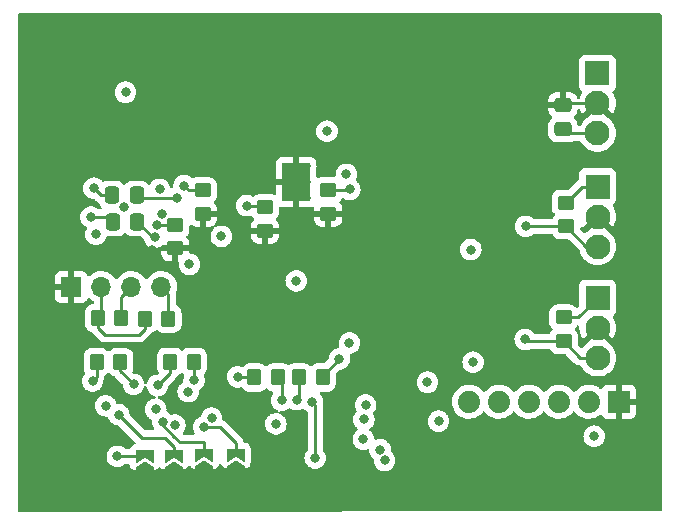
<source format=gbr>
%TF.GenerationSoftware,KiCad,Pcbnew,6.0.11-2627ca5db0~126~ubuntu22.04.1*%
%TF.CreationDate,2023-02-18T04:23:51-05:00*%
%TF.ProjectId,lin-flow-sensor,6c696e2d-666c-46f7-972d-73656e736f72,1.0*%
%TF.SameCoordinates,Original*%
%TF.FileFunction,Copper,L4,Bot*%
%TF.FilePolarity,Positive*%
%FSLAX46Y46*%
G04 Gerber Fmt 4.6, Leading zero omitted, Abs format (unit mm)*
G04 Created by KiCad (PCBNEW 6.0.11-2627ca5db0~126~ubuntu22.04.1) date 2023-02-18 04:23:51*
%MOMM*%
%LPD*%
G01*
G04 APERTURE LIST*
G04 Aperture macros list*
%AMRoundRect*
0 Rectangle with rounded corners*
0 $1 Rounding radius*
0 $2 $3 $4 $5 $6 $7 $8 $9 X,Y pos of 4 corners*
0 Add a 4 corners polygon primitive as box body*
4,1,4,$2,$3,$4,$5,$6,$7,$8,$9,$2,$3,0*
0 Add four circle primitives for the rounded corners*
1,1,$1+$1,$2,$3*
1,1,$1+$1,$4,$5*
1,1,$1+$1,$6,$7*
1,1,$1+$1,$8,$9*
0 Add four rect primitives between the rounded corners*
20,1,$1+$1,$2,$3,$4,$5,0*
20,1,$1+$1,$4,$5,$6,$7,0*
20,1,$1+$1,$6,$7,$8,$9,0*
20,1,$1+$1,$8,$9,$2,$3,0*%
%AMFreePoly0*
4,1,6,1.000000,0.000000,0.500000,-0.750000,-0.500000,-0.750000,-0.500000,0.750000,0.500000,0.750000,1.000000,0.000000,1.000000,0.000000,$1*%
%AMFreePoly1*
4,1,6,0.500000,-0.750000,-0.650000,-0.750000,-0.150000,0.000000,-0.650000,0.750000,0.500000,0.750000,0.500000,-0.750000,0.500000,-0.750000,$1*%
G04 Aperture macros list end*
%TA.AperFunction,SMDPad,CuDef*%
%ADD10RoundRect,0.250000X-0.450000X0.350000X-0.450000X-0.350000X0.450000X-0.350000X0.450000X0.350000X0*%
%TD*%
%TA.AperFunction,ComponentPad*%
%ADD11R,2.100000X2.100000*%
%TD*%
%TA.AperFunction,ComponentPad*%
%ADD12C,2.100000*%
%TD*%
%TA.AperFunction,ComponentPad*%
%ADD13R,1.700000X1.700000*%
%TD*%
%TA.AperFunction,ComponentPad*%
%ADD14O,1.700000X1.700000*%
%TD*%
%TA.AperFunction,ComponentPad*%
%ADD15C,0.500000*%
%TD*%
%TA.AperFunction,SMDPad,CuDef*%
%ADD16R,2.400000X3.200000*%
%TD*%
%TA.AperFunction,ComponentPad*%
%ADD17R,1.879600X1.879600*%
%TD*%
%TA.AperFunction,ComponentPad*%
%ADD18C,1.879600*%
%TD*%
%TA.AperFunction,SMDPad,CuDef*%
%ADD19RoundRect,0.250000X-0.350000X-0.450000X0.350000X-0.450000X0.350000X0.450000X-0.350000X0.450000X0*%
%TD*%
%TA.AperFunction,SMDPad,CuDef*%
%ADD20FreePoly0,90.000000*%
%TD*%
%TA.AperFunction,SMDPad,CuDef*%
%ADD21FreePoly1,90.000000*%
%TD*%
%TA.AperFunction,SMDPad,CuDef*%
%ADD22RoundRect,0.250000X0.350000X0.450000X-0.350000X0.450000X-0.350000X-0.450000X0.350000X-0.450000X0*%
%TD*%
%TA.AperFunction,SMDPad,CuDef*%
%ADD23RoundRect,0.250000X0.475000X-0.337500X0.475000X0.337500X-0.475000X0.337500X-0.475000X-0.337500X0*%
%TD*%
%TA.AperFunction,SMDPad,CuDef*%
%ADD24RoundRect,0.250000X0.450000X-0.350000X0.450000X0.350000X-0.450000X0.350000X-0.450000X-0.350000X0*%
%TD*%
%TA.AperFunction,SMDPad,CuDef*%
%ADD25RoundRect,0.250000X0.337500X0.475000X-0.337500X0.475000X-0.337500X-0.475000X0.337500X-0.475000X0*%
%TD*%
%TA.AperFunction,SMDPad,CuDef*%
%ADD26RoundRect,0.250000X-0.337500X-0.475000X0.337500X-0.475000X0.337500X0.475000X-0.337500X0.475000X0*%
%TD*%
%TA.AperFunction,ViaPad*%
%ADD27C,0.800000*%
%TD*%
%TA.AperFunction,Conductor*%
%ADD28C,0.250000*%
%TD*%
G04 APERTURE END LIST*
D10*
%TO.P,R20,1*%
%TO.N,+5V*%
X221825000Y-84675000D03*
%TO.P,R20,2*%
%TO.N,Net-(J5-Pad3)*%
X221825000Y-86675000D03*
%TD*%
%TO.P,R19,1*%
%TO.N,+5V*%
X222025000Y-74950000D03*
%TO.P,R19,2*%
%TO.N,Net-(J4-Pad3)*%
X222025000Y-76950000D03*
%TD*%
D11*
%TO.P,J5,1,Pin_1*%
%TO.N,+5V*%
X224725000Y-83025000D03*
D12*
%TO.P,J5,2,Pin_2*%
%TO.N,GND*%
X224725000Y-85565000D03*
%TO.P,J5,3,Pin_3*%
%TO.N,Net-(J5-Pad3)*%
X224725000Y-88105000D03*
%TD*%
%TO.P,J4,3,Pin_3*%
%TO.N,Net-(J4-Pad3)*%
X224725000Y-78680000D03*
%TO.P,J4,2,Pin_2*%
%TO.N,GND*%
X224725000Y-76140000D03*
D11*
%TO.P,J4,1,Pin_1*%
%TO.N,+5V*%
X224725000Y-73600000D03*
%TD*%
D13*
%TO.P,J2,1,Pin_1*%
%TO.N,GND*%
X180150000Y-82100000D03*
D14*
%TO.P,J2,2,Pin_2*%
%TO.N,+5V*%
X182690000Y-82100000D03*
%TO.P,J2,3,Pin_3*%
%TO.N,SDA5V*%
X185230000Y-82100000D03*
%TO.P,J2,4,Pin_4*%
%TO.N,SCL5V*%
X187770000Y-82100000D03*
%TD*%
D15*
%TO.P,U5,9,GND*%
%TO.N,GND*%
X200150000Y-71850000D03*
X198250000Y-73200000D03*
X198250000Y-74550000D03*
X200150000Y-73200000D03*
X200150000Y-74550000D03*
D16*
X199200000Y-73200000D03*
D15*
X198250000Y-71850000D03*
%TD*%
D11*
%TO.P,J3,1,Pin_1*%
%TO.N,+BATT*%
X224700000Y-64000000D03*
D12*
%TO.P,J3,2,Pin_2*%
%TO.N,GND*%
X224700000Y-66540000D03*
%TO.P,J3,3,Pin_3*%
%TO.N,LIN*%
X224700000Y-69080000D03*
%TD*%
D17*
%TO.P,J1,1,GND*%
%TO.N,GND*%
X226520000Y-91800000D03*
D18*
%TO.P,J1,2,CTS*%
%TO.N,unconnected-(J1-Pad2)*%
X223980000Y-91800000D03*
%TO.P,J1,3,VCC*%
%TO.N,Net-(J1-Pad3)*%
X221440000Y-91800000D03*
%TO.P,J1,4,TXD*%
%TO.N,Net-(J1-Pad4)*%
X218900000Y-91800000D03*
%TO.P,J1,5,RXD*%
%TO.N,UPDI*%
X216360000Y-91800000D03*
%TO.P,J1,6,RTS*%
%TO.N,unconnected-(J1-Pad6)*%
X213820000Y-91800000D03*
%TD*%
D19*
%TO.P,R3,1*%
%TO.N,+3V3*%
X195650000Y-89750000D03*
%TO.P,R3,2*%
%TO.N,~{LIN_SLP}*%
X197650000Y-89750000D03*
%TD*%
D10*
%TO.P,R18,1*%
%TO.N,Net-(R17-Pad2)*%
X196550000Y-75350000D03*
%TO.P,R18,2*%
%TO.N,GND*%
X196550000Y-77350000D03*
%TD*%
D20*
%TO.P,JP2,1,A*%
%TO.N,GND*%
X194075000Y-97725000D03*
D21*
%TO.P,JP2,2,B*%
%TO.N,Net-(JP2-Pad2)*%
X194075000Y-96275000D03*
%TD*%
D19*
%TO.P,R7,1*%
%TO.N,+5V*%
X182400000Y-84725000D03*
%TO.P,R7,2*%
%TO.N,SDA5V*%
X184400000Y-84725000D03*
%TD*%
D20*
%TO.P,JP5,1,A*%
%TO.N,GND*%
X186350000Y-97875000D03*
D21*
%TO.P,JP5,2,B*%
%TO.N,Net-(JP5-Pad2)*%
X186350000Y-96425000D03*
%TD*%
D22*
%TO.P,R4,1*%
%TO.N,+3V3*%
X201425000Y-89750000D03*
%TO.P,R4,2*%
%TO.N,~{LIN_WAKE}*%
X199425000Y-89750000D03*
%TD*%
D23*
%TO.P,C2,1*%
%TO.N,LIN*%
X221775000Y-68750000D03*
%TO.P,C2,2*%
%TO.N,GND*%
X221775000Y-66675000D03*
%TD*%
D10*
%TO.P,R14,1*%
%TO.N,Net-(R13-Pad2)*%
X201900000Y-73900000D03*
%TO.P,R14,2*%
%TO.N,GND*%
X201900000Y-75900000D03*
%TD*%
D19*
%TO.P,R8,1*%
%TO.N,+5V*%
X186375000Y-84775000D03*
%TO.P,R8,2*%
%TO.N,SCL5V*%
X188375000Y-84775000D03*
%TD*%
%TO.P,R9,1*%
%TO.N,+3V3*%
X182300000Y-88450000D03*
%TO.P,R9,2*%
%TO.N,SDA3V*%
X184300000Y-88450000D03*
%TD*%
D24*
%TO.P,R12,1*%
%TO.N,GND*%
X188950000Y-78825000D03*
%TO.P,R12,2*%
%TO.N,Net-(R11-Pad2)*%
X188950000Y-76825000D03*
%TD*%
D10*
%TO.P,R16,1*%
%TO.N,Net-(C6-Pad2)*%
X191300000Y-73900000D03*
%TO.P,R16,2*%
%TO.N,GND*%
X191300000Y-75900000D03*
%TD*%
D22*
%TO.P,R10,1*%
%TO.N,+3V3*%
X190525000Y-88425000D03*
%TO.P,R10,2*%
%TO.N,SCL3V*%
X188525000Y-88425000D03*
%TD*%
D25*
%TO.P,C7,1*%
%TO.N,Net-(C7-Pad1)*%
X185750000Y-76575000D03*
%TO.P,C7,2*%
%TO.N,Net-(C7-Pad2)*%
X183675000Y-76575000D03*
%TD*%
D26*
%TO.P,C8,1*%
%TO.N,Net-(C8-Pad1)*%
X183600000Y-74325000D03*
%TO.P,C8,2*%
%TO.N,Net-(C8-Pad2)*%
X185675000Y-74325000D03*
%TD*%
D20*
%TO.P,JP4,1,A*%
%TO.N,GND*%
X188825000Y-97825000D03*
D21*
%TO.P,JP4,2,B*%
%TO.N,Net-(JP4-Pad2)*%
X188825000Y-96375000D03*
%TD*%
D20*
%TO.P,JP3,1,A*%
%TO.N,GND*%
X191425000Y-97775000D03*
D21*
%TO.P,JP3,2,B*%
%TO.N,Net-(JP3-Pad2)*%
X191425000Y-96325000D03*
%TD*%
D27*
%TO.N,~{FLOW_PULSE0}*%
X210300000Y-90150000D03*
X211250000Y-93450000D03*
%TO.N,+3V3*%
X214175000Y-88450000D03*
X213975000Y-78925000D03*
%TO.N,GND*%
X218475000Y-85175000D03*
%TO.N,Net-(J5-Pad3)*%
X218575000Y-86525000D03*
%TO.N,GND*%
X218300000Y-75650000D03*
%TO.N,Net-(J4-Pad3)*%
X218625000Y-76950000D03*
%TO.N,GND*%
X211450000Y-63225000D03*
X184652903Y-75302969D03*
X203300000Y-61500000D03*
X177100000Y-71300000D03*
X205400000Y-77200000D03*
X176900000Y-62050000D03*
X177125000Y-76350000D03*
X207550000Y-91950000D03*
X183100000Y-94450000D03*
X200500000Y-82850000D03*
X187000000Y-79000000D03*
X207600000Y-86525000D03*
X206625000Y-89750000D03*
%TO.N,Net-(C5-Pad1)*%
X203435000Y-72565000D03*
X201800000Y-68900000D03*
%TO.N,LIN*%
X199200000Y-81575000D03*
%TO.N,TXD*%
X200800000Y-96575000D03*
X200550000Y-91800000D03*
%TO.N,~{LIN_SLP}*%
X197950000Y-91675000D03*
X205075000Y-92075000D03*
%TO.N,~{LIN_WAKE}*%
X204925000Y-93300000D03*
X199225000Y-91625000D03*
%TO.N,Net-(C6-Pad2)*%
X189700000Y-73500000D03*
%TO.N,Net-(C7-Pad1)*%
X187200000Y-77875000D03*
X187625000Y-73825500D03*
%TO.N,Net-(C7-Pad2)*%
X181812000Y-76162529D03*
%TO.N,Net-(C8-Pad1)*%
X182075000Y-73725000D03*
%TO.N,Net-(C8-Pad2)*%
X189075000Y-74550000D03*
%TO.N,SDA3V*%
X187300000Y-92450000D03*
X206675000Y-96775000D03*
X185425000Y-90325000D03*
%TO.N,SCL3V*%
X206290576Y-95852382D03*
X187450000Y-90425000D03*
X188918398Y-93779600D03*
%TO.N,+3V3*%
X194225000Y-89700000D03*
X197475000Y-93675000D03*
X192850000Y-77800000D03*
X184750000Y-65600000D03*
X190050000Y-90950000D03*
X202850000Y-88175000D03*
X187809929Y-75950089D03*
X192025000Y-93200000D03*
X224425000Y-94725000D03*
X181950000Y-90050000D03*
X190150000Y-80175000D03*
X190550000Y-89975000D03*
X182225000Y-77625000D03*
%TO.N,Net-(R5-Pad1)*%
X204875000Y-94975000D03*
X203700000Y-86825000D03*
%TO.N,Net-(R11-Pad2)*%
X187374999Y-76850001D03*
%TO.N,Net-(R13-Pad2)*%
X203735000Y-73835000D03*
%TO.N,Net-(R17-Pad2)*%
X195000000Y-75200000D03*
%TO.N,Net-(JP2-Pad2)*%
X191362756Y-93948624D03*
%TO.N,Net-(JP3-Pad2)*%
X187887299Y-93487701D03*
%TO.N,Net-(JP4-Pad2)*%
X184175000Y-92899500D03*
%TO.N,Net-(JP5-Pad2)*%
X184049695Y-96425000D03*
X183075000Y-92150000D03*
%TD*%
D28*
%TO.N,Net-(J5-Pad3)*%
X218725000Y-86675000D02*
X218575000Y-86525000D01*
X221825000Y-86675000D02*
X218725000Y-86675000D01*
X224725000Y-88105000D02*
X223255000Y-88105000D01*
X223255000Y-88105000D02*
X221825000Y-86675000D01*
%TO.N,+5V*%
X221825000Y-84675000D02*
X223075000Y-84675000D01*
X223075000Y-84675000D02*
X224725000Y-83025000D01*
%TO.N,Net-(J4-Pad3)*%
X222025000Y-76950000D02*
X218625000Y-76950000D01*
X224725000Y-78680000D02*
X223755000Y-78680000D01*
X223755000Y-78680000D02*
X222025000Y-76950000D01*
%TO.N,+5V*%
X222025000Y-74950000D02*
X223375000Y-73600000D01*
X223375000Y-73600000D02*
X224725000Y-73600000D01*
%TO.N,GND*%
X221775000Y-66675000D02*
X221910000Y-66540000D01*
X221910000Y-66540000D02*
X224700000Y-66540000D01*
%TO.N,+5V*%
X185900000Y-86150000D02*
X183000000Y-86150000D01*
X186375000Y-84775000D02*
X186375000Y-85675000D01*
X183000000Y-86150000D02*
X182400000Y-85550000D01*
X186375000Y-85675000D02*
X185900000Y-86150000D01*
X182400000Y-85550000D02*
X182400000Y-84725000D01*
X182400000Y-84725000D02*
X182690000Y-84435000D01*
X182690000Y-84435000D02*
X182690000Y-82100000D01*
%TO.N,LIN*%
X222105000Y-69080000D02*
X224700000Y-69080000D01*
X221775000Y-68750000D02*
X222105000Y-69080000D01*
%TO.N,TXD*%
X200550000Y-91800000D02*
X200800000Y-92050000D01*
X200800000Y-92050000D02*
X200800000Y-96575000D01*
%TO.N,~{LIN_SLP}*%
X197950000Y-90050000D02*
X197650000Y-89750000D01*
X197950000Y-91675000D02*
X197950000Y-90050000D01*
%TO.N,~{LIN_WAKE}*%
X199425000Y-91425000D02*
X199425000Y-89750000D01*
X199225000Y-91625000D02*
X199425000Y-91425000D01*
%TO.N,Net-(C6-Pad2)*%
X189700000Y-73500000D02*
X190100000Y-73900000D01*
X190100000Y-73900000D02*
X191300000Y-73900000D01*
%TO.N,Net-(C7-Pad1)*%
X187200000Y-77875000D02*
X187050000Y-77875000D01*
X187050000Y-77875000D02*
X185750000Y-76575000D01*
%TO.N,Net-(C7-Pad2)*%
X183262529Y-76162529D02*
X183675000Y-76575000D01*
X181812000Y-76162529D02*
X183262529Y-76162529D01*
%TO.N,Net-(C8-Pad1)*%
X182675000Y-74325000D02*
X183600000Y-74325000D01*
X182075000Y-73725000D02*
X182675000Y-74325000D01*
%TO.N,Net-(C8-Pad2)*%
X185900000Y-74550000D02*
X185675000Y-74325000D01*
X189075000Y-74550000D02*
X185900000Y-74550000D01*
%TO.N,SDA3V*%
X184300000Y-88450000D02*
X184300000Y-89200000D01*
X184300000Y-89200000D02*
X185425000Y-90325000D01*
%TO.N,SCL3V*%
X188525000Y-88425000D02*
X188525000Y-89350000D01*
X188525000Y-89350000D02*
X187450000Y-90425000D01*
%TO.N,+3V3*%
X182300000Y-89700000D02*
X181950000Y-90050000D01*
X201425000Y-89750000D02*
X201425000Y-89600000D01*
X190525000Y-88425000D02*
X190525000Y-89950000D01*
X201425000Y-89600000D02*
X202850000Y-88175000D01*
X194275000Y-89750000D02*
X194225000Y-89700000D01*
X195650000Y-89750000D02*
X194275000Y-89750000D01*
X182300000Y-88450000D02*
X182300000Y-89700000D01*
X190525000Y-89950000D02*
X190550000Y-89975000D01*
%TO.N,SCL5V*%
X188375000Y-84775000D02*
X188375000Y-82705000D01*
X188375000Y-82705000D02*
X187770000Y-82100000D01*
%TO.N,SDA5V*%
X184400000Y-84725000D02*
X184400000Y-82930000D01*
X184400000Y-82930000D02*
X185230000Y-82100000D01*
%TO.N,Net-(R11-Pad2)*%
X188950000Y-76825000D02*
X187400000Y-76825000D01*
X187400000Y-76825000D02*
X187374999Y-76850001D01*
%TO.N,Net-(R13-Pad2)*%
X201900000Y-73900000D02*
X203670000Y-73900000D01*
X203670000Y-73900000D02*
X203735000Y-73835000D01*
%TO.N,Net-(R17-Pad2)*%
X195000000Y-75200000D02*
X196400000Y-75200000D01*
X196400000Y-75200000D02*
X196550000Y-75350000D01*
%TO.N,Net-(JP2-Pad2)*%
X194075000Y-96275000D02*
X194075000Y-95275000D01*
X192748624Y-93948624D02*
X191362756Y-93948624D01*
X194075000Y-95275000D02*
X194025000Y-95225000D01*
X194025000Y-95225000D02*
X192748624Y-93948624D01*
%TO.N,Net-(JP3-Pad2)*%
X187887299Y-93787299D02*
X187887299Y-93487701D01*
X191425000Y-96325000D02*
X191425000Y-95275000D01*
X189850000Y-95225000D02*
X189325000Y-95225000D01*
X188875000Y-94775000D02*
X187887299Y-93787299D01*
X191425000Y-95275000D02*
X191375000Y-95225000D01*
X191375000Y-95225000D02*
X189850000Y-95225000D01*
X189325000Y-95225000D02*
X188875000Y-94775000D01*
%TO.N,Net-(JP4-Pad2)*%
X186775000Y-94850000D02*
X186125500Y-94850000D01*
X188050000Y-94850000D02*
X186775000Y-94850000D01*
X188825000Y-96375000D02*
X188825000Y-95625000D01*
X188825000Y-95625000D02*
X188150000Y-94950000D01*
X186125500Y-94850000D02*
X184175000Y-92899500D01*
X188150000Y-94950000D02*
X188050000Y-94850000D01*
%TO.N,Net-(JP5-Pad2)*%
X186350000Y-96425000D02*
X184049695Y-96425000D01*
%TD*%
%TA.AperFunction,Conductor*%
%TO.N,GND*%
G36*
X230065621Y-58948502D02*
G01*
X230112114Y-59002158D01*
X230123500Y-59054500D01*
X230123500Y-100966071D01*
X230103498Y-101034192D01*
X230049842Y-101080685D01*
X229997614Y-101092071D01*
X175783994Y-101140950D01*
X175715855Y-101121009D01*
X175669314Y-101067396D01*
X175657880Y-101015096D01*
X175645160Y-90050000D01*
X181036496Y-90050000D01*
X181037186Y-90056565D01*
X181055021Y-90226252D01*
X181056458Y-90239928D01*
X181115473Y-90421556D01*
X181118776Y-90427278D01*
X181118777Y-90427279D01*
X181139215Y-90462679D01*
X181210960Y-90586944D01*
X181215378Y-90591851D01*
X181215379Y-90591852D01*
X181301000Y-90686944D01*
X181338747Y-90728866D01*
X181410696Y-90781140D01*
X181476385Y-90828866D01*
X181493248Y-90841118D01*
X181499276Y-90843802D01*
X181499278Y-90843803D01*
X181661681Y-90916109D01*
X181667712Y-90918794D01*
X181726106Y-90931206D01*
X181848056Y-90957128D01*
X181848061Y-90957128D01*
X181854513Y-90958500D01*
X182045487Y-90958500D01*
X182051939Y-90957128D01*
X182051944Y-90957128D01*
X182173894Y-90931206D01*
X182232288Y-90918794D01*
X182238319Y-90916109D01*
X182400722Y-90843803D01*
X182400724Y-90843802D01*
X182406752Y-90841118D01*
X182423616Y-90828866D01*
X182489304Y-90781140D01*
X182561253Y-90728866D01*
X182599000Y-90686944D01*
X182684621Y-90591852D01*
X182684622Y-90591851D01*
X182689040Y-90586944D01*
X182760785Y-90462679D01*
X182781223Y-90427279D01*
X182781224Y-90427278D01*
X182784527Y-90421556D01*
X182843542Y-90239928D01*
X182844980Y-90226252D01*
X182862814Y-90056565D01*
X182863504Y-90050000D01*
X182862336Y-90038884D01*
X182877230Y-89965011D01*
X182893695Y-89935060D01*
X182898733Y-89915437D01*
X182905137Y-89896734D01*
X182910033Y-89885420D01*
X182910033Y-89885419D01*
X182913181Y-89878145D01*
X182914420Y-89870322D01*
X182914423Y-89870312D01*
X182920099Y-89834476D01*
X182922505Y-89822856D01*
X182931528Y-89787711D01*
X182931528Y-89787710D01*
X182933500Y-89780030D01*
X182933500Y-89759776D01*
X182935051Y-89740065D01*
X182936980Y-89727886D01*
X182938220Y-89720057D01*
X182936077Y-89697390D01*
X182949579Y-89627691D01*
X182995215Y-89578388D01*
X183010600Y-89568868D01*
X183124348Y-89498478D01*
X183210784Y-89411891D01*
X183273066Y-89377812D01*
X183343886Y-89382815D01*
X183388975Y-89411736D01*
X183430090Y-89452779D01*
X183476697Y-89499305D01*
X183482927Y-89503145D01*
X183482928Y-89503146D01*
X183605835Y-89578907D01*
X183627262Y-89592115D01*
X183795139Y-89647797D01*
X183801975Y-89648497D01*
X183801978Y-89648498D01*
X183813801Y-89649709D01*
X183879528Y-89676550D01*
X183890054Y-89685958D01*
X184477878Y-90273782D01*
X184511904Y-90336094D01*
X184514092Y-90349703D01*
X184517566Y-90382749D01*
X184528548Y-90487237D01*
X184531458Y-90514928D01*
X184590473Y-90696556D01*
X184593776Y-90702278D01*
X184593777Y-90702279D01*
X184606292Y-90723955D01*
X184685960Y-90861944D01*
X184690378Y-90866851D01*
X184690379Y-90866852D01*
X184761313Y-90945632D01*
X184813747Y-91003866D01*
X184887056Y-91057128D01*
X184951385Y-91103866D01*
X184968248Y-91116118D01*
X184974276Y-91118802D01*
X184974278Y-91118803D01*
X185136681Y-91191109D01*
X185142712Y-91193794D01*
X185229479Y-91212237D01*
X185323056Y-91232128D01*
X185323061Y-91232128D01*
X185329513Y-91233500D01*
X185520487Y-91233500D01*
X185526939Y-91232128D01*
X185526944Y-91232128D01*
X185620521Y-91212237D01*
X185707288Y-91193794D01*
X185713319Y-91191109D01*
X185875722Y-91118803D01*
X185875724Y-91118802D01*
X185881752Y-91116118D01*
X185898616Y-91103866D01*
X185962944Y-91057128D01*
X186036253Y-91003866D01*
X186088687Y-90945632D01*
X186159621Y-90866852D01*
X186159622Y-90866851D01*
X186164040Y-90861944D01*
X186243708Y-90723955D01*
X186256223Y-90702279D01*
X186256224Y-90702278D01*
X186259527Y-90696556D01*
X186307186Y-90549878D01*
X186347260Y-90491272D01*
X186412656Y-90463635D01*
X186482613Y-90475742D01*
X186534919Y-90523748D01*
X186552329Y-90575643D01*
X186555578Y-90606551D01*
X186556458Y-90614928D01*
X186615473Y-90796556D01*
X186618776Y-90802278D01*
X186618777Y-90802279D01*
X186701542Y-90945632D01*
X186710960Y-90961944D01*
X186715378Y-90966851D01*
X186715379Y-90966852D01*
X186796664Y-91057128D01*
X186838747Y-91103866D01*
X186993248Y-91216118D01*
X186999276Y-91218802D01*
X186999278Y-91218803D01*
X187145449Y-91283882D01*
X187167712Y-91293794D01*
X187188963Y-91298311D01*
X187251436Y-91332039D01*
X187285758Y-91394189D01*
X187281030Y-91465028D01*
X187238754Y-91522065D01*
X187188963Y-91544805D01*
X187129642Y-91557414D01*
X187017712Y-91581206D01*
X187011682Y-91583891D01*
X187011681Y-91583891D01*
X186849278Y-91656197D01*
X186849276Y-91656198D01*
X186843248Y-91658882D01*
X186837907Y-91662762D01*
X186837906Y-91662763D01*
X186812028Y-91681565D01*
X186688747Y-91771134D01*
X186684326Y-91776044D01*
X186684325Y-91776045D01*
X186580248Y-91891635D01*
X186560960Y-91913056D01*
X186537440Y-91953794D01*
X186476200Y-92059865D01*
X186465473Y-92078444D01*
X186406458Y-92260072D01*
X186405768Y-92266633D01*
X186405768Y-92266635D01*
X186398084Y-92339747D01*
X186386496Y-92450000D01*
X186387186Y-92456565D01*
X186404483Y-92621134D01*
X186406458Y-92639928D01*
X186465473Y-92821556D01*
X186468776Y-92827278D01*
X186468777Y-92827279D01*
X186482915Y-92851766D01*
X186560960Y-92986944D01*
X186565378Y-92991851D01*
X186565379Y-92991852D01*
X186670036Y-93108085D01*
X186688747Y-93128866D01*
X186733508Y-93161387D01*
X186827511Y-93229684D01*
X186843248Y-93241118D01*
X186849283Y-93243805D01*
X186909088Y-93270433D01*
X186963183Y-93316413D01*
X186983832Y-93384340D01*
X186983148Y-93398709D01*
X186981184Y-93417398D01*
X186973795Y-93487701D01*
X186974485Y-93494266D01*
X186992791Y-93668435D01*
X186993757Y-93677629D01*
X187052772Y-93859257D01*
X187056075Y-93864979D01*
X187056076Y-93864980D01*
X187148259Y-94024645D01*
X187146452Y-94025688D01*
X187167009Y-94083315D01*
X187150924Y-94152465D01*
X187100007Y-94201942D01*
X187041214Y-94216500D01*
X186440094Y-94216500D01*
X186371973Y-94196498D01*
X186350999Y-94179595D01*
X185122122Y-92950717D01*
X185088096Y-92888405D01*
X185085907Y-92874792D01*
X185082421Y-92841619D01*
X185076414Y-92784472D01*
X185069232Y-92716135D01*
X185069232Y-92716133D01*
X185068542Y-92709572D01*
X185009527Y-92527944D01*
X185003354Y-92517251D01*
X184964526Y-92450000D01*
X184914040Y-92362556D01*
X184906216Y-92353866D01*
X184790675Y-92225545D01*
X184790674Y-92225544D01*
X184786253Y-92220634D01*
X184659804Y-92128763D01*
X184637094Y-92112263D01*
X184637093Y-92112262D01*
X184631752Y-92108382D01*
X184625724Y-92105698D01*
X184625722Y-92105697D01*
X184463319Y-92033391D01*
X184463318Y-92033391D01*
X184457288Y-92030706D01*
X184347205Y-92007307D01*
X184276944Y-91992372D01*
X184276939Y-91992372D01*
X184270487Y-91991000D01*
X184079513Y-91991000D01*
X184079513Y-91990513D01*
X184013776Y-91978490D01*
X183961930Y-91929988D01*
X183950612Y-91904890D01*
X183939598Y-91870992D01*
X183909527Y-91778444D01*
X183898510Y-91759361D01*
X183840498Y-91658882D01*
X183814040Y-91613056D01*
X183805701Y-91603794D01*
X183690675Y-91476045D01*
X183690674Y-91476044D01*
X183686253Y-91471134D01*
X183531752Y-91358882D01*
X183525724Y-91356198D01*
X183525722Y-91356197D01*
X183363319Y-91283891D01*
X183363318Y-91283891D01*
X183357288Y-91281206D01*
X183263888Y-91261353D01*
X183176944Y-91242872D01*
X183176939Y-91242872D01*
X183170487Y-91241500D01*
X182979513Y-91241500D01*
X182973061Y-91242872D01*
X182973056Y-91242872D01*
X182886112Y-91261353D01*
X182792712Y-91281206D01*
X182786682Y-91283891D01*
X182786681Y-91283891D01*
X182624278Y-91356197D01*
X182624276Y-91356198D01*
X182618248Y-91358882D01*
X182463747Y-91471134D01*
X182459326Y-91476044D01*
X182459325Y-91476045D01*
X182344300Y-91603794D01*
X182335960Y-91613056D01*
X182309502Y-91658882D01*
X182251491Y-91759361D01*
X182240473Y-91778444D01*
X182181458Y-91960072D01*
X182180768Y-91966633D01*
X182180768Y-91966635D01*
X182170969Y-92059865D01*
X182161496Y-92150000D01*
X182162186Y-92156565D01*
X182177232Y-92299716D01*
X182181458Y-92339928D01*
X182240473Y-92521556D01*
X182335960Y-92686944D01*
X182340378Y-92691851D01*
X182340379Y-92691852D01*
X182442215Y-92804952D01*
X182463747Y-92828866D01*
X182545695Y-92888405D01*
X182579542Y-92912996D01*
X182618248Y-92941118D01*
X182624276Y-92943802D01*
X182624278Y-92943803D01*
X182773122Y-93010072D01*
X182792712Y-93018794D01*
X182874149Y-93036104D01*
X182973056Y-93057128D01*
X182973061Y-93057128D01*
X182979513Y-93058500D01*
X183170487Y-93058500D01*
X183170487Y-93058987D01*
X183236224Y-93071010D01*
X183288070Y-93119512D01*
X183299388Y-93144609D01*
X183340473Y-93271056D01*
X183343776Y-93276778D01*
X183343777Y-93276779D01*
X183355868Y-93297721D01*
X183435960Y-93436444D01*
X183440378Y-93441351D01*
X183440379Y-93441352D01*
X183543943Y-93556371D01*
X183563747Y-93578366D01*
X183657120Y-93646206D01*
X183705788Y-93681565D01*
X183718248Y-93690618D01*
X183724276Y-93693302D01*
X183724278Y-93693303D01*
X183871154Y-93758696D01*
X183892712Y-93768294D01*
X183976788Y-93786165D01*
X184073056Y-93806628D01*
X184073061Y-93806628D01*
X184079513Y-93808000D01*
X184135406Y-93808000D01*
X184203527Y-93828002D01*
X184224501Y-93844905D01*
X185585246Y-95205650D01*
X185619272Y-95267962D01*
X185614207Y-95338777D01*
X185571660Y-95395613D01*
X185526525Y-95415261D01*
X185526889Y-95416500D01*
X185395235Y-95455157D01*
X185395233Y-95455158D01*
X185386589Y-95457696D01*
X185379010Y-95462567D01*
X185271159Y-95531878D01*
X185271156Y-95531880D01*
X185263579Y-95536750D01*
X185257678Y-95543560D01*
X185173726Y-95640445D01*
X185173724Y-95640448D01*
X185167824Y-95647257D01*
X185164080Y-95655454D01*
X185164080Y-95655455D01*
X185135589Y-95717842D01*
X185089096Y-95771498D01*
X185020975Y-95791500D01*
X184757895Y-95791500D01*
X184689774Y-95771498D01*
X184670548Y-95755157D01*
X184670275Y-95755460D01*
X184665363Y-95751037D01*
X184660948Y-95746134D01*
X184506447Y-95633882D01*
X184500419Y-95631198D01*
X184500417Y-95631197D01*
X184338014Y-95558891D01*
X184338013Y-95558891D01*
X184331983Y-95556206D01*
X184238583Y-95536353D01*
X184151639Y-95517872D01*
X184151634Y-95517872D01*
X184145182Y-95516500D01*
X183954208Y-95516500D01*
X183947756Y-95517872D01*
X183947751Y-95517872D01*
X183860807Y-95536353D01*
X183767407Y-95556206D01*
X183761377Y-95558891D01*
X183761376Y-95558891D01*
X183598973Y-95631197D01*
X183598971Y-95631198D01*
X183592943Y-95633882D01*
X183438442Y-95746134D01*
X183434021Y-95751044D01*
X183434020Y-95751045D01*
X183315993Y-95882128D01*
X183310655Y-95888056D01*
X183215168Y-96053444D01*
X183156153Y-96235072D01*
X183136191Y-96425000D01*
X183156153Y-96614928D01*
X183215168Y-96796556D01*
X183310655Y-96961944D01*
X183315073Y-96966851D01*
X183315074Y-96966852D01*
X183428140Y-97092425D01*
X183438442Y-97103866D01*
X183486827Y-97139020D01*
X183560333Y-97192425D01*
X183592943Y-97216118D01*
X183598971Y-97218802D01*
X183598973Y-97218803D01*
X183753553Y-97287626D01*
X183767407Y-97293794D01*
X183852796Y-97311944D01*
X183947751Y-97332128D01*
X183947756Y-97332128D01*
X183954208Y-97333500D01*
X184145182Y-97333500D01*
X184151634Y-97332128D01*
X184151639Y-97332128D01*
X184246594Y-97311944D01*
X184331983Y-97293794D01*
X184345837Y-97287626D01*
X184500417Y-97218803D01*
X184500419Y-97218802D01*
X184506447Y-97216118D01*
X184539058Y-97192425D01*
X184649830Y-97111944D01*
X184660948Y-97103866D01*
X184665363Y-97098963D01*
X184670275Y-97094540D01*
X184671400Y-97095789D01*
X184724709Y-97062949D01*
X184757895Y-97058500D01*
X184970647Y-97058500D01*
X185038768Y-97078502D01*
X185085261Y-97132158D01*
X185092701Y-97155402D01*
X185092800Y-97156645D01*
X185136348Y-97296233D01*
X185141348Y-97303733D01*
X185141349Y-97303735D01*
X185217457Y-97417897D01*
X185329558Y-97511782D01*
X185337813Y-97515386D01*
X185337817Y-97515388D01*
X185454030Y-97566118D01*
X185463569Y-97570282D01*
X185472510Y-97571415D01*
X185472512Y-97571415D01*
X185599693Y-97587524D01*
X185599695Y-97587524D01*
X185608632Y-97588656D01*
X185752996Y-97565418D01*
X185857847Y-97515388D01*
X185880905Y-97504386D01*
X185880908Y-97504384D01*
X185884966Y-97502448D01*
X186280108Y-97239020D01*
X186347883Y-97217876D01*
X186419892Y-97239020D01*
X186812938Y-97501051D01*
X186812944Y-97501055D01*
X186815034Y-97502448D01*
X186817234Y-97503673D01*
X186817235Y-97503674D01*
X186880452Y-97538886D01*
X186880454Y-97538887D01*
X186886589Y-97542304D01*
X186893329Y-97544283D01*
X186970185Y-97566850D01*
X187026889Y-97583500D01*
X187173111Y-97583500D01*
X187214269Y-97571415D01*
X187304765Y-97544843D01*
X187304767Y-97544842D01*
X187313411Y-97542304D01*
X187369909Y-97505995D01*
X187428841Y-97468122D01*
X187428844Y-97468120D01*
X187436421Y-97463250D01*
X187511506Y-97376597D01*
X187571231Y-97338214D01*
X187642228Y-97338214D01*
X187691359Y-97369208D01*
X187692457Y-97367897D01*
X187777220Y-97438886D01*
X187804558Y-97461782D01*
X187812813Y-97465386D01*
X187812817Y-97465388D01*
X187930308Y-97516676D01*
X187938569Y-97520282D01*
X187947510Y-97521415D01*
X187947512Y-97521415D01*
X188074693Y-97537524D01*
X188074695Y-97537524D01*
X188083632Y-97538656D01*
X188227996Y-97515418D01*
X188337328Y-97463250D01*
X188355905Y-97454386D01*
X188355908Y-97454384D01*
X188359966Y-97452448D01*
X188755108Y-97189020D01*
X188822883Y-97167876D01*
X188894892Y-97189020D01*
X189287938Y-97451051D01*
X189287944Y-97451055D01*
X189290034Y-97452448D01*
X189292234Y-97453673D01*
X189292235Y-97453674D01*
X189355452Y-97488886D01*
X189355454Y-97488887D01*
X189361589Y-97492304D01*
X189402736Y-97504386D01*
X189445185Y-97516850D01*
X189501889Y-97533500D01*
X189648111Y-97533500D01*
X189689269Y-97521415D01*
X189779765Y-97494843D01*
X189779767Y-97494842D01*
X189788411Y-97492304D01*
X189836287Y-97461536D01*
X189903841Y-97418122D01*
X189903844Y-97418120D01*
X189911421Y-97413250D01*
X189952894Y-97365388D01*
X190001274Y-97309555D01*
X190001276Y-97309552D01*
X190007176Y-97302743D01*
X190025074Y-97263552D01*
X190071566Y-97209896D01*
X190139687Y-97189893D01*
X190207808Y-97209894D01*
X190244526Y-97246000D01*
X190292457Y-97317897D01*
X190404558Y-97411782D01*
X190412813Y-97415386D01*
X190412817Y-97415388D01*
X190530308Y-97466676D01*
X190538569Y-97470282D01*
X190547510Y-97471415D01*
X190547512Y-97471415D01*
X190674693Y-97487524D01*
X190674695Y-97487524D01*
X190683632Y-97488656D01*
X190827996Y-97465418D01*
X190937328Y-97413250D01*
X190955905Y-97404386D01*
X190955908Y-97404384D01*
X190959966Y-97402448D01*
X191355108Y-97139020D01*
X191422883Y-97117876D01*
X191494892Y-97139020D01*
X191887938Y-97401051D01*
X191887944Y-97401055D01*
X191890034Y-97402448D01*
X191892234Y-97403673D01*
X191892235Y-97403674D01*
X191955452Y-97438886D01*
X191955454Y-97438887D01*
X191961589Y-97442304D01*
X192000965Y-97453866D01*
X192049517Y-97468122D01*
X192101889Y-97483500D01*
X192248111Y-97483500D01*
X192289269Y-97471415D01*
X192379765Y-97444843D01*
X192379767Y-97444842D01*
X192388411Y-97442304D01*
X192444909Y-97405995D01*
X192503841Y-97368122D01*
X192503844Y-97368120D01*
X192511421Y-97363250D01*
X192537200Y-97333500D01*
X192601274Y-97259555D01*
X192601276Y-97259552D01*
X192607176Y-97252743D01*
X192645402Y-97169040D01*
X192691894Y-97115385D01*
X192760014Y-97095383D01*
X192828135Y-97115385D01*
X192864853Y-97151491D01*
X192893556Y-97194545D01*
X192942457Y-97267897D01*
X193054558Y-97361782D01*
X193062813Y-97365386D01*
X193062817Y-97365388D01*
X193180308Y-97416676D01*
X193188569Y-97420282D01*
X193197510Y-97421415D01*
X193197512Y-97421415D01*
X193324693Y-97437524D01*
X193324695Y-97437524D01*
X193333632Y-97438656D01*
X193477996Y-97415418D01*
X193589451Y-97362237D01*
X193605905Y-97354386D01*
X193605908Y-97354384D01*
X193609966Y-97352448D01*
X194005108Y-97089020D01*
X194072883Y-97067876D01*
X194144892Y-97089020D01*
X194537938Y-97351051D01*
X194537944Y-97351055D01*
X194540034Y-97352448D01*
X194542234Y-97353673D01*
X194542235Y-97353674D01*
X194605452Y-97388886D01*
X194605454Y-97388887D01*
X194611589Y-97392304D01*
X194652736Y-97404386D01*
X194718456Y-97423683D01*
X194751889Y-97433500D01*
X194898111Y-97433500D01*
X194906755Y-97430962D01*
X195029765Y-97394843D01*
X195029767Y-97394842D01*
X195038411Y-97392304D01*
X195094909Y-97355995D01*
X195153841Y-97318122D01*
X195153844Y-97318120D01*
X195161421Y-97313250D01*
X195180606Y-97291109D01*
X195251274Y-97209555D01*
X195251276Y-97209552D01*
X195257176Y-97202743D01*
X195317919Y-97069734D01*
X195338729Y-96925000D01*
X195338729Y-95775000D01*
X195333500Y-95701889D01*
X195306985Y-95611589D01*
X195294843Y-95570235D01*
X195294842Y-95570233D01*
X195292304Y-95561589D01*
X195263327Y-95516500D01*
X195218122Y-95446159D01*
X195218120Y-95446156D01*
X195213250Y-95438579D01*
X195181735Y-95411271D01*
X195109555Y-95348726D01*
X195109552Y-95348724D01*
X195102743Y-95342824D01*
X195093882Y-95338777D01*
X195025823Y-95307696D01*
X194969734Y-95282081D01*
X194960811Y-95280798D01*
X194829461Y-95261912D01*
X194829455Y-95261912D01*
X194825000Y-95261271D01*
X194820495Y-95261271D01*
X194816327Y-95260973D01*
X194749807Y-95236162D01*
X194707260Y-95179326D01*
X194704319Y-95170446D01*
X194700021Y-95155652D01*
X194696012Y-95136293D01*
X194695846Y-95134983D01*
X194693474Y-95116203D01*
X194690558Y-95108837D01*
X194690556Y-95108831D01*
X194677200Y-95075098D01*
X194673355Y-95063868D01*
X194663230Y-95029017D01*
X194663230Y-95029016D01*
X194661019Y-95021407D01*
X194655927Y-95012797D01*
X194650705Y-95003966D01*
X194642008Y-94986213D01*
X194637472Y-94974758D01*
X194634552Y-94967383D01*
X194608563Y-94931612D01*
X194602047Y-94921692D01*
X194598047Y-94914928D01*
X194579542Y-94883638D01*
X194565218Y-94869314D01*
X194552383Y-94854287D01*
X194540472Y-94837893D01*
X194517659Y-94819020D01*
X194506407Y-94809712D01*
X194497627Y-94801722D01*
X193252276Y-93556371D01*
X193244736Y-93548085D01*
X193240624Y-93541606D01*
X193190972Y-93494980D01*
X193188131Y-93492226D01*
X193168394Y-93472489D01*
X193165197Y-93470009D01*
X193156175Y-93462304D01*
X193150064Y-93456565D01*
X193123945Y-93432038D01*
X193116999Y-93428219D01*
X193116996Y-93428217D01*
X193106190Y-93422276D01*
X193089671Y-93411425D01*
X193083672Y-93406772D01*
X193073665Y-93399010D01*
X193066396Y-93395865D01*
X193066392Y-93395862D01*
X193033087Y-93381450D01*
X193022427Y-93376228D01*
X192998938Y-93363315D01*
X192948879Y-93312970D01*
X192934328Y-93239728D01*
X192934481Y-93238279D01*
X192938504Y-93200000D01*
X192933755Y-93154819D01*
X192919232Y-93016635D01*
X192919232Y-93016633D01*
X192918542Y-93010072D01*
X192859527Y-92828444D01*
X192764040Y-92663056D01*
X192755801Y-92653905D01*
X192640675Y-92526045D01*
X192640674Y-92526044D01*
X192636253Y-92521134D01*
X192495407Y-92418803D01*
X192487094Y-92412763D01*
X192487093Y-92412762D01*
X192481752Y-92408882D01*
X192475724Y-92406198D01*
X192475722Y-92406197D01*
X192313319Y-92333891D01*
X192313318Y-92333891D01*
X192307288Y-92331206D01*
X192213887Y-92311353D01*
X192126944Y-92292872D01*
X192126939Y-92292872D01*
X192120487Y-92291500D01*
X191929513Y-92291500D01*
X191923061Y-92292872D01*
X191923056Y-92292872D01*
X191836113Y-92311353D01*
X191742712Y-92331206D01*
X191736682Y-92333891D01*
X191736681Y-92333891D01*
X191574278Y-92406197D01*
X191574276Y-92406198D01*
X191568248Y-92408882D01*
X191562907Y-92412762D01*
X191562906Y-92412763D01*
X191554593Y-92418803D01*
X191413747Y-92521134D01*
X191409326Y-92526044D01*
X191409325Y-92526045D01*
X191294200Y-92653905D01*
X191285960Y-92663056D01*
X191190473Y-92828444D01*
X191131458Y-93010072D01*
X191128942Y-93009254D01*
X191100838Y-93061348D01*
X191062540Y-93087812D01*
X190912037Y-93154819D01*
X190912030Y-93154823D01*
X190906004Y-93157506D01*
X190751503Y-93269758D01*
X190747082Y-93274668D01*
X190747081Y-93274669D01*
X190637959Y-93395862D01*
X190623716Y-93411680D01*
X190528229Y-93577068D01*
X190469214Y-93758696D01*
X190468524Y-93765257D01*
X190468524Y-93765259D01*
X190462994Y-93817872D01*
X190449252Y-93948624D01*
X190449942Y-93955189D01*
X190468383Y-94130642D01*
X190469214Y-94138552D01*
X190528229Y-94320180D01*
X190575758Y-94402502D01*
X190592495Y-94471495D01*
X190569275Y-94538587D01*
X190513468Y-94582474D01*
X190466638Y-94591500D01*
X189692867Y-94591500D01*
X189624746Y-94571498D01*
X189578253Y-94517842D01*
X189568149Y-94447568D01*
X189599229Y-94381191D01*
X189657438Y-94316544D01*
X189726747Y-94196498D01*
X189749621Y-94156879D01*
X189749622Y-94156878D01*
X189752925Y-94151156D01*
X189811940Y-93969528D01*
X189823851Y-93856206D01*
X189831212Y-93786165D01*
X189831902Y-93779600D01*
X189811940Y-93589672D01*
X189752925Y-93408044D01*
X189747536Y-93398709D01*
X189671282Y-93266635D01*
X189657438Y-93242656D01*
X189638396Y-93221507D01*
X189534073Y-93105645D01*
X189534072Y-93105644D01*
X189529651Y-93100734D01*
X189396225Y-93003794D01*
X189380492Y-92992363D01*
X189380491Y-92992362D01*
X189375150Y-92988482D01*
X189369122Y-92985798D01*
X189369120Y-92985797D01*
X189206717Y-92913491D01*
X189206716Y-92913491D01*
X189200686Y-92910806D01*
X189092278Y-92887763D01*
X189020342Y-92872472D01*
X189020337Y-92872472D01*
X189013885Y-92871100D01*
X188822911Y-92871100D01*
X188816459Y-92872472D01*
X188816454Y-92872472D01*
X188668871Y-92903842D01*
X188598080Y-92898440D01*
X188549038Y-92864906D01*
X188537207Y-92851766D01*
X188498552Y-92808835D01*
X188360105Y-92708247D01*
X188349393Y-92700464D01*
X188349392Y-92700463D01*
X188344051Y-92696583D01*
X188333425Y-92691852D01*
X188278211Y-92667268D01*
X188224116Y-92621288D01*
X188203467Y-92553361D01*
X188204151Y-92538992D01*
X188212814Y-92456565D01*
X188213504Y-92450000D01*
X188201916Y-92339747D01*
X188194232Y-92266635D01*
X188194232Y-92266633D01*
X188193542Y-92260072D01*
X188134527Y-92078444D01*
X188123801Y-92059865D01*
X188062560Y-91953794D01*
X188039040Y-91913056D01*
X188019753Y-91891635D01*
X187915675Y-91776045D01*
X187915674Y-91776044D01*
X187911253Y-91771134D01*
X187787972Y-91681565D01*
X187762094Y-91662763D01*
X187762093Y-91662762D01*
X187756752Y-91658882D01*
X187750724Y-91656198D01*
X187750722Y-91656197D01*
X187588319Y-91583891D01*
X187588318Y-91583891D01*
X187582288Y-91581206D01*
X187561037Y-91576689D01*
X187498564Y-91542961D01*
X187464242Y-91480811D01*
X187468970Y-91409972D01*
X187511246Y-91352935D01*
X187561037Y-91330195D01*
X187631247Y-91315271D01*
X187732288Y-91293794D01*
X187754551Y-91283882D01*
X187900722Y-91218803D01*
X187900724Y-91218802D01*
X187906752Y-91216118D01*
X188061253Y-91103866D01*
X188103336Y-91057128D01*
X188184621Y-90966852D01*
X188184622Y-90966851D01*
X188189040Y-90961944D01*
X188198458Y-90945632D01*
X188281223Y-90802279D01*
X188281224Y-90802278D01*
X188284527Y-90796556D01*
X188343542Y-90614928D01*
X188344423Y-90606551D01*
X188355151Y-90504476D01*
X188360907Y-90449706D01*
X188387920Y-90384050D01*
X188397122Y-90373782D01*
X188917247Y-89853657D01*
X188925537Y-89846113D01*
X188932018Y-89842000D01*
X188939084Y-89834476D01*
X188978658Y-89792333D01*
X188981413Y-89789491D01*
X189001135Y-89769769D01*
X189003612Y-89766576D01*
X189011317Y-89757555D01*
X189036159Y-89731100D01*
X189041586Y-89725321D01*
X189045407Y-89718371D01*
X189051346Y-89707568D01*
X189062202Y-89691041D01*
X189069757Y-89681302D01*
X189069758Y-89681300D01*
X189074614Y-89675040D01*
X189084998Y-89651045D01*
X189086146Y-89648391D01*
X189131557Y-89593816D01*
X189161907Y-89578907D01*
X189191998Y-89568868D01*
X189198946Y-89566550D01*
X189349348Y-89473478D01*
X189435784Y-89386891D01*
X189498066Y-89352812D01*
X189568886Y-89357815D01*
X189613975Y-89386736D01*
X189690218Y-89462846D01*
X189724297Y-89525128D01*
X189719294Y-89595948D01*
X189718071Y-89598943D01*
X189715473Y-89603444D01*
X189656458Y-89785072D01*
X189655768Y-89791633D01*
X189655768Y-89791635D01*
X189642756Y-89915438D01*
X189636496Y-89975000D01*
X189637186Y-89981565D01*
X189643779Y-90044297D01*
X189631007Y-90114135D01*
X189592530Y-90159403D01*
X189536486Y-90200122D01*
X189438747Y-90271134D01*
X189434326Y-90276044D01*
X189434325Y-90276045D01*
X189325709Y-90396676D01*
X189310960Y-90413056D01*
X189265891Y-90491118D01*
X189222595Y-90566109D01*
X189215473Y-90578444D01*
X189156458Y-90760072D01*
X189155768Y-90766633D01*
X189155768Y-90766635D01*
X189142639Y-90891550D01*
X189136496Y-90950000D01*
X189137186Y-90956565D01*
X189154483Y-91121134D01*
X189156458Y-91139928D01*
X189215473Y-91321556D01*
X189310960Y-91486944D01*
X189315378Y-91491851D01*
X189315379Y-91491852D01*
X189391767Y-91576689D01*
X189438747Y-91628866D01*
X189593248Y-91741118D01*
X189599276Y-91743802D01*
X189599278Y-91743803D01*
X189740245Y-91806565D01*
X189767712Y-91818794D01*
X189861113Y-91838647D01*
X189948056Y-91857128D01*
X189948061Y-91857128D01*
X189954513Y-91858500D01*
X190145487Y-91858500D01*
X190151939Y-91857128D01*
X190151944Y-91857128D01*
X190238888Y-91838647D01*
X190332288Y-91818794D01*
X190359755Y-91806565D01*
X190500722Y-91743803D01*
X190500724Y-91743802D01*
X190506752Y-91741118D01*
X190661253Y-91628866D01*
X190708233Y-91576689D01*
X190784621Y-91491852D01*
X190784622Y-91491851D01*
X190789040Y-91486944D01*
X190884527Y-91321556D01*
X190943542Y-91139928D01*
X190945518Y-91121134D01*
X190962814Y-90956565D01*
X190963504Y-90950000D01*
X190958779Y-90905044D01*
X190956221Y-90880703D01*
X190968993Y-90810865D01*
X191007470Y-90765597D01*
X191125942Y-90679521D01*
X191161253Y-90653866D01*
X191219416Y-90589269D01*
X191284621Y-90516852D01*
X191284622Y-90516851D01*
X191289040Y-90511944D01*
X191370809Y-90370316D01*
X191381223Y-90352279D01*
X191381224Y-90352278D01*
X191384527Y-90346556D01*
X191443542Y-90164928D01*
X191448881Y-90114135D01*
X191462814Y-89981565D01*
X191463504Y-89975000D01*
X191457244Y-89915438D01*
X191444232Y-89791635D01*
X191444232Y-89791633D01*
X191443542Y-89785072D01*
X191415900Y-89700000D01*
X193311496Y-89700000D01*
X193312186Y-89706565D01*
X193330220Y-89878145D01*
X193331458Y-89889928D01*
X193390473Y-90071556D01*
X193485960Y-90236944D01*
X193490378Y-90241851D01*
X193490379Y-90241852D01*
X193609169Y-90373782D01*
X193613747Y-90378866D01*
X193672505Y-90421556D01*
X193742930Y-90472723D01*
X193768248Y-90491118D01*
X193774276Y-90493802D01*
X193774278Y-90493803D01*
X193932097Y-90564068D01*
X193942712Y-90568794D01*
X194017680Y-90584729D01*
X194123056Y-90607128D01*
X194123061Y-90607128D01*
X194129513Y-90608500D01*
X194320487Y-90608500D01*
X194326939Y-90607128D01*
X194326944Y-90607128D01*
X194432320Y-90584729D01*
X194507288Y-90568794D01*
X194513320Y-90566108D01*
X194519600Y-90564068D01*
X194520498Y-90566832D01*
X194578304Y-90559120D01*
X194642581Y-90589269D01*
X194666248Y-90617346D01*
X194701522Y-90674348D01*
X194826697Y-90799305D01*
X194832927Y-90803145D01*
X194832928Y-90803146D01*
X194970090Y-90887694D01*
X194977262Y-90892115D01*
X195016242Y-90905044D01*
X195138611Y-90945632D01*
X195138613Y-90945632D01*
X195145139Y-90947797D01*
X195151975Y-90948497D01*
X195151978Y-90948498D01*
X195195031Y-90952909D01*
X195249600Y-90958500D01*
X196050400Y-90958500D01*
X196053646Y-90958163D01*
X196053650Y-90958163D01*
X196149308Y-90948238D01*
X196149312Y-90948237D01*
X196156166Y-90947526D01*
X196162702Y-90945345D01*
X196162704Y-90945345D01*
X196294806Y-90901272D01*
X196323946Y-90891550D01*
X196474348Y-90798478D01*
X196560784Y-90711891D01*
X196623066Y-90677812D01*
X196693886Y-90682815D01*
X196738975Y-90711736D01*
X196792930Y-90765597D01*
X196826697Y-90799305D01*
X196832927Y-90803145D01*
X196832928Y-90803146D01*
X196970090Y-90887694D01*
X196977262Y-90892115D01*
X197113639Y-90937349D01*
X197145139Y-90947797D01*
X197144289Y-90950360D01*
X197195990Y-90978400D01*
X197230193Y-91040615D01*
X197225331Y-91111444D01*
X197211288Y-91137691D01*
X197210960Y-91138056D01*
X197207658Y-91143775D01*
X197207656Y-91143778D01*
X197121216Y-91293496D01*
X197115473Y-91303444D01*
X197056458Y-91485072D01*
X197055768Y-91491633D01*
X197055768Y-91491635D01*
X197041861Y-91623955D01*
X197036496Y-91675000D01*
X197037186Y-91681565D01*
X197048029Y-91784726D01*
X197056458Y-91864928D01*
X197115473Y-92046556D01*
X197118776Y-92052278D01*
X197118777Y-92052279D01*
X197135685Y-92081565D01*
X197210960Y-92211944D01*
X197215378Y-92216851D01*
X197215379Y-92216852D01*
X197318344Y-92331206D01*
X197338747Y-92353866D01*
X197424429Y-92416118D01*
X197471693Y-92450457D01*
X197493248Y-92466118D01*
X197499276Y-92468802D01*
X197499278Y-92468803D01*
X197558491Y-92495166D01*
X197621534Y-92523234D01*
X197627818Y-92526032D01*
X197681913Y-92572012D01*
X197702563Y-92639939D01*
X197683211Y-92708247D01*
X197630000Y-92755249D01*
X197570487Y-92765258D01*
X197570487Y-92766500D01*
X197379513Y-92766500D01*
X197373061Y-92767872D01*
X197373056Y-92767872D01*
X197302964Y-92782771D01*
X197192712Y-92806206D01*
X197186682Y-92808891D01*
X197186681Y-92808891D01*
X197024278Y-92881197D01*
X197024276Y-92881198D01*
X197018248Y-92883882D01*
X197012907Y-92887762D01*
X197012906Y-92887763D01*
X196987319Y-92906353D01*
X196863747Y-92996134D01*
X196859326Y-93001044D01*
X196859325Y-93001045D01*
X196748657Y-93123955D01*
X196735960Y-93138056D01*
X196703987Y-93193435D01*
X196662164Y-93265875D01*
X196640473Y-93303444D01*
X196581458Y-93485072D01*
X196580768Y-93491633D01*
X196580768Y-93491635D01*
X196571244Y-93582249D01*
X196561496Y-93675000D01*
X196562186Y-93681565D01*
X196579354Y-93844905D01*
X196581458Y-93864928D01*
X196640473Y-94046556D01*
X196643776Y-94052278D01*
X196643777Y-94052279D01*
X196661696Y-94083315D01*
X196735960Y-94211944D01*
X196740378Y-94216851D01*
X196740379Y-94216852D01*
X196858214Y-94347721D01*
X196863747Y-94353866D01*
X197018248Y-94466118D01*
X197024276Y-94468802D01*
X197024278Y-94468803D01*
X197186681Y-94541109D01*
X197192712Y-94543794D01*
X197286112Y-94563647D01*
X197373056Y-94582128D01*
X197373061Y-94582128D01*
X197379513Y-94583500D01*
X197570487Y-94583500D01*
X197576939Y-94582128D01*
X197576944Y-94582128D01*
X197663888Y-94563647D01*
X197757288Y-94543794D01*
X197763319Y-94541109D01*
X197925722Y-94468803D01*
X197925724Y-94468802D01*
X197931752Y-94466118D01*
X198086253Y-94353866D01*
X198091786Y-94347721D01*
X198209621Y-94216852D01*
X198209622Y-94216851D01*
X198214040Y-94211944D01*
X198288304Y-94083315D01*
X198306223Y-94052279D01*
X198306224Y-94052278D01*
X198309527Y-94046556D01*
X198368542Y-93864928D01*
X198370647Y-93844905D01*
X198387814Y-93681565D01*
X198388504Y-93675000D01*
X198378756Y-93582249D01*
X198369232Y-93491635D01*
X198369232Y-93491633D01*
X198368542Y-93485072D01*
X198309527Y-93303444D01*
X198287837Y-93265875D01*
X198246013Y-93193435D01*
X198214040Y-93138056D01*
X198201344Y-93123955D01*
X198090675Y-93001045D01*
X198090674Y-93001044D01*
X198086253Y-92996134D01*
X197962681Y-92906353D01*
X197937094Y-92887763D01*
X197937093Y-92887762D01*
X197931752Y-92883882D01*
X197925724Y-92881198D01*
X197925722Y-92881197D01*
X197821352Y-92834729D01*
X197797182Y-92823968D01*
X197743087Y-92777988D01*
X197722437Y-92710061D01*
X197741789Y-92641753D01*
X197795000Y-92594751D01*
X197854513Y-92584742D01*
X197854513Y-92583500D01*
X198045487Y-92583500D01*
X198051939Y-92582128D01*
X198051944Y-92582128D01*
X198138888Y-92563647D01*
X198232288Y-92543794D01*
X198243074Y-92538992D01*
X198400722Y-92468803D01*
X198400724Y-92468802D01*
X198406752Y-92466118D01*
X198428308Y-92450457D01*
X198475571Y-92416118D01*
X198547849Y-92363605D01*
X198614715Y-92339747D01*
X198683867Y-92355827D01*
X198695970Y-92363605D01*
X198762905Y-92412236D01*
X198768248Y-92416118D01*
X198774276Y-92418802D01*
X198774278Y-92418803D01*
X198909183Y-92478866D01*
X198942712Y-92493794D01*
X199036112Y-92513647D01*
X199123056Y-92532128D01*
X199123061Y-92532128D01*
X199129513Y-92533500D01*
X199320487Y-92533500D01*
X199326939Y-92532128D01*
X199326944Y-92532128D01*
X199413887Y-92513647D01*
X199507288Y-92493794D01*
X199540817Y-92478866D01*
X199675722Y-92418803D01*
X199675724Y-92418802D01*
X199681752Y-92416118D01*
X199711174Y-92394742D01*
X199778040Y-92370883D01*
X199847192Y-92386962D01*
X199878871Y-92412367D01*
X199882249Y-92416118D01*
X199938747Y-92478866D01*
X200093248Y-92591118D01*
X200099276Y-92593802D01*
X200103504Y-92596243D01*
X200152495Y-92647627D01*
X200166500Y-92705360D01*
X200166500Y-95872476D01*
X200146498Y-95940597D01*
X200134142Y-95956779D01*
X200060960Y-96038056D01*
X199965473Y-96203444D01*
X199906458Y-96385072D01*
X199905768Y-96391633D01*
X199905768Y-96391635D01*
X199904527Y-96403444D01*
X199886496Y-96575000D01*
X199906458Y-96764928D01*
X199965473Y-96946556D01*
X200060960Y-97111944D01*
X200065378Y-97116851D01*
X200065379Y-97116852D01*
X200180351Y-97244541D01*
X200188747Y-97253866D01*
X200284841Y-97323683D01*
X200304842Y-97338214D01*
X200343248Y-97366118D01*
X200349276Y-97368802D01*
X200349278Y-97368803D01*
X200506688Y-97438886D01*
X200517712Y-97443794D01*
X200609245Y-97463250D01*
X200698056Y-97482128D01*
X200698061Y-97482128D01*
X200704513Y-97483500D01*
X200895487Y-97483500D01*
X200901939Y-97482128D01*
X200901944Y-97482128D01*
X200990755Y-97463250D01*
X201082288Y-97443794D01*
X201093312Y-97438886D01*
X201250722Y-97368803D01*
X201250724Y-97368802D01*
X201256752Y-97366118D01*
X201295159Y-97338214D01*
X201315159Y-97323683D01*
X201411253Y-97253866D01*
X201419649Y-97244541D01*
X201534621Y-97116852D01*
X201534622Y-97116851D01*
X201539040Y-97111944D01*
X201634527Y-96946556D01*
X201693542Y-96764928D01*
X201713504Y-96575000D01*
X201695473Y-96403444D01*
X201694232Y-96391635D01*
X201694232Y-96391633D01*
X201693542Y-96385072D01*
X201634527Y-96203444D01*
X201539040Y-96038056D01*
X201465863Y-95956785D01*
X201435147Y-95892779D01*
X201433500Y-95872476D01*
X201433500Y-94975000D01*
X203961496Y-94975000D01*
X203962186Y-94981565D01*
X203979483Y-95146133D01*
X203981458Y-95164928D01*
X204040473Y-95346556D01*
X204135960Y-95511944D01*
X204140378Y-95516851D01*
X204140379Y-95516852D01*
X204225681Y-95611589D01*
X204263747Y-95653866D01*
X204320922Y-95695406D01*
X204403579Y-95755460D01*
X204418248Y-95766118D01*
X204424276Y-95768802D01*
X204424278Y-95768803D01*
X204586679Y-95841108D01*
X204592712Y-95843794D01*
X204664001Y-95858947D01*
X204773056Y-95882128D01*
X204773061Y-95882128D01*
X204779513Y-95883500D01*
X204970487Y-95883500D01*
X204976939Y-95882128D01*
X204976944Y-95882128D01*
X205085999Y-95858947D01*
X205157288Y-95843794D01*
X205163315Y-95841111D01*
X205163323Y-95841108D01*
X205207952Y-95821237D01*
X205278319Y-95811802D01*
X205342616Y-95841908D01*
X205380430Y-95901996D01*
X205384512Y-95923172D01*
X205396344Y-96035747D01*
X205397034Y-96042310D01*
X205456049Y-96223938D01*
X205551536Y-96389326D01*
X205679323Y-96531248D01*
X205684664Y-96535128D01*
X205684669Y-96535133D01*
X205720616Y-96561250D01*
X205763969Y-96617472D01*
X205771864Y-96676356D01*
X205761496Y-96775000D01*
X205762186Y-96781565D01*
X205780129Y-96952279D01*
X205781458Y-96964928D01*
X205840473Y-97146556D01*
X205843776Y-97152278D01*
X205843777Y-97152279D01*
X205869154Y-97196233D01*
X205935960Y-97311944D01*
X205940378Y-97316851D01*
X205940379Y-97316852D01*
X206054678Y-97443794D01*
X206063747Y-97453866D01*
X206148466Y-97515418D01*
X206188966Y-97544843D01*
X206218248Y-97566118D01*
X206224276Y-97568802D01*
X206224278Y-97568803D01*
X206268869Y-97588656D01*
X206392712Y-97643794D01*
X206486113Y-97663647D01*
X206573056Y-97682128D01*
X206573061Y-97682128D01*
X206579513Y-97683500D01*
X206770487Y-97683500D01*
X206776939Y-97682128D01*
X206776944Y-97682128D01*
X206863887Y-97663647D01*
X206957288Y-97643794D01*
X207081131Y-97588656D01*
X207125722Y-97568803D01*
X207125724Y-97568802D01*
X207131752Y-97566118D01*
X207161035Y-97544843D01*
X207201534Y-97515418D01*
X207286253Y-97453866D01*
X207295322Y-97443794D01*
X207409621Y-97316852D01*
X207409622Y-97316851D01*
X207414040Y-97311944D01*
X207480846Y-97196233D01*
X207506223Y-97152279D01*
X207506224Y-97152278D01*
X207509527Y-97146556D01*
X207568542Y-96964928D01*
X207569872Y-96952279D01*
X207587814Y-96781565D01*
X207588504Y-96775000D01*
X207572340Y-96621206D01*
X207569232Y-96591635D01*
X207569232Y-96591633D01*
X207568542Y-96585072D01*
X207509527Y-96403444D01*
X207414040Y-96238056D01*
X207405701Y-96228794D01*
X207290675Y-96101045D01*
X207290674Y-96101044D01*
X207286253Y-96096134D01*
X207280912Y-96092254D01*
X207280907Y-96092249D01*
X207244960Y-96066132D01*
X207201607Y-96009910D01*
X207193712Y-95951026D01*
X207199730Y-95893774D01*
X207204080Y-95852382D01*
X207195947Y-95775000D01*
X207184808Y-95669017D01*
X207184808Y-95669015D01*
X207184118Y-95662454D01*
X207125103Y-95480826D01*
X207029616Y-95315438D01*
X207002953Y-95285825D01*
X206906251Y-95178427D01*
X206906250Y-95178426D01*
X206901829Y-95173516D01*
X206747328Y-95061264D01*
X206741300Y-95058580D01*
X206741298Y-95058579D01*
X206578895Y-94986273D01*
X206578894Y-94986273D01*
X206572864Y-94983588D01*
X206466446Y-94960968D01*
X206392520Y-94945254D01*
X206392515Y-94945254D01*
X206386063Y-94943882D01*
X206195089Y-94943882D01*
X206188637Y-94945254D01*
X206188632Y-94945254D01*
X206114706Y-94960968D01*
X206008288Y-94983588D01*
X206002261Y-94986271D01*
X206002253Y-94986274D01*
X205957624Y-95006145D01*
X205887257Y-95015580D01*
X205822960Y-94985474D01*
X205785146Y-94925386D01*
X205781064Y-94904210D01*
X205769232Y-94791635D01*
X205769232Y-94791633D01*
X205768542Y-94785072D01*
X205749023Y-94725000D01*
X223511496Y-94725000D01*
X223512186Y-94731565D01*
X223530332Y-94904210D01*
X223531458Y-94914928D01*
X223590473Y-95096556D01*
X223685960Y-95261944D01*
X223690378Y-95266851D01*
X223690379Y-95266852D01*
X223780180Y-95366586D01*
X223813747Y-95403866D01*
X223853403Y-95432678D01*
X223953572Y-95505455D01*
X223968248Y-95516118D01*
X223974276Y-95518802D01*
X223974278Y-95518803D01*
X224136681Y-95591109D01*
X224142712Y-95593794D01*
X224236113Y-95613647D01*
X224323056Y-95632128D01*
X224323061Y-95632128D01*
X224329513Y-95633500D01*
X224520487Y-95633500D01*
X224526939Y-95632128D01*
X224526944Y-95632128D01*
X224613887Y-95613647D01*
X224707288Y-95593794D01*
X224713319Y-95591109D01*
X224875722Y-95518803D01*
X224875724Y-95518802D01*
X224881752Y-95516118D01*
X224896429Y-95505455D01*
X224996597Y-95432678D01*
X225036253Y-95403866D01*
X225069820Y-95366586D01*
X225159621Y-95266852D01*
X225159622Y-95266851D01*
X225164040Y-95261944D01*
X225259527Y-95096556D01*
X225318542Y-94914928D01*
X225319669Y-94904210D01*
X225337814Y-94731565D01*
X225338504Y-94725000D01*
X225328664Y-94631373D01*
X225319232Y-94541635D01*
X225319232Y-94541633D01*
X225318542Y-94535072D01*
X225259527Y-94353444D01*
X225234922Y-94310826D01*
X225204191Y-94257600D01*
X225164040Y-94188056D01*
X225119467Y-94138552D01*
X225040675Y-94051045D01*
X225040674Y-94051044D01*
X225036253Y-94046134D01*
X224921781Y-93962965D01*
X224887094Y-93937763D01*
X224887093Y-93937762D01*
X224881752Y-93933882D01*
X224875724Y-93931198D01*
X224875722Y-93931197D01*
X224713319Y-93858891D01*
X224713318Y-93858891D01*
X224707288Y-93856206D01*
X224613887Y-93836353D01*
X224526944Y-93817872D01*
X224526939Y-93817872D01*
X224520487Y-93816500D01*
X224329513Y-93816500D01*
X224323061Y-93817872D01*
X224323056Y-93817872D01*
X224236113Y-93836353D01*
X224142712Y-93856206D01*
X224136682Y-93858891D01*
X224136681Y-93858891D01*
X223974278Y-93931197D01*
X223974276Y-93931198D01*
X223968248Y-93933882D01*
X223962907Y-93937762D01*
X223962906Y-93937763D01*
X223928219Y-93962965D01*
X223813747Y-94046134D01*
X223809326Y-94051044D01*
X223809325Y-94051045D01*
X223730534Y-94138552D01*
X223685960Y-94188056D01*
X223645809Y-94257600D01*
X223615079Y-94310826D01*
X223590473Y-94353444D01*
X223531458Y-94535072D01*
X223530768Y-94541633D01*
X223530768Y-94541635D01*
X223521336Y-94631373D01*
X223511496Y-94725000D01*
X205749023Y-94725000D01*
X205709527Y-94603444D01*
X205614040Y-94438056D01*
X205582025Y-94402499D01*
X205490675Y-94301045D01*
X205490674Y-94301044D01*
X205486253Y-94296134D01*
X205480909Y-94292251D01*
X205480905Y-94292247D01*
X205433216Y-94257600D01*
X205389861Y-94201378D01*
X205383785Y-94130642D01*
X205416917Y-94067850D01*
X205433215Y-94053728D01*
X205518379Y-93991852D01*
X205536253Y-93978866D01*
X205579174Y-93931197D01*
X205659621Y-93841852D01*
X205659622Y-93841851D01*
X205664040Y-93836944D01*
X205759527Y-93671556D01*
X205818542Y-93489928D01*
X205821446Y-93462304D01*
X205822739Y-93450000D01*
X210336496Y-93450000D01*
X210337186Y-93456565D01*
X210347020Y-93550126D01*
X210356458Y-93639928D01*
X210415473Y-93821556D01*
X210418776Y-93827278D01*
X210418777Y-93827279D01*
X210433611Y-93852972D01*
X210510960Y-93986944D01*
X210515378Y-93991851D01*
X210515379Y-93991852D01*
X210634325Y-94123955D01*
X210638747Y-94128866D01*
X210793248Y-94241118D01*
X210799276Y-94243802D01*
X210799278Y-94243803D01*
X210961681Y-94316109D01*
X210967712Y-94318794D01*
X211061112Y-94338647D01*
X211148056Y-94357128D01*
X211148061Y-94357128D01*
X211154513Y-94358500D01*
X211345487Y-94358500D01*
X211351939Y-94357128D01*
X211351944Y-94357128D01*
X211438888Y-94338647D01*
X211532288Y-94318794D01*
X211538319Y-94316109D01*
X211700722Y-94243803D01*
X211700724Y-94243802D01*
X211706752Y-94241118D01*
X211861253Y-94128866D01*
X211865675Y-94123955D01*
X211984621Y-93991852D01*
X211984622Y-93991851D01*
X211989040Y-93986944D01*
X212066389Y-93852972D01*
X212081223Y-93827279D01*
X212081224Y-93827278D01*
X212084527Y-93821556D01*
X212143542Y-93639928D01*
X212152981Y-93550126D01*
X212162814Y-93456565D01*
X212163504Y-93450000D01*
X212145076Y-93274669D01*
X212144232Y-93266635D01*
X212144232Y-93266633D01*
X212143542Y-93260072D01*
X212084527Y-93078444D01*
X212073294Y-93058987D01*
X212015722Y-92959270D01*
X211989040Y-92913056D01*
X211899618Y-92813742D01*
X211865675Y-92776045D01*
X211865674Y-92776044D01*
X211861253Y-92771134D01*
X211720367Y-92668774D01*
X211712094Y-92662763D01*
X211712093Y-92662762D01*
X211706752Y-92658882D01*
X211700724Y-92656198D01*
X211700722Y-92656197D01*
X211538319Y-92583891D01*
X211538318Y-92583891D01*
X211532288Y-92581206D01*
X211438888Y-92561353D01*
X211351944Y-92542872D01*
X211351939Y-92542872D01*
X211345487Y-92541500D01*
X211154513Y-92541500D01*
X211148061Y-92542872D01*
X211148056Y-92542872D01*
X211061112Y-92561353D01*
X210967712Y-92581206D01*
X210961682Y-92583891D01*
X210961681Y-92583891D01*
X210799278Y-92656197D01*
X210799276Y-92656198D01*
X210793248Y-92658882D01*
X210787907Y-92662762D01*
X210787906Y-92662763D01*
X210779633Y-92668774D01*
X210638747Y-92771134D01*
X210634326Y-92776044D01*
X210634325Y-92776045D01*
X210600383Y-92813742D01*
X210510960Y-92913056D01*
X210484278Y-92959270D01*
X210426707Y-93058987D01*
X210415473Y-93078444D01*
X210356458Y-93260072D01*
X210355768Y-93266633D01*
X210355768Y-93266635D01*
X210354924Y-93274669D01*
X210336496Y-93450000D01*
X205822739Y-93450000D01*
X205837814Y-93306565D01*
X205838504Y-93300000D01*
X205835396Y-93270433D01*
X205819232Y-93116635D01*
X205819232Y-93116633D01*
X205818542Y-93110072D01*
X205759527Y-92928444D01*
X205715257Y-92851766D01*
X205698520Y-92782771D01*
X205721741Y-92715679D01*
X205730741Y-92704457D01*
X205809621Y-92616852D01*
X205809622Y-92616851D01*
X205814040Y-92611944D01*
X205909527Y-92446556D01*
X205968542Y-92264928D01*
X205973198Y-92220634D01*
X205987814Y-92081565D01*
X205988504Y-92075000D01*
X205971483Y-91913056D01*
X205969232Y-91891635D01*
X205969232Y-91891633D01*
X205968542Y-91885072D01*
X205929364Y-91764494D01*
X212367170Y-91764494D01*
X212367467Y-91769646D01*
X212367467Y-91769650D01*
X212373323Y-91871206D01*
X212380879Y-92002255D01*
X212382016Y-92007301D01*
X212382017Y-92007307D01*
X212396759Y-92072721D01*
X212433237Y-92234585D01*
X212435179Y-92239367D01*
X212435180Y-92239371D01*
X212520893Y-92450457D01*
X212522837Y-92455244D01*
X212647274Y-92658306D01*
X212803204Y-92838317D01*
X212986442Y-92990444D01*
X212990894Y-92993046D01*
X212990899Y-92993049D01*
X213155832Y-93089428D01*
X213192065Y-93110601D01*
X213414552Y-93195560D01*
X213419618Y-93196591D01*
X213419619Y-93196591D01*
X213436375Y-93200000D01*
X213647928Y-93243041D01*
X213777712Y-93247800D01*
X213880760Y-93251579D01*
X213880764Y-93251579D01*
X213885924Y-93251768D01*
X213891044Y-93251112D01*
X213891046Y-93251112D01*
X214117023Y-93222164D01*
X214117024Y-93222164D01*
X214122151Y-93221507D01*
X214205200Y-93196591D01*
X214345316Y-93154554D01*
X214345317Y-93154553D01*
X214350262Y-93153070D01*
X214564133Y-93048295D01*
X214568336Y-93045297D01*
X214568341Y-93045294D01*
X214753816Y-92912996D01*
X214753818Y-92912994D01*
X214758020Y-92909997D01*
X214926716Y-92741889D01*
X214984979Y-92660807D01*
X215040972Y-92617160D01*
X215111676Y-92610714D01*
X215174640Y-92643516D01*
X215186582Y-92657176D01*
X215187274Y-92658306D01*
X215343204Y-92838317D01*
X215526442Y-92990444D01*
X215530894Y-92993046D01*
X215530899Y-92993049D01*
X215695832Y-93089428D01*
X215732065Y-93110601D01*
X215954552Y-93195560D01*
X215959618Y-93196591D01*
X215959619Y-93196591D01*
X215976375Y-93200000D01*
X216187928Y-93243041D01*
X216317712Y-93247800D01*
X216420760Y-93251579D01*
X216420764Y-93251579D01*
X216425924Y-93251768D01*
X216431044Y-93251112D01*
X216431046Y-93251112D01*
X216657023Y-93222164D01*
X216657024Y-93222164D01*
X216662151Y-93221507D01*
X216745200Y-93196591D01*
X216885316Y-93154554D01*
X216885317Y-93154553D01*
X216890262Y-93153070D01*
X217104133Y-93048295D01*
X217108336Y-93045297D01*
X217108341Y-93045294D01*
X217293816Y-92912996D01*
X217293818Y-92912994D01*
X217298020Y-92909997D01*
X217466716Y-92741889D01*
X217524979Y-92660807D01*
X217580972Y-92617160D01*
X217651676Y-92610714D01*
X217714640Y-92643516D01*
X217726582Y-92657176D01*
X217727274Y-92658306D01*
X217883204Y-92838317D01*
X218066442Y-92990444D01*
X218070894Y-92993046D01*
X218070899Y-92993049D01*
X218235832Y-93089428D01*
X218272065Y-93110601D01*
X218494552Y-93195560D01*
X218499618Y-93196591D01*
X218499619Y-93196591D01*
X218516375Y-93200000D01*
X218727928Y-93243041D01*
X218857712Y-93247800D01*
X218960760Y-93251579D01*
X218960764Y-93251579D01*
X218965924Y-93251768D01*
X218971044Y-93251112D01*
X218971046Y-93251112D01*
X219197023Y-93222164D01*
X219197024Y-93222164D01*
X219202151Y-93221507D01*
X219285200Y-93196591D01*
X219425316Y-93154554D01*
X219425317Y-93154553D01*
X219430262Y-93153070D01*
X219644133Y-93048295D01*
X219648336Y-93045297D01*
X219648341Y-93045294D01*
X219833816Y-92912996D01*
X219833818Y-92912994D01*
X219838020Y-92909997D01*
X220006716Y-92741889D01*
X220064979Y-92660807D01*
X220120972Y-92617160D01*
X220191676Y-92610714D01*
X220254640Y-92643516D01*
X220266582Y-92657176D01*
X220267274Y-92658306D01*
X220423204Y-92838317D01*
X220606442Y-92990444D01*
X220610894Y-92993046D01*
X220610899Y-92993049D01*
X220775832Y-93089428D01*
X220812065Y-93110601D01*
X221034552Y-93195560D01*
X221039618Y-93196591D01*
X221039619Y-93196591D01*
X221056375Y-93200000D01*
X221267928Y-93243041D01*
X221397712Y-93247800D01*
X221500760Y-93251579D01*
X221500764Y-93251579D01*
X221505924Y-93251768D01*
X221511044Y-93251112D01*
X221511046Y-93251112D01*
X221737023Y-93222164D01*
X221737024Y-93222164D01*
X221742151Y-93221507D01*
X221825200Y-93196591D01*
X221965316Y-93154554D01*
X221965317Y-93154553D01*
X221970262Y-93153070D01*
X222184133Y-93048295D01*
X222188336Y-93045297D01*
X222188341Y-93045294D01*
X222373816Y-92912996D01*
X222373818Y-92912994D01*
X222378020Y-92909997D01*
X222546716Y-92741889D01*
X222604979Y-92660807D01*
X222660972Y-92617160D01*
X222731676Y-92610714D01*
X222794640Y-92643516D01*
X222806582Y-92657176D01*
X222807274Y-92658306D01*
X222963204Y-92838317D01*
X223146442Y-92990444D01*
X223150894Y-92993046D01*
X223150899Y-92993049D01*
X223315832Y-93089428D01*
X223352065Y-93110601D01*
X223574552Y-93195560D01*
X223579618Y-93196591D01*
X223579619Y-93196591D01*
X223596375Y-93200000D01*
X223807928Y-93243041D01*
X223937712Y-93247800D01*
X224040760Y-93251579D01*
X224040764Y-93251579D01*
X224045924Y-93251768D01*
X224051044Y-93251112D01*
X224051046Y-93251112D01*
X224277023Y-93222164D01*
X224277024Y-93222164D01*
X224282151Y-93221507D01*
X224365200Y-93196591D01*
X224505316Y-93154554D01*
X224505317Y-93154553D01*
X224510262Y-93153070D01*
X224724133Y-93048295D01*
X224728336Y-93045297D01*
X224728341Y-93045294D01*
X224913810Y-92913000D01*
X224918020Y-92909997D01*
X224920896Y-92907131D01*
X224985541Y-92878571D01*
X225055685Y-92889544D01*
X225108760Y-92936698D01*
X225119908Y-92959270D01*
X225126874Y-92977850D01*
X225135414Y-92993449D01*
X225211915Y-93095524D01*
X225224476Y-93108085D01*
X225326551Y-93184586D01*
X225342146Y-93193124D01*
X225462594Y-93238278D01*
X225477849Y-93241905D01*
X225528714Y-93247431D01*
X225535528Y-93247800D01*
X226247885Y-93247800D01*
X226263124Y-93243325D01*
X226264329Y-93241935D01*
X226266000Y-93234252D01*
X226266000Y-93229684D01*
X226774000Y-93229684D01*
X226778475Y-93244923D01*
X226779865Y-93246128D01*
X226787548Y-93247799D01*
X227504469Y-93247799D01*
X227511290Y-93247429D01*
X227562152Y-93241905D01*
X227577404Y-93238279D01*
X227697854Y-93193124D01*
X227713449Y-93184586D01*
X227815524Y-93108085D01*
X227828085Y-93095524D01*
X227904586Y-92993449D01*
X227913124Y-92977854D01*
X227958278Y-92857406D01*
X227961905Y-92842151D01*
X227967431Y-92791286D01*
X227967800Y-92784472D01*
X227967800Y-92072115D01*
X227963325Y-92056876D01*
X227961935Y-92055671D01*
X227954252Y-92054000D01*
X226792115Y-92054000D01*
X226776876Y-92058475D01*
X226775671Y-92059865D01*
X226774000Y-92067548D01*
X226774000Y-93229684D01*
X226266000Y-93229684D01*
X226266000Y-91527885D01*
X226774000Y-91527885D01*
X226778475Y-91543124D01*
X226779865Y-91544329D01*
X226787548Y-91546000D01*
X227949684Y-91546000D01*
X227964923Y-91541525D01*
X227966128Y-91540135D01*
X227967799Y-91532452D01*
X227967799Y-90815531D01*
X227967429Y-90808710D01*
X227961905Y-90757848D01*
X227958279Y-90742596D01*
X227913124Y-90622146D01*
X227904586Y-90606551D01*
X227828085Y-90504476D01*
X227815524Y-90491915D01*
X227713449Y-90415414D01*
X227697854Y-90406876D01*
X227577406Y-90361722D01*
X227562151Y-90358095D01*
X227511286Y-90352569D01*
X227504472Y-90352200D01*
X226792115Y-90352200D01*
X226776876Y-90356675D01*
X226775671Y-90358065D01*
X226774000Y-90365748D01*
X226774000Y-91527885D01*
X226266000Y-91527885D01*
X226266000Y-90370316D01*
X226261525Y-90355077D01*
X226260135Y-90353872D01*
X226252452Y-90352201D01*
X225535531Y-90352201D01*
X225528710Y-90352571D01*
X225477848Y-90358095D01*
X225462596Y-90361721D01*
X225342146Y-90406876D01*
X225326551Y-90415414D01*
X225224476Y-90491915D01*
X225211915Y-90504476D01*
X225135414Y-90606551D01*
X225126876Y-90622146D01*
X225118630Y-90644142D01*
X225075988Y-90700906D01*
X225009427Y-90725606D01*
X224940078Y-90710399D01*
X224922560Y-90698797D01*
X224824313Y-90621206D01*
X224788278Y-90592747D01*
X224788273Y-90592744D01*
X224784224Y-90589546D01*
X224779708Y-90587053D01*
X224779705Y-90587051D01*
X224580250Y-90476946D01*
X224580246Y-90476944D01*
X224575726Y-90474449D01*
X224570857Y-90472725D01*
X224570853Y-90472723D01*
X224356105Y-90396676D01*
X224356101Y-90396675D01*
X224351230Y-90394950D01*
X224346140Y-90394043D01*
X224346135Y-90394042D01*
X224212933Y-90370316D01*
X224116764Y-90353186D01*
X224027637Y-90352097D01*
X223883795Y-90350339D01*
X223883793Y-90350339D01*
X223878625Y-90350276D01*
X223643209Y-90386300D01*
X223416838Y-90460289D01*
X223357616Y-90491118D01*
X223244740Y-90549878D01*
X223205590Y-90570258D01*
X223201457Y-90573361D01*
X223201454Y-90573363D01*
X223019275Y-90710147D01*
X223015140Y-90713252D01*
X222850602Y-90885431D01*
X222816936Y-90934784D01*
X222815186Y-90937349D01*
X222760274Y-90982351D01*
X222689749Y-90990522D01*
X222626002Y-90959267D01*
X222605306Y-90934784D01*
X222594217Y-90917642D01*
X222594212Y-90917636D01*
X222591406Y-90913298D01*
X222583896Y-90905044D01*
X222539475Y-90856226D01*
X222431124Y-90737150D01*
X222427073Y-90733951D01*
X222427069Y-90733947D01*
X222248278Y-90592747D01*
X222248273Y-90592744D01*
X222244224Y-90589546D01*
X222239708Y-90587053D01*
X222239705Y-90587051D01*
X222040250Y-90476946D01*
X222040246Y-90476944D01*
X222035726Y-90474449D01*
X222030857Y-90472725D01*
X222030853Y-90472723D01*
X221816105Y-90396676D01*
X221816101Y-90396675D01*
X221811230Y-90394950D01*
X221806140Y-90394043D01*
X221806135Y-90394042D01*
X221672933Y-90370316D01*
X221576764Y-90353186D01*
X221487637Y-90352097D01*
X221343795Y-90350339D01*
X221343793Y-90350339D01*
X221338625Y-90350276D01*
X221103209Y-90386300D01*
X220876838Y-90460289D01*
X220817616Y-90491118D01*
X220704740Y-90549878D01*
X220665590Y-90570258D01*
X220661457Y-90573361D01*
X220661454Y-90573363D01*
X220479275Y-90710147D01*
X220475140Y-90713252D01*
X220310602Y-90885431D01*
X220276936Y-90934784D01*
X220275186Y-90937349D01*
X220220274Y-90982351D01*
X220149749Y-90990522D01*
X220086002Y-90959267D01*
X220065306Y-90934784D01*
X220054217Y-90917642D01*
X220054212Y-90917636D01*
X220051406Y-90913298D01*
X220043896Y-90905044D01*
X219999475Y-90856226D01*
X219891124Y-90737150D01*
X219887073Y-90733951D01*
X219887069Y-90733947D01*
X219708278Y-90592747D01*
X219708273Y-90592744D01*
X219704224Y-90589546D01*
X219699708Y-90587053D01*
X219699705Y-90587051D01*
X219500250Y-90476946D01*
X219500246Y-90476944D01*
X219495726Y-90474449D01*
X219490857Y-90472725D01*
X219490853Y-90472723D01*
X219276105Y-90396676D01*
X219276101Y-90396675D01*
X219271230Y-90394950D01*
X219266140Y-90394043D01*
X219266135Y-90394042D01*
X219132933Y-90370316D01*
X219036764Y-90353186D01*
X218947637Y-90352097D01*
X218803795Y-90350339D01*
X218803793Y-90350339D01*
X218798625Y-90350276D01*
X218563209Y-90386300D01*
X218336838Y-90460289D01*
X218277616Y-90491118D01*
X218164740Y-90549878D01*
X218125590Y-90570258D01*
X218121457Y-90573361D01*
X218121454Y-90573363D01*
X217939275Y-90710147D01*
X217935140Y-90713252D01*
X217770602Y-90885431D01*
X217736936Y-90934784D01*
X217735186Y-90937349D01*
X217680274Y-90982351D01*
X217609749Y-90990522D01*
X217546002Y-90959267D01*
X217525306Y-90934784D01*
X217514217Y-90917642D01*
X217514212Y-90917636D01*
X217511406Y-90913298D01*
X217503896Y-90905044D01*
X217459475Y-90856226D01*
X217351124Y-90737150D01*
X217347073Y-90733951D01*
X217347069Y-90733947D01*
X217168278Y-90592747D01*
X217168273Y-90592744D01*
X217164224Y-90589546D01*
X217159708Y-90587053D01*
X217159705Y-90587051D01*
X216960250Y-90476946D01*
X216960246Y-90476944D01*
X216955726Y-90474449D01*
X216950857Y-90472725D01*
X216950853Y-90472723D01*
X216736105Y-90396676D01*
X216736101Y-90396675D01*
X216731230Y-90394950D01*
X216726140Y-90394043D01*
X216726135Y-90394042D01*
X216592933Y-90370316D01*
X216496764Y-90353186D01*
X216407637Y-90352097D01*
X216263795Y-90350339D01*
X216263793Y-90350339D01*
X216258625Y-90350276D01*
X216023209Y-90386300D01*
X215796838Y-90460289D01*
X215737616Y-90491118D01*
X215624740Y-90549878D01*
X215585590Y-90570258D01*
X215581457Y-90573361D01*
X215581454Y-90573363D01*
X215399275Y-90710147D01*
X215395140Y-90713252D01*
X215230602Y-90885431D01*
X215196936Y-90934784D01*
X215195186Y-90937349D01*
X215140274Y-90982351D01*
X215069749Y-90990522D01*
X215006002Y-90959267D01*
X214985306Y-90934784D01*
X214974217Y-90917642D01*
X214974212Y-90917636D01*
X214971406Y-90913298D01*
X214963896Y-90905044D01*
X214919475Y-90856226D01*
X214811124Y-90737150D01*
X214807073Y-90733951D01*
X214807069Y-90733947D01*
X214628278Y-90592747D01*
X214628273Y-90592744D01*
X214624224Y-90589546D01*
X214619708Y-90587053D01*
X214619705Y-90587051D01*
X214420250Y-90476946D01*
X214420246Y-90476944D01*
X214415726Y-90474449D01*
X214410857Y-90472725D01*
X214410853Y-90472723D01*
X214196105Y-90396676D01*
X214196101Y-90396675D01*
X214191230Y-90394950D01*
X214186140Y-90394043D01*
X214186135Y-90394042D01*
X214052933Y-90370316D01*
X213956764Y-90353186D01*
X213867637Y-90352097D01*
X213723795Y-90350339D01*
X213723793Y-90350339D01*
X213718625Y-90350276D01*
X213483209Y-90386300D01*
X213256838Y-90460289D01*
X213197616Y-90491118D01*
X213084740Y-90549878D01*
X213045590Y-90570258D01*
X213041457Y-90573361D01*
X213041454Y-90573363D01*
X212859275Y-90710147D01*
X212855140Y-90713252D01*
X212690602Y-90885431D01*
X212687691Y-90889699D01*
X212687687Y-90889704D01*
X212640234Y-90959267D01*
X212556394Y-91082172D01*
X212541964Y-91113259D01*
X212462760Y-91283891D01*
X212456122Y-91298191D01*
X212392477Y-91527685D01*
X212391928Y-91532819D01*
X212391928Y-91532821D01*
X212390827Y-91543124D01*
X212367170Y-91764494D01*
X205929364Y-91764494D01*
X205909527Y-91703444D01*
X205814040Y-91538056D01*
X205809327Y-91532821D01*
X205690675Y-91401045D01*
X205690674Y-91401044D01*
X205686253Y-91396134D01*
X205558677Y-91303444D01*
X205537094Y-91287763D01*
X205537093Y-91287762D01*
X205531752Y-91283882D01*
X205525724Y-91281198D01*
X205525722Y-91281197D01*
X205363319Y-91208891D01*
X205363318Y-91208891D01*
X205357288Y-91206206D01*
X205263887Y-91186353D01*
X205176944Y-91167872D01*
X205176939Y-91167872D01*
X205170487Y-91166500D01*
X204979513Y-91166500D01*
X204973061Y-91167872D01*
X204973056Y-91167872D01*
X204886113Y-91186353D01*
X204792712Y-91206206D01*
X204786682Y-91208891D01*
X204786681Y-91208891D01*
X204624278Y-91281197D01*
X204624276Y-91281198D01*
X204618248Y-91283882D01*
X204612907Y-91287762D01*
X204612906Y-91287763D01*
X204591323Y-91303444D01*
X204463747Y-91396134D01*
X204459326Y-91401044D01*
X204459325Y-91401045D01*
X204340674Y-91532821D01*
X204335960Y-91538056D01*
X204240473Y-91703444D01*
X204181458Y-91885072D01*
X204180768Y-91891633D01*
X204180768Y-91891635D01*
X204178517Y-91913056D01*
X204161496Y-92075000D01*
X204162186Y-92081565D01*
X204176803Y-92220634D01*
X204181458Y-92264928D01*
X204240473Y-92446556D01*
X204261369Y-92482749D01*
X204284743Y-92523234D01*
X204301480Y-92592229D01*
X204278259Y-92659321D01*
X204269259Y-92670543D01*
X204185960Y-92763056D01*
X204142508Y-92838317D01*
X204097990Y-92915425D01*
X204090473Y-92928444D01*
X204031458Y-93110072D01*
X204030768Y-93116633D01*
X204030768Y-93116635D01*
X204014604Y-93270433D01*
X204011496Y-93300000D01*
X204012186Y-93306565D01*
X204028555Y-93462304D01*
X204031458Y-93489928D01*
X204090473Y-93671556D01*
X204185960Y-93836944D01*
X204190378Y-93841851D01*
X204190379Y-93841852D01*
X204270826Y-93931197D01*
X204313747Y-93978866D01*
X204319087Y-93982746D01*
X204319095Y-93982753D01*
X204366784Y-94017400D01*
X204410139Y-94073622D01*
X204416215Y-94144358D01*
X204383083Y-94207150D01*
X204366785Y-94221272D01*
X204263747Y-94296134D01*
X204259326Y-94301044D01*
X204259325Y-94301045D01*
X204167976Y-94402499D01*
X204135960Y-94438056D01*
X204040473Y-94603444D01*
X203981458Y-94785072D01*
X203980768Y-94791633D01*
X203980768Y-94791635D01*
X203967810Y-94914928D01*
X203961496Y-94975000D01*
X201433500Y-94975000D01*
X201433500Y-92128763D01*
X201434027Y-92117579D01*
X201435701Y-92110091D01*
X201434904Y-92084729D01*
X201433640Y-92044509D01*
X201439744Y-92001618D01*
X201441502Y-91996207D01*
X201441502Y-91996205D01*
X201443542Y-91989928D01*
X201451021Y-91918774D01*
X201462814Y-91806565D01*
X201463504Y-91800000D01*
X201448390Y-91656197D01*
X201444232Y-91616635D01*
X201444232Y-91616633D01*
X201443542Y-91610072D01*
X201384527Y-91428444D01*
X201289040Y-91263056D01*
X201262428Y-91233500D01*
X201204181Y-91168810D01*
X201173463Y-91104803D01*
X201182228Y-91034349D01*
X201227691Y-90979818D01*
X201297817Y-90958500D01*
X201825400Y-90958500D01*
X201828646Y-90958163D01*
X201828650Y-90958163D01*
X201924308Y-90948238D01*
X201924312Y-90948237D01*
X201931166Y-90947526D01*
X201937702Y-90945345D01*
X201937704Y-90945345D01*
X202069806Y-90901272D01*
X202098946Y-90891550D01*
X202249348Y-90798478D01*
X202374305Y-90673303D01*
X202386286Y-90653866D01*
X202463275Y-90528968D01*
X202463276Y-90528966D01*
X202467115Y-90522738D01*
X202503495Y-90413056D01*
X202520632Y-90361389D01*
X202520632Y-90361387D01*
X202522797Y-90354861D01*
X202525000Y-90333365D01*
X202530872Y-90276045D01*
X202533500Y-90250400D01*
X202533500Y-90150000D01*
X209386496Y-90150000D01*
X209387186Y-90156565D01*
X209399228Y-90271134D01*
X209406458Y-90339928D01*
X209465473Y-90521556D01*
X209560960Y-90686944D01*
X209565378Y-90691851D01*
X209565379Y-90691852D01*
X209662130Y-90799305D01*
X209688747Y-90828866D01*
X209843248Y-90941118D01*
X209849276Y-90943802D01*
X209849278Y-90943803D01*
X209984183Y-91003866D01*
X210017712Y-91018794D01*
X210111112Y-91038647D01*
X210198056Y-91057128D01*
X210198061Y-91057128D01*
X210204513Y-91058500D01*
X210395487Y-91058500D01*
X210401939Y-91057128D01*
X210401944Y-91057128D01*
X210488888Y-91038647D01*
X210582288Y-91018794D01*
X210615817Y-91003866D01*
X210750722Y-90943803D01*
X210750724Y-90943802D01*
X210756752Y-90941118D01*
X210911253Y-90828866D01*
X210937870Y-90799305D01*
X211034621Y-90691852D01*
X211034622Y-90691851D01*
X211039040Y-90686944D01*
X211134527Y-90521556D01*
X211193542Y-90339928D01*
X211200773Y-90271134D01*
X211212814Y-90156565D01*
X211213504Y-90150000D01*
X211211275Y-90128794D01*
X211194232Y-89966635D01*
X211194232Y-89966633D01*
X211193542Y-89960072D01*
X211134527Y-89778444D01*
X211129519Y-89769769D01*
X211081130Y-89685958D01*
X211039040Y-89613056D01*
X211030386Y-89603444D01*
X210915675Y-89476045D01*
X210915674Y-89476044D01*
X210911253Y-89471134D01*
X210782807Y-89377812D01*
X210762094Y-89362763D01*
X210762093Y-89362762D01*
X210756752Y-89358882D01*
X210750724Y-89356198D01*
X210750722Y-89356197D01*
X210588319Y-89283891D01*
X210588318Y-89283891D01*
X210582288Y-89281206D01*
X210488888Y-89261353D01*
X210401944Y-89242872D01*
X210401939Y-89242872D01*
X210395487Y-89241500D01*
X210204513Y-89241500D01*
X210198061Y-89242872D01*
X210198056Y-89242872D01*
X210111112Y-89261353D01*
X210017712Y-89281206D01*
X210011682Y-89283891D01*
X210011681Y-89283891D01*
X209849278Y-89356197D01*
X209849276Y-89356198D01*
X209843248Y-89358882D01*
X209837907Y-89362762D01*
X209837906Y-89362763D01*
X209817193Y-89377812D01*
X209688747Y-89471134D01*
X209684326Y-89476044D01*
X209684325Y-89476045D01*
X209569615Y-89603444D01*
X209560960Y-89613056D01*
X209518870Y-89685958D01*
X209470482Y-89769769D01*
X209465473Y-89778444D01*
X209406458Y-89960072D01*
X209405768Y-89966633D01*
X209405768Y-89966635D01*
X209388725Y-90128794D01*
X209386496Y-90150000D01*
X202533500Y-90150000D01*
X202533500Y-89439594D01*
X202553502Y-89371473D01*
X202570405Y-89350499D01*
X202800499Y-89120405D01*
X202862811Y-89086379D01*
X202889594Y-89083500D01*
X202945487Y-89083500D01*
X202951939Y-89082128D01*
X202951944Y-89082128D01*
X203049510Y-89061389D01*
X203132288Y-89043794D01*
X203138319Y-89041109D01*
X203300722Y-88968803D01*
X203300724Y-88968802D01*
X203306752Y-88966118D01*
X203461253Y-88853866D01*
X203481656Y-88831206D01*
X203584621Y-88716852D01*
X203584622Y-88716851D01*
X203589040Y-88711944D01*
X203684527Y-88546556D01*
X203715900Y-88450000D01*
X213261496Y-88450000D01*
X213262186Y-88456565D01*
X213279932Y-88625406D01*
X213281458Y-88639928D01*
X213340473Y-88821556D01*
X213343776Y-88827278D01*
X213343777Y-88827279D01*
X213347595Y-88833892D01*
X213435960Y-88986944D01*
X213440378Y-88991851D01*
X213440379Y-88991852D01*
X213556129Y-89120405D01*
X213563747Y-89128866D01*
X213648979Y-89190791D01*
X213710604Y-89235564D01*
X213718248Y-89241118D01*
X213724276Y-89243802D01*
X213724278Y-89243803D01*
X213844617Y-89297381D01*
X213892712Y-89318794D01*
X213967680Y-89334729D01*
X214073056Y-89357128D01*
X214073061Y-89357128D01*
X214079513Y-89358500D01*
X214270487Y-89358500D01*
X214276939Y-89357128D01*
X214276944Y-89357128D01*
X214382320Y-89334729D01*
X214457288Y-89318794D01*
X214505383Y-89297381D01*
X214625722Y-89243803D01*
X214625724Y-89243802D01*
X214631752Y-89241118D01*
X214639397Y-89235564D01*
X214701021Y-89190791D01*
X214786253Y-89128866D01*
X214793871Y-89120405D01*
X214909621Y-88991852D01*
X214909622Y-88991851D01*
X214914040Y-88986944D01*
X215002405Y-88833892D01*
X215006223Y-88827279D01*
X215006224Y-88827278D01*
X215009527Y-88821556D01*
X215068542Y-88639928D01*
X215070069Y-88625406D01*
X215087814Y-88456565D01*
X215088504Y-88450000D01*
X215068542Y-88260072D01*
X215009527Y-88078444D01*
X214914040Y-87913056D01*
X214862334Y-87855630D01*
X214790675Y-87776045D01*
X214790674Y-87776044D01*
X214786253Y-87771134D01*
X214679804Y-87693794D01*
X214637094Y-87662763D01*
X214637093Y-87662762D01*
X214631752Y-87658882D01*
X214625724Y-87656198D01*
X214625722Y-87656197D01*
X214463319Y-87583891D01*
X214463318Y-87583891D01*
X214457288Y-87581206D01*
X214363888Y-87561353D01*
X214276944Y-87542872D01*
X214276939Y-87542872D01*
X214270487Y-87541500D01*
X214079513Y-87541500D01*
X214073061Y-87542872D01*
X214073056Y-87542872D01*
X213986112Y-87561353D01*
X213892712Y-87581206D01*
X213886682Y-87583891D01*
X213886681Y-87583891D01*
X213724278Y-87656197D01*
X213724276Y-87656198D01*
X213718248Y-87658882D01*
X213712907Y-87662762D01*
X213712906Y-87662763D01*
X213670196Y-87693794D01*
X213563747Y-87771134D01*
X213559326Y-87776044D01*
X213559325Y-87776045D01*
X213487667Y-87855630D01*
X213435960Y-87913056D01*
X213340473Y-88078444D01*
X213281458Y-88260072D01*
X213261496Y-88450000D01*
X203715900Y-88450000D01*
X203743542Y-88364928D01*
X203763504Y-88175000D01*
X203743542Y-87985072D01*
X203730960Y-87946350D01*
X203713681Y-87893169D01*
X203711654Y-87822201D01*
X203748316Y-87761404D01*
X203807317Y-87730987D01*
X203975822Y-87695169D01*
X203975827Y-87695167D01*
X203982288Y-87693794D01*
X203988319Y-87691109D01*
X204150722Y-87618803D01*
X204150724Y-87618802D01*
X204156752Y-87616118D01*
X204166653Y-87608925D01*
X204259454Y-87541500D01*
X204311253Y-87503866D01*
X204398738Y-87406704D01*
X204434621Y-87366852D01*
X204434622Y-87366851D01*
X204439040Y-87361944D01*
X204515583Y-87229368D01*
X204531223Y-87202279D01*
X204531224Y-87202278D01*
X204534527Y-87196556D01*
X204593542Y-87014928D01*
X204595157Y-86999567D01*
X204612814Y-86831565D01*
X204613504Y-86825000D01*
X204609374Y-86785702D01*
X204594232Y-86641635D01*
X204594232Y-86641633D01*
X204593542Y-86635072D01*
X204557777Y-86525000D01*
X217661496Y-86525000D01*
X217662186Y-86531565D01*
X217679338Y-86694753D01*
X217681458Y-86714928D01*
X217740473Y-86896556D01*
X217743776Y-86902278D01*
X217743777Y-86902279D01*
X217777686Y-86961010D01*
X217835960Y-87061944D01*
X217963747Y-87203866D01*
X218029312Y-87251502D01*
X218112202Y-87311725D01*
X218118248Y-87316118D01*
X218124276Y-87318802D01*
X218124278Y-87318803D01*
X218286681Y-87391109D01*
X218292712Y-87393794D01*
X218386113Y-87413647D01*
X218473056Y-87432128D01*
X218473061Y-87432128D01*
X218479513Y-87433500D01*
X218670487Y-87433500D01*
X218676939Y-87432128D01*
X218676944Y-87432128D01*
X218763887Y-87413647D01*
X218857288Y-87393794D01*
X218863454Y-87391049D01*
X219024396Y-87319393D01*
X219075645Y-87308500D01*
X220588219Y-87308500D01*
X220656340Y-87328502D01*
X220695363Y-87368197D01*
X220776522Y-87499348D01*
X220901697Y-87624305D01*
X220907927Y-87628145D01*
X220907928Y-87628146D01*
X221014429Y-87693794D01*
X221052262Y-87717115D01*
X221094085Y-87730987D01*
X221213611Y-87770632D01*
X221213613Y-87770632D01*
X221220139Y-87772797D01*
X221226975Y-87773497D01*
X221226978Y-87773498D01*
X221270031Y-87777909D01*
X221324600Y-87783500D01*
X221985406Y-87783500D01*
X222053527Y-87803502D01*
X222074501Y-87820405D01*
X222751343Y-88497247D01*
X222758887Y-88505537D01*
X222763000Y-88512018D01*
X222768777Y-88517443D01*
X222812667Y-88558658D01*
X222815509Y-88561413D01*
X222835230Y-88581134D01*
X222838425Y-88583612D01*
X222847447Y-88591318D01*
X222879679Y-88621586D01*
X222886628Y-88625406D01*
X222897432Y-88631346D01*
X222913956Y-88642199D01*
X222929959Y-88654613D01*
X222970543Y-88672176D01*
X222981173Y-88677383D01*
X223019940Y-88698695D01*
X223027617Y-88700666D01*
X223027622Y-88700668D01*
X223039558Y-88703732D01*
X223058266Y-88710137D01*
X223076855Y-88718181D01*
X223084680Y-88719420D01*
X223084682Y-88719421D01*
X223120519Y-88725097D01*
X223132140Y-88727504D01*
X223167289Y-88736528D01*
X223174970Y-88738500D01*
X223195231Y-88738500D01*
X223214940Y-88740051D01*
X223234943Y-88743219D01*
X223234944Y-88743219D01*
X223234519Y-88745901D01*
X223289547Y-88763964D01*
X223330309Y-88810473D01*
X223332073Y-88814732D01*
X223342168Y-88831206D01*
X223440612Y-88991852D01*
X223460248Y-89023896D01*
X223463463Y-89027660D01*
X223463465Y-89027663D01*
X223602791Y-89190791D01*
X223619567Y-89210433D01*
X223623323Y-89213641D01*
X223801393Y-89365728D01*
X223806104Y-89369752D01*
X223810327Y-89372340D01*
X223810330Y-89372342D01*
X223849750Y-89396498D01*
X224015268Y-89497927D01*
X224111440Y-89537763D01*
X224237335Y-89589911D01*
X224237337Y-89589912D01*
X224241908Y-89591805D01*
X224297053Y-89605044D01*
X224475630Y-89647917D01*
X224475636Y-89647918D01*
X224480443Y-89649072D01*
X224725000Y-89668319D01*
X224969557Y-89649072D01*
X224974364Y-89647918D01*
X224974370Y-89647917D01*
X225152947Y-89605044D01*
X225208092Y-89591805D01*
X225212663Y-89589912D01*
X225212665Y-89589911D01*
X225338560Y-89537763D01*
X225434732Y-89497927D01*
X225600250Y-89396498D01*
X225639670Y-89372342D01*
X225639673Y-89372340D01*
X225643896Y-89369752D01*
X225648608Y-89365728D01*
X225826677Y-89213641D01*
X225830433Y-89210433D01*
X225847209Y-89190791D01*
X225986535Y-89027663D01*
X225986537Y-89027660D01*
X225989752Y-89023896D01*
X226009389Y-88991852D01*
X226060232Y-88908882D01*
X226117927Y-88814732D01*
X226193052Y-88633365D01*
X226209911Y-88592665D01*
X226209912Y-88592663D01*
X226211805Y-88588092D01*
X226265382Y-88364928D01*
X226267917Y-88354370D01*
X226267918Y-88354364D01*
X226269072Y-88349557D01*
X226288319Y-88105000D01*
X226269072Y-87860443D01*
X226248199Y-87773498D01*
X226224804Y-87676054D01*
X226211805Y-87621908D01*
X226117927Y-87395268D01*
X226023905Y-87241837D01*
X225992342Y-87190330D01*
X225992340Y-87190327D01*
X225989752Y-87186104D01*
X225883709Y-87061944D01*
X225833641Y-87003323D01*
X225830433Y-86999567D01*
X225643896Y-86840248D01*
X225641549Y-86838810D01*
X225628185Y-86827395D01*
X224737812Y-85937022D01*
X224723868Y-85929408D01*
X224722035Y-85929539D01*
X224715420Y-85933790D01*
X223821815Y-86827395D01*
X223808451Y-86838810D01*
X223806104Y-86840248D01*
X223619567Y-86999567D01*
X223616359Y-87003323D01*
X223566292Y-87061944D01*
X223460248Y-87186104D01*
X223457659Y-87190329D01*
X223457032Y-87191352D01*
X223456693Y-87191659D01*
X223454753Y-87194329D01*
X223454192Y-87193921D01*
X223404381Y-87238979D01*
X223334338Y-87250581D01*
X223269143Y-87222473D01*
X223260509Y-87214604D01*
X223070405Y-87024500D01*
X223036379Y-86962188D01*
X223033500Y-86935405D01*
X223033500Y-86274600D01*
X223022817Y-86171641D01*
X223035682Y-86101822D01*
X223039991Y-86097228D01*
X223035875Y-86096425D01*
X222984609Y-86047309D01*
X222974355Y-86024446D01*
X222968870Y-86008007D01*
X222968869Y-86008005D01*
X222966550Y-86001054D01*
X222873478Y-85850652D01*
X222786891Y-85764216D01*
X222752812Y-85701934D01*
X222757815Y-85631114D01*
X222786736Y-85586025D01*
X222869134Y-85503483D01*
X222874305Y-85498303D01*
X222878192Y-85491998D01*
X222936521Y-85397370D01*
X222989293Y-85349877D01*
X223059365Y-85338453D01*
X223124489Y-85366727D01*
X223163988Y-85425721D01*
X223169393Y-85473371D01*
X223162570Y-85560069D01*
X223162570Y-85569930D01*
X223181035Y-85804545D01*
X223182578Y-85814292D01*
X223216397Y-85955155D01*
X223212850Y-86026063D01*
X223197394Y-86047659D01*
X223220388Y-86055407D01*
X223264553Y-86110421D01*
X223330625Y-86269933D01*
X223335107Y-86278728D01*
X223446072Y-86459805D01*
X223456530Y-86469267D01*
X223465306Y-86465484D01*
X224635905Y-85294885D01*
X224698217Y-85260859D01*
X224769032Y-85265924D01*
X224814095Y-85294885D01*
X225981650Y-86462440D01*
X225994030Y-86469200D01*
X226001680Y-86463473D01*
X226114893Y-86278728D01*
X226119375Y-86269933D01*
X226209434Y-86052510D01*
X226212483Y-86043125D01*
X226267422Y-85814292D01*
X226268965Y-85804545D01*
X226287430Y-85569930D01*
X226287430Y-85560070D01*
X226268965Y-85325455D01*
X226267422Y-85315708D01*
X226212483Y-85086875D01*
X226209434Y-85077490D01*
X226119375Y-84860067D01*
X226114893Y-84851272D01*
X226008766Y-84678090D01*
X225990227Y-84609557D01*
X226011683Y-84541880D01*
X226040633Y-84511429D01*
X226131081Y-84443642D01*
X226138261Y-84438261D01*
X226225615Y-84321705D01*
X226276745Y-84185316D01*
X226283500Y-84123134D01*
X226283500Y-81926866D01*
X226276745Y-81864684D01*
X226225615Y-81728295D01*
X226138261Y-81611739D01*
X226021705Y-81524385D01*
X225885316Y-81473255D01*
X225823134Y-81466500D01*
X223626866Y-81466500D01*
X223564684Y-81473255D01*
X223428295Y-81524385D01*
X223311739Y-81611739D01*
X223224385Y-81728295D01*
X223173255Y-81864684D01*
X223166500Y-81926866D01*
X223166500Y-83635405D01*
X223146498Y-83703526D01*
X223129595Y-83724500D01*
X223027535Y-83826560D01*
X222965223Y-83860586D01*
X222894408Y-83855521D01*
X222849422Y-83826638D01*
X222835870Y-83813109D01*
X222748303Y-83725695D01*
X222728625Y-83713565D01*
X222603968Y-83636725D01*
X222603966Y-83636724D01*
X222597738Y-83632885D01*
X222484612Y-83595363D01*
X222436389Y-83579368D01*
X222436387Y-83579368D01*
X222429861Y-83577203D01*
X222423025Y-83576503D01*
X222423022Y-83576502D01*
X222379969Y-83572091D01*
X222325400Y-83566500D01*
X221324600Y-83566500D01*
X221321354Y-83566837D01*
X221321350Y-83566837D01*
X221225692Y-83576762D01*
X221225688Y-83576763D01*
X221218834Y-83577474D01*
X221212298Y-83579655D01*
X221212296Y-83579655D01*
X221091758Y-83619870D01*
X221051054Y-83633450D01*
X220900652Y-83726522D01*
X220775695Y-83851697D01*
X220771855Y-83857927D01*
X220771854Y-83857928D01*
X220713706Y-83952262D01*
X220682885Y-84002262D01*
X220627203Y-84170139D01*
X220616500Y-84274600D01*
X220616500Y-85075400D01*
X220616837Y-85078646D01*
X220616837Y-85078650D01*
X220625092Y-85158207D01*
X220627474Y-85181166D01*
X220629655Y-85187702D01*
X220629655Y-85187704D01*
X220657840Y-85272183D01*
X220683450Y-85348946D01*
X220776522Y-85499348D01*
X220824997Y-85547738D01*
X220863109Y-85585784D01*
X220897188Y-85648066D01*
X220892185Y-85718886D01*
X220863264Y-85763975D01*
X220858114Y-85769134D01*
X220775695Y-85851697D01*
X220771855Y-85857927D01*
X220771854Y-85857928D01*
X220695611Y-85981616D01*
X220642838Y-86029110D01*
X220588351Y-86041500D01*
X219416216Y-86041500D01*
X219348095Y-86021498D01*
X219315663Y-85990867D01*
X219314040Y-85988056D01*
X219308242Y-85981616D01*
X219190675Y-85851045D01*
X219190674Y-85851044D01*
X219186253Y-85846134D01*
X219031752Y-85733882D01*
X219025724Y-85731198D01*
X219025722Y-85731197D01*
X218863319Y-85658891D01*
X218863318Y-85658891D01*
X218857288Y-85656206D01*
X218763887Y-85636353D01*
X218676944Y-85617872D01*
X218676939Y-85617872D01*
X218670487Y-85616500D01*
X218479513Y-85616500D01*
X218473061Y-85617872D01*
X218473056Y-85617872D01*
X218386113Y-85636353D01*
X218292712Y-85656206D01*
X218286682Y-85658891D01*
X218286681Y-85658891D01*
X218124278Y-85731197D01*
X218124276Y-85731198D01*
X218118248Y-85733882D01*
X217963747Y-85846134D01*
X217959326Y-85851044D01*
X217959325Y-85851045D01*
X217841759Y-85981616D01*
X217835960Y-85988056D01*
X217797075Y-86055407D01*
X217762963Y-86114491D01*
X217740473Y-86153444D01*
X217681458Y-86335072D01*
X217661496Y-86525000D01*
X204557777Y-86525000D01*
X204534527Y-86453444D01*
X204439040Y-86288056D01*
X204334222Y-86171643D01*
X204315675Y-86151045D01*
X204315674Y-86151044D01*
X204311253Y-86146134D01*
X204179378Y-86050321D01*
X204162094Y-86037763D01*
X204162093Y-86037762D01*
X204156752Y-86033882D01*
X204150724Y-86031198D01*
X204150722Y-86031197D01*
X203988319Y-85958891D01*
X203988318Y-85958891D01*
X203982288Y-85956206D01*
X203874501Y-85933295D01*
X203801944Y-85917872D01*
X203801939Y-85917872D01*
X203795487Y-85916500D01*
X203604513Y-85916500D01*
X203598061Y-85917872D01*
X203598056Y-85917872D01*
X203525499Y-85933295D01*
X203417712Y-85956206D01*
X203411682Y-85958891D01*
X203411681Y-85958891D01*
X203249278Y-86031197D01*
X203249276Y-86031198D01*
X203243248Y-86033882D01*
X203237907Y-86037762D01*
X203237906Y-86037763D01*
X203220622Y-86050321D01*
X203088747Y-86146134D01*
X203084326Y-86151044D01*
X203084325Y-86151045D01*
X203065779Y-86171643D01*
X202960960Y-86288056D01*
X202865473Y-86453444D01*
X202806458Y-86635072D01*
X202805768Y-86641633D01*
X202805768Y-86641635D01*
X202790626Y-86785702D01*
X202786496Y-86825000D01*
X202787186Y-86831565D01*
X202804844Y-86999567D01*
X202806458Y-87014928D01*
X202808498Y-87021206D01*
X202836319Y-87106831D01*
X202838346Y-87177799D01*
X202801684Y-87238596D01*
X202742683Y-87269013D01*
X202574178Y-87304831D01*
X202574173Y-87304833D01*
X202567712Y-87306206D01*
X202561682Y-87308891D01*
X202561681Y-87308891D01*
X202399278Y-87381197D01*
X202399276Y-87381198D01*
X202393248Y-87383882D01*
X202387907Y-87387762D01*
X202387906Y-87387763D01*
X202374273Y-87397668D01*
X202238747Y-87496134D01*
X202234326Y-87501044D01*
X202234325Y-87501045D01*
X202134208Y-87612237D01*
X202110960Y-87638056D01*
X202015473Y-87803444D01*
X201956458Y-87985072D01*
X201955768Y-87991633D01*
X201955768Y-87991635D01*
X201939093Y-88150292D01*
X201912080Y-88215949D01*
X201902878Y-88226217D01*
X201624500Y-88504595D01*
X201562188Y-88538621D01*
X201535405Y-88541500D01*
X201024600Y-88541500D01*
X201021354Y-88541837D01*
X201021350Y-88541837D01*
X200925692Y-88551762D01*
X200925688Y-88551763D01*
X200918834Y-88552474D01*
X200912298Y-88554655D01*
X200912296Y-88554655D01*
X200826497Y-88583280D01*
X200751054Y-88608450D01*
X200600652Y-88701522D01*
X200595479Y-88706704D01*
X200514216Y-88788109D01*
X200451934Y-88822188D01*
X200381114Y-88817185D01*
X200336025Y-88788264D01*
X200253483Y-88705866D01*
X200248303Y-88700695D01*
X200238863Y-88694876D01*
X200103968Y-88611725D01*
X200103966Y-88611724D01*
X200097738Y-88607885D01*
X200008638Y-88578332D01*
X199936389Y-88554368D01*
X199936387Y-88554368D01*
X199929861Y-88552203D01*
X199923025Y-88551503D01*
X199923022Y-88551502D01*
X199874746Y-88546556D01*
X199825400Y-88541500D01*
X199024600Y-88541500D01*
X199021354Y-88541837D01*
X199021350Y-88541837D01*
X198925692Y-88551762D01*
X198925688Y-88551763D01*
X198918834Y-88552474D01*
X198912298Y-88554655D01*
X198912296Y-88554655D01*
X198826497Y-88583280D01*
X198751054Y-88608450D01*
X198744822Y-88612306D01*
X198744823Y-88612306D01*
X198603945Y-88699484D01*
X198535493Y-88718322D01*
X198471527Y-88699600D01*
X198344965Y-88621586D01*
X198328968Y-88611725D01*
X198328966Y-88611724D01*
X198322738Y-88607885D01*
X198233638Y-88578332D01*
X198161389Y-88554368D01*
X198161387Y-88554368D01*
X198154861Y-88552203D01*
X198148025Y-88551503D01*
X198148022Y-88551502D01*
X198099746Y-88546556D01*
X198050400Y-88541500D01*
X197249600Y-88541500D01*
X197246354Y-88541837D01*
X197246350Y-88541837D01*
X197150692Y-88551762D01*
X197150688Y-88551763D01*
X197143834Y-88552474D01*
X197137298Y-88554655D01*
X197137296Y-88554655D01*
X197051497Y-88583280D01*
X196976054Y-88608450D01*
X196825652Y-88701522D01*
X196820479Y-88706704D01*
X196739216Y-88788109D01*
X196676934Y-88822188D01*
X196606114Y-88817185D01*
X196561025Y-88788264D01*
X196478483Y-88705866D01*
X196473303Y-88700695D01*
X196463863Y-88694876D01*
X196328968Y-88611725D01*
X196328966Y-88611724D01*
X196322738Y-88607885D01*
X196233638Y-88578332D01*
X196161389Y-88554368D01*
X196161387Y-88554368D01*
X196154861Y-88552203D01*
X196148025Y-88551503D01*
X196148022Y-88551502D01*
X196099746Y-88546556D01*
X196050400Y-88541500D01*
X195249600Y-88541500D01*
X195246354Y-88541837D01*
X195246350Y-88541837D01*
X195150692Y-88551762D01*
X195150688Y-88551763D01*
X195143834Y-88552474D01*
X195137298Y-88554655D01*
X195137296Y-88554655D01*
X195051497Y-88583280D01*
X194976054Y-88608450D01*
X194825652Y-88701522D01*
X194700695Y-88826697D01*
X194698714Y-88824720D01*
X194651280Y-88858332D01*
X194580357Y-88861545D01*
X194559099Y-88854273D01*
X194513323Y-88833892D01*
X194513315Y-88833889D01*
X194507288Y-88831206D01*
X194408280Y-88810161D01*
X194326944Y-88792872D01*
X194326939Y-88792872D01*
X194320487Y-88791500D01*
X194129513Y-88791500D01*
X194123061Y-88792872D01*
X194123056Y-88792872D01*
X194041720Y-88810161D01*
X193942712Y-88831206D01*
X193936682Y-88833891D01*
X193936681Y-88833891D01*
X193774278Y-88906197D01*
X193774276Y-88906198D01*
X193768248Y-88908882D01*
X193613747Y-89021134D01*
X193609326Y-89026044D01*
X193609325Y-89026045D01*
X193513249Y-89132749D01*
X193485960Y-89163056D01*
X193440891Y-89241118D01*
X193397595Y-89316109D01*
X193390473Y-89328444D01*
X193331458Y-89510072D01*
X193330768Y-89516633D01*
X193330768Y-89516635D01*
X193322835Y-89592115D01*
X193311496Y-89700000D01*
X191415900Y-89700000D01*
X191384527Y-89603444D01*
X191379317Y-89594419D01*
X191372394Y-89582429D01*
X191355656Y-89513434D01*
X191378876Y-89446342D01*
X191392340Y-89430411D01*
X191452893Y-89369752D01*
X191474305Y-89348303D01*
X191494150Y-89316109D01*
X191563275Y-89203968D01*
X191563276Y-89203966D01*
X191567115Y-89197738D01*
X191622797Y-89029861D01*
X191633500Y-88925400D01*
X191633500Y-87924600D01*
X191630239Y-87893169D01*
X191623238Y-87825692D01*
X191623237Y-87825688D01*
X191622526Y-87818834D01*
X191619489Y-87809729D01*
X191568868Y-87658002D01*
X191566550Y-87651054D01*
X191473478Y-87500652D01*
X191348303Y-87375695D01*
X191316719Y-87356226D01*
X191203968Y-87286725D01*
X191203966Y-87286724D01*
X191197738Y-87282885D01*
X191100344Y-87250581D01*
X191036389Y-87229368D01*
X191036387Y-87229368D01*
X191029861Y-87227203D01*
X191023025Y-87226503D01*
X191023022Y-87226502D01*
X190979969Y-87222091D01*
X190925400Y-87216500D01*
X190124600Y-87216500D01*
X190121354Y-87216837D01*
X190121350Y-87216837D01*
X190025692Y-87226762D01*
X190025688Y-87226763D01*
X190018834Y-87227474D01*
X190012298Y-87229655D01*
X190012296Y-87229655D01*
X189946034Y-87251762D01*
X189851054Y-87283450D01*
X189700652Y-87376522D01*
X189695479Y-87381704D01*
X189614216Y-87463109D01*
X189551934Y-87497188D01*
X189481114Y-87492185D01*
X189436025Y-87463264D01*
X189353483Y-87380866D01*
X189348303Y-87375695D01*
X189316719Y-87356226D01*
X189203968Y-87286725D01*
X189203966Y-87286724D01*
X189197738Y-87282885D01*
X189100344Y-87250581D01*
X189036389Y-87229368D01*
X189036387Y-87229368D01*
X189029861Y-87227203D01*
X189023025Y-87226503D01*
X189023022Y-87226502D01*
X188979969Y-87222091D01*
X188925400Y-87216500D01*
X188124600Y-87216500D01*
X188121354Y-87216837D01*
X188121350Y-87216837D01*
X188025692Y-87226762D01*
X188025688Y-87226763D01*
X188018834Y-87227474D01*
X188012298Y-87229655D01*
X188012296Y-87229655D01*
X187946034Y-87251762D01*
X187851054Y-87283450D01*
X187700652Y-87376522D01*
X187575695Y-87501697D01*
X187571855Y-87507927D01*
X187571854Y-87507928D01*
X187501596Y-87621908D01*
X187482885Y-87652262D01*
X187462648Y-87713275D01*
X187434639Y-87797721D01*
X187427203Y-87820139D01*
X187426503Y-87826975D01*
X187426502Y-87826978D01*
X187423941Y-87851978D01*
X187416500Y-87924600D01*
X187416500Y-88925400D01*
X187416837Y-88928646D01*
X187416837Y-88928650D01*
X187426720Y-89023896D01*
X187427474Y-89031166D01*
X187429655Y-89037702D01*
X187429655Y-89037704D01*
X187458431Y-89123955D01*
X187483450Y-89198946D01*
X187487304Y-89205174D01*
X187487305Y-89205176D01*
X187500403Y-89226342D01*
X187540462Y-89291075D01*
X187544364Y-89297381D01*
X187563202Y-89365832D01*
X187542041Y-89433602D01*
X187526315Y-89452779D01*
X187499499Y-89479595D01*
X187437187Y-89513621D01*
X187410404Y-89516500D01*
X187354513Y-89516500D01*
X187348061Y-89517872D01*
X187348056Y-89517872D01*
X187261112Y-89536353D01*
X187167712Y-89556206D01*
X187161682Y-89558891D01*
X187161681Y-89558891D01*
X186999278Y-89631197D01*
X186999276Y-89631198D01*
X186993248Y-89633882D01*
X186987907Y-89637762D01*
X186987906Y-89637763D01*
X186973278Y-89648391D01*
X186838747Y-89746134D01*
X186834326Y-89751044D01*
X186834325Y-89751045D01*
X186730248Y-89866635D01*
X186710960Y-89888056D01*
X186615473Y-90053444D01*
X186595753Y-90114135D01*
X186567814Y-90200122D01*
X186527740Y-90258728D01*
X186462344Y-90286365D01*
X186392387Y-90274258D01*
X186340081Y-90226252D01*
X186322671Y-90174357D01*
X186319232Y-90141635D01*
X186319232Y-90141633D01*
X186318542Y-90135072D01*
X186259527Y-89953444D01*
X186252921Y-89942001D01*
X186219067Y-89883365D01*
X186164040Y-89788056D01*
X186156814Y-89780030D01*
X186040675Y-89651045D01*
X186040674Y-89651044D01*
X186036253Y-89646134D01*
X185929906Y-89568868D01*
X185887094Y-89537763D01*
X185887093Y-89537762D01*
X185881752Y-89533882D01*
X185875724Y-89531198D01*
X185875722Y-89531197D01*
X185713319Y-89458891D01*
X185713318Y-89458891D01*
X185707288Y-89456206D01*
X185585933Y-89430411D01*
X185526944Y-89417872D01*
X185526939Y-89417872D01*
X185520487Y-89416500D01*
X185464595Y-89416500D01*
X185396474Y-89396498D01*
X185375500Y-89379595D01*
X185364596Y-89368691D01*
X185330570Y-89306379D01*
X185335635Y-89235564D01*
X185338659Y-89228344D01*
X185342115Y-89222738D01*
X185397797Y-89054861D01*
X185398791Y-89045166D01*
X185404756Y-88986944D01*
X185408500Y-88950400D01*
X185408500Y-87949600D01*
X185405906Y-87924600D01*
X185398238Y-87850692D01*
X185398237Y-87850688D01*
X185397526Y-87843834D01*
X185391903Y-87826978D01*
X185343868Y-87683002D01*
X185341550Y-87676054D01*
X185248478Y-87525652D01*
X185123303Y-87400695D01*
X185114499Y-87395268D01*
X184978968Y-87311725D01*
X184978966Y-87311724D01*
X184972738Y-87307885D01*
X184855542Y-87269013D01*
X184811389Y-87254368D01*
X184811387Y-87254368D01*
X184804861Y-87252203D01*
X184798025Y-87251503D01*
X184798022Y-87251502D01*
X184754969Y-87247091D01*
X184700400Y-87241500D01*
X183899600Y-87241500D01*
X183896354Y-87241837D01*
X183896350Y-87241837D01*
X183800692Y-87251762D01*
X183800688Y-87251763D01*
X183793834Y-87252474D01*
X183787298Y-87254655D01*
X183787296Y-87254655D01*
X183689430Y-87287306D01*
X183626054Y-87308450D01*
X183475652Y-87401522D01*
X183470479Y-87406704D01*
X183389216Y-87488109D01*
X183326934Y-87522188D01*
X183256114Y-87517185D01*
X183211025Y-87488264D01*
X183128483Y-87405866D01*
X183123303Y-87400695D01*
X183114499Y-87395268D01*
X182978968Y-87311725D01*
X182978966Y-87311724D01*
X182972738Y-87307885D01*
X182855542Y-87269013D01*
X182811389Y-87254368D01*
X182811387Y-87254368D01*
X182804861Y-87252203D01*
X182798025Y-87251503D01*
X182798022Y-87251502D01*
X182754969Y-87247091D01*
X182700400Y-87241500D01*
X181899600Y-87241500D01*
X181896354Y-87241837D01*
X181896350Y-87241837D01*
X181800692Y-87251762D01*
X181800688Y-87251763D01*
X181793834Y-87252474D01*
X181787298Y-87254655D01*
X181787296Y-87254655D01*
X181689430Y-87287306D01*
X181626054Y-87308450D01*
X181475652Y-87401522D01*
X181350695Y-87526697D01*
X181346855Y-87532927D01*
X181346854Y-87532928D01*
X181269215Y-87658882D01*
X181257885Y-87677262D01*
X181243902Y-87719419D01*
X181216033Y-87803444D01*
X181202203Y-87845139D01*
X181191500Y-87949600D01*
X181191500Y-88950400D01*
X181191837Y-88953646D01*
X181191837Y-88953650D01*
X181201333Y-89045166D01*
X181202474Y-89056166D01*
X181204655Y-89062702D01*
X181204655Y-89062704D01*
X181211593Y-89083500D01*
X181258450Y-89223946D01*
X181293035Y-89279834D01*
X181295403Y-89283661D01*
X181314241Y-89352113D01*
X181293080Y-89419882D01*
X181281899Y-89434270D01*
X181210960Y-89513056D01*
X181115473Y-89678444D01*
X181056458Y-89860072D01*
X181055768Y-89866633D01*
X181055768Y-89866635D01*
X181045984Y-89959729D01*
X181036496Y-90050000D01*
X175645160Y-90050000D01*
X175643613Y-88716852D01*
X175636975Y-82994669D01*
X178792001Y-82994669D01*
X178792371Y-83001490D01*
X178797895Y-83052352D01*
X178801521Y-83067604D01*
X178846676Y-83188054D01*
X178855214Y-83203649D01*
X178931715Y-83305724D01*
X178944276Y-83318285D01*
X179046351Y-83394786D01*
X179061946Y-83403324D01*
X179182394Y-83448478D01*
X179197649Y-83452105D01*
X179248514Y-83457631D01*
X179255328Y-83458000D01*
X179877885Y-83458000D01*
X179893124Y-83453525D01*
X179894329Y-83452135D01*
X179896000Y-83444452D01*
X179896000Y-83439884D01*
X180404000Y-83439884D01*
X180408475Y-83455123D01*
X180409865Y-83456328D01*
X180417548Y-83457999D01*
X181044669Y-83457999D01*
X181051490Y-83457629D01*
X181102352Y-83452105D01*
X181117604Y-83448479D01*
X181238054Y-83403324D01*
X181253649Y-83394786D01*
X181355724Y-83318285D01*
X181368285Y-83305724D01*
X181444786Y-83203649D01*
X181453324Y-83188054D01*
X181494225Y-83078952D01*
X181536867Y-83022188D01*
X181603428Y-82997488D01*
X181672777Y-83012696D01*
X181707444Y-83040684D01*
X181732865Y-83070031D01*
X181732869Y-83070035D01*
X181736250Y-83073938D01*
X181908126Y-83216632D01*
X181994070Y-83266853D01*
X182042794Y-83318491D01*
X182056500Y-83375641D01*
X182056500Y-83396993D01*
X182036498Y-83465114D01*
X181982842Y-83511607D01*
X181943505Y-83522320D01*
X181927811Y-83523949D01*
X181893834Y-83527474D01*
X181887298Y-83529655D01*
X181887296Y-83529655D01*
X181849440Y-83542285D01*
X181726054Y-83583450D01*
X181575652Y-83676522D01*
X181450695Y-83801697D01*
X181446855Y-83807927D01*
X181446854Y-83807928D01*
X181371031Y-83930936D01*
X181357885Y-83952262D01*
X181302203Y-84120139D01*
X181291500Y-84224600D01*
X181291500Y-85225400D01*
X181291837Y-85228646D01*
X181291837Y-85228650D01*
X181300351Y-85310702D01*
X181302474Y-85331166D01*
X181304655Y-85337702D01*
X181304655Y-85337704D01*
X181310484Y-85355176D01*
X181358450Y-85498946D01*
X181451522Y-85649348D01*
X181576697Y-85774305D01*
X181582927Y-85778145D01*
X181582928Y-85778146D01*
X181710658Y-85856880D01*
X181727262Y-85867115D01*
X181841482Y-85905000D01*
X181894391Y-85942429D01*
X181895458Y-85941362D01*
X181909779Y-85955683D01*
X181922619Y-85970716D01*
X181934528Y-85987107D01*
X181951387Y-86001054D01*
X181968605Y-86015298D01*
X181977384Y-86023288D01*
X182496343Y-86542247D01*
X182503887Y-86550537D01*
X182508000Y-86557018D01*
X182513777Y-86562443D01*
X182557667Y-86603658D01*
X182560509Y-86606413D01*
X182580230Y-86626134D01*
X182583425Y-86628612D01*
X182592447Y-86636318D01*
X182624679Y-86666586D01*
X182631628Y-86670406D01*
X182642432Y-86676346D01*
X182658956Y-86687199D01*
X182674959Y-86699613D01*
X182715543Y-86717176D01*
X182726173Y-86722383D01*
X182764940Y-86743695D01*
X182772617Y-86745666D01*
X182772622Y-86745668D01*
X182784558Y-86748732D01*
X182803266Y-86755137D01*
X182821855Y-86763181D01*
X182829683Y-86764421D01*
X182829690Y-86764423D01*
X182865524Y-86770099D01*
X182877144Y-86772505D01*
X182908959Y-86780673D01*
X182919970Y-86783500D01*
X182940224Y-86783500D01*
X182959934Y-86785051D01*
X182979943Y-86788220D01*
X182987835Y-86787474D01*
X183006580Y-86785702D01*
X183023962Y-86784059D01*
X183035819Y-86783500D01*
X185821233Y-86783500D01*
X185832416Y-86784027D01*
X185839909Y-86785702D01*
X185847835Y-86785453D01*
X185847836Y-86785453D01*
X185907986Y-86783562D01*
X185911945Y-86783500D01*
X185939856Y-86783500D01*
X185943791Y-86783003D01*
X185943856Y-86782995D01*
X185955693Y-86782062D01*
X185987951Y-86781048D01*
X185991970Y-86780922D01*
X185999889Y-86780673D01*
X186019343Y-86775021D01*
X186038700Y-86771013D01*
X186050930Y-86769468D01*
X186050931Y-86769468D01*
X186058797Y-86768474D01*
X186066168Y-86765555D01*
X186066170Y-86765555D01*
X186099912Y-86752196D01*
X186111142Y-86748351D01*
X186145983Y-86738229D01*
X186145984Y-86738229D01*
X186153593Y-86736018D01*
X186160412Y-86731985D01*
X186160417Y-86731983D01*
X186171028Y-86725707D01*
X186188776Y-86717012D01*
X186207617Y-86709552D01*
X186227987Y-86694753D01*
X186243387Y-86683564D01*
X186253307Y-86677048D01*
X186284535Y-86658580D01*
X186284538Y-86658578D01*
X186291362Y-86654542D01*
X186305683Y-86640221D01*
X186320717Y-86627380D01*
X186322432Y-86626134D01*
X186337107Y-86615472D01*
X186365298Y-86581395D01*
X186373288Y-86572616D01*
X186767247Y-86178657D01*
X186775537Y-86171113D01*
X186782018Y-86167000D01*
X186828659Y-86117332D01*
X186831413Y-86114491D01*
X186851134Y-86094770D01*
X186853612Y-86091575D01*
X186861318Y-86082553D01*
X186886158Y-86056101D01*
X186891586Y-86050321D01*
X186898490Y-86037763D01*
X186901346Y-86032568D01*
X186912199Y-86016045D01*
X186919753Y-86006306D01*
X186924613Y-86000041D01*
X186927763Y-85992761D01*
X186930177Y-85988680D01*
X186982070Y-85940227D01*
X186998755Y-85933295D01*
X187010406Y-85929408D01*
X187048946Y-85916550D01*
X187199348Y-85823478D01*
X187285784Y-85736891D01*
X187348066Y-85702812D01*
X187418886Y-85707815D01*
X187463976Y-85736736D01*
X187551697Y-85824305D01*
X187557927Y-85828145D01*
X187557928Y-85828146D01*
X187695090Y-85912694D01*
X187702262Y-85917115D01*
X187752536Y-85933790D01*
X187863611Y-85970632D01*
X187863613Y-85970632D01*
X187870139Y-85972797D01*
X187876975Y-85973497D01*
X187876978Y-85973498D01*
X187920031Y-85977909D01*
X187974600Y-85983500D01*
X188775400Y-85983500D01*
X188778646Y-85983163D01*
X188778650Y-85983163D01*
X188874308Y-85973238D01*
X188874312Y-85973237D01*
X188881166Y-85972526D01*
X188887702Y-85970345D01*
X188887704Y-85970345D01*
X189019806Y-85926272D01*
X189048946Y-85916550D01*
X189199348Y-85823478D01*
X189324305Y-85698303D01*
X189351293Y-85654521D01*
X189413275Y-85553968D01*
X189413276Y-85553966D01*
X189417115Y-85547738D01*
X189472797Y-85379861D01*
X189483500Y-85275400D01*
X189483500Y-84274600D01*
X189478312Y-84224600D01*
X189473238Y-84175692D01*
X189473237Y-84175688D01*
X189472526Y-84168834D01*
X189416550Y-84001054D01*
X189323478Y-83850652D01*
X189198303Y-83725695D01*
X189178625Y-83713565D01*
X189068384Y-83645611D01*
X189020890Y-83592838D01*
X189008500Y-83538351D01*
X189008500Y-82783767D01*
X189009027Y-82772584D01*
X189010702Y-82765091D01*
X189008562Y-82697014D01*
X189008500Y-82693055D01*
X189008500Y-82689783D01*
X189021543Y-82633956D01*
X189035136Y-82606452D01*
X189037430Y-82601811D01*
X189102370Y-82388069D01*
X189131529Y-82166590D01*
X189133156Y-82100000D01*
X189114852Y-81877361D01*
X189060431Y-81660702D01*
X189023167Y-81575000D01*
X198286496Y-81575000D01*
X198287186Y-81581565D01*
X198295504Y-81660702D01*
X198306458Y-81764928D01*
X198365473Y-81946556D01*
X198460960Y-82111944D01*
X198588747Y-82253866D01*
X198638089Y-82289715D01*
X198734642Y-82359865D01*
X198743248Y-82366118D01*
X198749276Y-82368802D01*
X198749278Y-82368803D01*
X198911681Y-82441109D01*
X198917712Y-82443794D01*
X199011112Y-82463647D01*
X199098056Y-82482128D01*
X199098061Y-82482128D01*
X199104513Y-82483500D01*
X199295487Y-82483500D01*
X199301939Y-82482128D01*
X199301944Y-82482128D01*
X199388888Y-82463647D01*
X199482288Y-82443794D01*
X199488319Y-82441109D01*
X199650722Y-82368803D01*
X199650724Y-82368802D01*
X199656752Y-82366118D01*
X199665359Y-82359865D01*
X199761911Y-82289715D01*
X199811253Y-82253866D01*
X199939040Y-82111944D01*
X200034527Y-81946556D01*
X200093542Y-81764928D01*
X200104497Y-81660702D01*
X200112814Y-81581565D01*
X200113504Y-81575000D01*
X200095071Y-81399618D01*
X200094232Y-81391635D01*
X200094232Y-81391633D01*
X200093542Y-81385072D01*
X200034527Y-81203444D01*
X200031060Y-81197438D01*
X199942341Y-81043774D01*
X199939040Y-81038056D01*
X199915531Y-81011946D01*
X199815675Y-80901045D01*
X199815674Y-80901044D01*
X199811253Y-80896134D01*
X199686113Y-80805214D01*
X199662094Y-80787763D01*
X199662093Y-80787762D01*
X199656752Y-80783882D01*
X199650724Y-80781198D01*
X199650722Y-80781197D01*
X199488319Y-80708891D01*
X199488318Y-80708891D01*
X199482288Y-80706206D01*
X199388888Y-80686353D01*
X199301944Y-80667872D01*
X199301939Y-80667872D01*
X199295487Y-80666500D01*
X199104513Y-80666500D01*
X199098061Y-80667872D01*
X199098056Y-80667872D01*
X199011112Y-80686353D01*
X198917712Y-80706206D01*
X198911682Y-80708891D01*
X198911681Y-80708891D01*
X198749278Y-80781197D01*
X198749276Y-80781198D01*
X198743248Y-80783882D01*
X198737907Y-80787762D01*
X198737906Y-80787763D01*
X198713887Y-80805214D01*
X198588747Y-80896134D01*
X198584326Y-80901044D01*
X198584325Y-80901045D01*
X198484470Y-81011946D01*
X198460960Y-81038056D01*
X198457659Y-81043774D01*
X198368941Y-81197438D01*
X198365473Y-81203444D01*
X198306458Y-81385072D01*
X198305768Y-81391633D01*
X198305768Y-81391635D01*
X198304929Y-81399618D01*
X198286496Y-81575000D01*
X189023167Y-81575000D01*
X188971354Y-81455840D01*
X188850014Y-81268277D01*
X188699670Y-81103051D01*
X188695619Y-81099852D01*
X188695615Y-81099848D01*
X188528414Y-80967800D01*
X188528410Y-80967798D01*
X188524359Y-80964598D01*
X188328789Y-80856638D01*
X188323920Y-80854914D01*
X188323916Y-80854912D01*
X188123087Y-80783795D01*
X188123083Y-80783794D01*
X188118212Y-80782069D01*
X188113119Y-80781162D01*
X188113116Y-80781161D01*
X187903373Y-80743800D01*
X187903367Y-80743799D01*
X187898284Y-80742894D01*
X187824452Y-80741992D01*
X187680081Y-80740228D01*
X187680079Y-80740228D01*
X187674911Y-80740165D01*
X187454091Y-80773955D01*
X187241756Y-80843357D01*
X187214109Y-80857749D01*
X187130939Y-80901045D01*
X187043607Y-80946507D01*
X187039474Y-80949610D01*
X187039471Y-80949612D01*
X186912205Y-81045166D01*
X186864965Y-81080635D01*
X186710629Y-81242138D01*
X186603201Y-81399621D01*
X186548293Y-81444621D01*
X186477768Y-81452792D01*
X186414021Y-81421538D01*
X186393324Y-81397054D01*
X186312822Y-81272617D01*
X186312820Y-81272614D01*
X186310014Y-81268277D01*
X186159670Y-81103051D01*
X186155619Y-81099852D01*
X186155615Y-81099848D01*
X185988414Y-80967800D01*
X185988410Y-80967798D01*
X185984359Y-80964598D01*
X185788789Y-80856638D01*
X185783920Y-80854914D01*
X185783916Y-80854912D01*
X185583087Y-80783795D01*
X185583083Y-80783794D01*
X185578212Y-80782069D01*
X185573119Y-80781162D01*
X185573116Y-80781161D01*
X185363373Y-80743800D01*
X185363367Y-80743799D01*
X185358284Y-80742894D01*
X185284452Y-80741992D01*
X185140081Y-80740228D01*
X185140079Y-80740228D01*
X185134911Y-80740165D01*
X184914091Y-80773955D01*
X184701756Y-80843357D01*
X184674109Y-80857749D01*
X184590939Y-80901045D01*
X184503607Y-80946507D01*
X184499474Y-80949610D01*
X184499471Y-80949612D01*
X184372205Y-81045166D01*
X184324965Y-81080635D01*
X184170629Y-81242138D01*
X184063201Y-81399621D01*
X184008293Y-81444621D01*
X183937768Y-81452792D01*
X183874021Y-81421538D01*
X183853324Y-81397054D01*
X183772822Y-81272617D01*
X183772820Y-81272614D01*
X183770014Y-81268277D01*
X183619670Y-81103051D01*
X183615619Y-81099852D01*
X183615615Y-81099848D01*
X183448414Y-80967800D01*
X183448410Y-80967798D01*
X183444359Y-80964598D01*
X183248789Y-80856638D01*
X183243920Y-80854914D01*
X183243916Y-80854912D01*
X183043087Y-80783795D01*
X183043083Y-80783794D01*
X183038212Y-80782069D01*
X183033119Y-80781162D01*
X183033116Y-80781161D01*
X182823373Y-80743800D01*
X182823367Y-80743799D01*
X182818284Y-80742894D01*
X182744452Y-80741992D01*
X182600081Y-80740228D01*
X182600079Y-80740228D01*
X182594911Y-80740165D01*
X182374091Y-80773955D01*
X182161756Y-80843357D01*
X182134109Y-80857749D01*
X182050939Y-80901045D01*
X181963607Y-80946507D01*
X181959474Y-80949610D01*
X181959471Y-80949612D01*
X181832205Y-81045166D01*
X181784965Y-81080635D01*
X181781393Y-81084373D01*
X181703898Y-81165466D01*
X181642374Y-81200895D01*
X181571462Y-81197438D01*
X181513676Y-81156192D01*
X181494823Y-81122644D01*
X181453324Y-81011946D01*
X181444786Y-80996351D01*
X181368285Y-80894276D01*
X181355724Y-80881715D01*
X181253649Y-80805214D01*
X181238054Y-80796676D01*
X181117606Y-80751522D01*
X181102351Y-80747895D01*
X181051486Y-80742369D01*
X181044672Y-80742000D01*
X180422115Y-80742000D01*
X180406876Y-80746475D01*
X180405671Y-80747865D01*
X180404000Y-80755548D01*
X180404000Y-83439884D01*
X179896000Y-83439884D01*
X179896000Y-82372115D01*
X179891525Y-82356876D01*
X179890135Y-82355671D01*
X179882452Y-82354000D01*
X178810116Y-82354000D01*
X178794877Y-82358475D01*
X178793672Y-82359865D01*
X178792001Y-82367548D01*
X178792001Y-82994669D01*
X175636975Y-82994669D01*
X175635621Y-81827885D01*
X178792000Y-81827885D01*
X178796475Y-81843124D01*
X178797865Y-81844329D01*
X178805548Y-81846000D01*
X179877885Y-81846000D01*
X179893124Y-81841525D01*
X179894329Y-81840135D01*
X179896000Y-81832452D01*
X179896000Y-80760116D01*
X179891525Y-80744877D01*
X179890135Y-80743672D01*
X179882452Y-80742001D01*
X179255331Y-80742001D01*
X179248510Y-80742371D01*
X179197648Y-80747895D01*
X179182396Y-80751521D01*
X179061946Y-80796676D01*
X179046351Y-80805214D01*
X178944276Y-80881715D01*
X178931715Y-80894276D01*
X178855214Y-80996351D01*
X178846676Y-81011946D01*
X178801522Y-81132394D01*
X178797895Y-81147649D01*
X178792369Y-81198514D01*
X178792000Y-81205328D01*
X178792000Y-81827885D01*
X175635621Y-81827885D01*
X175632598Y-79222095D01*
X187742001Y-79222095D01*
X187742338Y-79228614D01*
X187752257Y-79324206D01*
X187755149Y-79337600D01*
X187806588Y-79491784D01*
X187812761Y-79504962D01*
X187898063Y-79642807D01*
X187907099Y-79654208D01*
X188021829Y-79768739D01*
X188033240Y-79777751D01*
X188171243Y-79862816D01*
X188184424Y-79868963D01*
X188338710Y-79920138D01*
X188352086Y-79923005D01*
X188446438Y-79932672D01*
X188452854Y-79933000D01*
X188677885Y-79933000D01*
X188693124Y-79928525D01*
X188694329Y-79927135D01*
X188696000Y-79919452D01*
X188696000Y-79914884D01*
X189204000Y-79914884D01*
X189208622Y-79930625D01*
X189246463Y-79989506D01*
X189250877Y-80038174D01*
X189236496Y-80175000D01*
X189237186Y-80181565D01*
X189243677Y-80243319D01*
X189256458Y-80364928D01*
X189315473Y-80546556D01*
X189410960Y-80711944D01*
X189415378Y-80716851D01*
X189415379Y-80716852D01*
X189527838Y-80841750D01*
X189538747Y-80853866D01*
X189596924Y-80896134D01*
X189670530Y-80949612D01*
X189693248Y-80966118D01*
X189699276Y-80968802D01*
X189699278Y-80968803D01*
X189854824Y-81038056D01*
X189867712Y-81043794D01*
X189961113Y-81063647D01*
X190048056Y-81082128D01*
X190048061Y-81082128D01*
X190054513Y-81083500D01*
X190245487Y-81083500D01*
X190251939Y-81082128D01*
X190251944Y-81082128D01*
X190338888Y-81063647D01*
X190432288Y-81043794D01*
X190445176Y-81038056D01*
X190600722Y-80968803D01*
X190600724Y-80968802D01*
X190606752Y-80966118D01*
X190629471Y-80949612D01*
X190703076Y-80896134D01*
X190761253Y-80853866D01*
X190772162Y-80841750D01*
X190884621Y-80716852D01*
X190884622Y-80716851D01*
X190889040Y-80711944D01*
X190984527Y-80546556D01*
X191043542Y-80364928D01*
X191056324Y-80243319D01*
X191062814Y-80181565D01*
X191063504Y-80175000D01*
X191052504Y-80070341D01*
X191044232Y-79991635D01*
X191044232Y-79991633D01*
X191043542Y-79985072D01*
X190984527Y-79803444D01*
X190977406Y-79791109D01*
X190934109Y-79716118D01*
X190889040Y-79638056D01*
X190861752Y-79607749D01*
X190765675Y-79501045D01*
X190765674Y-79501044D01*
X190761253Y-79496134D01*
X190606752Y-79383882D01*
X190600724Y-79381198D01*
X190600722Y-79381197D01*
X190438319Y-79308891D01*
X190438318Y-79308891D01*
X190432288Y-79306206D01*
X190257803Y-79269118D01*
X190195330Y-79235390D01*
X190161008Y-79173240D01*
X190158000Y-79145871D01*
X190158000Y-79097115D01*
X190153525Y-79081876D01*
X190152135Y-79080671D01*
X190144452Y-79079000D01*
X189222115Y-79079000D01*
X189206876Y-79083475D01*
X189205671Y-79084865D01*
X189204000Y-79092548D01*
X189204000Y-79914884D01*
X188696000Y-79914884D01*
X188696000Y-79097115D01*
X188691525Y-79081876D01*
X188690135Y-79080671D01*
X188682452Y-79079000D01*
X187760116Y-79079000D01*
X187744877Y-79083475D01*
X187743672Y-79084865D01*
X187742001Y-79092548D01*
X187742001Y-79222095D01*
X175632598Y-79222095D01*
X175632253Y-78925000D01*
X213061496Y-78925000D01*
X213081458Y-79114928D01*
X213140473Y-79296556D01*
X213143776Y-79302278D01*
X213143777Y-79302279D01*
X213156437Y-79324206D01*
X213235960Y-79461944D01*
X213240378Y-79466851D01*
X213240379Y-79466852D01*
X213355467Y-79594670D01*
X213363747Y-79603866D01*
X213518248Y-79716118D01*
X213524276Y-79718802D01*
X213524278Y-79718803D01*
X213681138Y-79788641D01*
X213692712Y-79793794D01*
X213767680Y-79809729D01*
X213873056Y-79832128D01*
X213873061Y-79832128D01*
X213879513Y-79833500D01*
X214070487Y-79833500D01*
X214076939Y-79832128D01*
X214076944Y-79832128D01*
X214182320Y-79809729D01*
X214257288Y-79793794D01*
X214268862Y-79788641D01*
X214425722Y-79718803D01*
X214425724Y-79718802D01*
X214431752Y-79716118D01*
X214586253Y-79603866D01*
X214594533Y-79594670D01*
X214709621Y-79466852D01*
X214709622Y-79466851D01*
X214714040Y-79461944D01*
X214793563Y-79324206D01*
X214806223Y-79302279D01*
X214806224Y-79302278D01*
X214809527Y-79296556D01*
X214868542Y-79114928D01*
X214888504Y-78925000D01*
X214868542Y-78735072D01*
X214809527Y-78553444D01*
X214714040Y-78388056D01*
X214586253Y-78246134D01*
X214431752Y-78133882D01*
X214425724Y-78131198D01*
X214425722Y-78131197D01*
X214263319Y-78058891D01*
X214263318Y-78058891D01*
X214257288Y-78056206D01*
X214163888Y-78036353D01*
X214076944Y-78017872D01*
X214076939Y-78017872D01*
X214070487Y-78016500D01*
X213879513Y-78016500D01*
X213873061Y-78017872D01*
X213873056Y-78017872D01*
X213786113Y-78036353D01*
X213692712Y-78056206D01*
X213686682Y-78058891D01*
X213686681Y-78058891D01*
X213524278Y-78131197D01*
X213524276Y-78131198D01*
X213518248Y-78133882D01*
X213363747Y-78246134D01*
X213235960Y-78388056D01*
X213140473Y-78553444D01*
X213081458Y-78735072D01*
X213061496Y-78925000D01*
X175632253Y-78925000D01*
X175629048Y-76162529D01*
X180898496Y-76162529D01*
X180899186Y-76169094D01*
X180913377Y-76304110D01*
X180918458Y-76352457D01*
X180977473Y-76534085D01*
X180980776Y-76539807D01*
X180980777Y-76539808D01*
X181003084Y-76578444D01*
X181072960Y-76699473D01*
X181077378Y-76704380D01*
X181077379Y-76704381D01*
X181133433Y-76766635D01*
X181200747Y-76841395D01*
X181271599Y-76892872D01*
X181345326Y-76946438D01*
X181355248Y-76953647D01*
X181361276Y-76956331D01*
X181361278Y-76956332D01*
X181393125Y-76970511D01*
X181447221Y-77016491D01*
X181467870Y-77084419D01*
X181450996Y-77148615D01*
X181390473Y-77253444D01*
X181331458Y-77435072D01*
X181330768Y-77441633D01*
X181330768Y-77441635D01*
X181313725Y-77603794D01*
X181311496Y-77625000D01*
X181312186Y-77631565D01*
X181330138Y-77802365D01*
X181331458Y-77814928D01*
X181390473Y-77996556D01*
X181393776Y-78002278D01*
X181393777Y-78002279D01*
X181409064Y-78028757D01*
X181485960Y-78161944D01*
X181490378Y-78166851D01*
X181490379Y-78166852D01*
X181609325Y-78298955D01*
X181613747Y-78303866D01*
X181768248Y-78416118D01*
X181774276Y-78418802D01*
X181774278Y-78418803D01*
X181909183Y-78478866D01*
X181942712Y-78493794D01*
X182036113Y-78513647D01*
X182123056Y-78532128D01*
X182123061Y-78532128D01*
X182129513Y-78533500D01*
X182320487Y-78533500D01*
X182326939Y-78532128D01*
X182326944Y-78532128D01*
X182413888Y-78513647D01*
X182507288Y-78493794D01*
X182540817Y-78478866D01*
X182675722Y-78418803D01*
X182675724Y-78418802D01*
X182681752Y-78416118D01*
X182836253Y-78303866D01*
X182840675Y-78298955D01*
X182959621Y-78166852D01*
X182959622Y-78166851D01*
X182964040Y-78161944D01*
X183040936Y-78028757D01*
X183056223Y-78002279D01*
X183056224Y-78002278D01*
X183059527Y-77996556D01*
X183094548Y-77888773D01*
X183134622Y-77830167D01*
X183200018Y-77802530D01*
X183227223Y-77802365D01*
X183287100Y-77808500D01*
X184062900Y-77808500D01*
X184066146Y-77808163D01*
X184066150Y-77808163D01*
X184161808Y-77798238D01*
X184161812Y-77798237D01*
X184168666Y-77797526D01*
X184175202Y-77795345D01*
X184175204Y-77795345D01*
X184319826Y-77747095D01*
X184336446Y-77741550D01*
X184486848Y-77648478D01*
X184611805Y-77523303D01*
X184614406Y-77519084D01*
X184671530Y-77478583D01*
X184742453Y-77475351D01*
X184803865Y-77510976D01*
X184810422Y-77518530D01*
X184814022Y-77524348D01*
X184939197Y-77649305D01*
X184945427Y-77653145D01*
X184945428Y-77653146D01*
X185082590Y-77737694D01*
X185089762Y-77742115D01*
X185168165Y-77768120D01*
X185251111Y-77795632D01*
X185251113Y-77795632D01*
X185257639Y-77797797D01*
X185264475Y-77798497D01*
X185264478Y-77798498D01*
X185303833Y-77802530D01*
X185362100Y-77808500D01*
X186035406Y-77808500D01*
X186103527Y-77828502D01*
X186124501Y-77845405D01*
X186270822Y-77991726D01*
X186304974Y-78054624D01*
X186305767Y-78058356D01*
X186306458Y-78064928D01*
X186365473Y-78246556D01*
X186460960Y-78411944D01*
X186465378Y-78416851D01*
X186465379Y-78416852D01*
X186502428Y-78457999D01*
X186588747Y-78553866D01*
X186743248Y-78666118D01*
X186749276Y-78668802D01*
X186749278Y-78668803D01*
X186835358Y-78707128D01*
X186917712Y-78743794D01*
X187011113Y-78763647D01*
X187098056Y-78782128D01*
X187098061Y-78782128D01*
X187104513Y-78783500D01*
X187295487Y-78783500D01*
X187301939Y-78782128D01*
X187301944Y-78782128D01*
X187388887Y-78763647D01*
X187482288Y-78743794D01*
X187564642Y-78707128D01*
X187650722Y-78668803D01*
X187650724Y-78668802D01*
X187656752Y-78666118D01*
X187754549Y-78595064D01*
X187821417Y-78571206D01*
X187828610Y-78571000D01*
X190139884Y-78571000D01*
X190155123Y-78566525D01*
X190156328Y-78565135D01*
X190157999Y-78557452D01*
X190157999Y-78427905D01*
X190157662Y-78421386D01*
X190147743Y-78325794D01*
X190144851Y-78312400D01*
X190093412Y-78158216D01*
X190087239Y-78145038D01*
X190001937Y-78007193D01*
X189992901Y-77995792D01*
X189911538Y-77914570D01*
X189877459Y-77852287D01*
X189882462Y-77781467D01*
X189911383Y-77736380D01*
X189994130Y-77653488D01*
X189994134Y-77653483D01*
X189999305Y-77648303D01*
X190008895Y-77632745D01*
X190088275Y-77503968D01*
X190088276Y-77503966D01*
X190092115Y-77497738D01*
X190133175Y-77373946D01*
X190145632Y-77336389D01*
X190145632Y-77336387D01*
X190147797Y-77329861D01*
X190158500Y-77225400D01*
X190158500Y-76934598D01*
X190178502Y-76866477D01*
X190232158Y-76819984D01*
X190302432Y-76809880D01*
X190367012Y-76839374D01*
X190371008Y-76843090D01*
X190383240Y-76852751D01*
X190521243Y-76937816D01*
X190534424Y-76943963D01*
X190688710Y-76995138D01*
X190702086Y-76998005D01*
X190796438Y-77007672D01*
X190802854Y-77008000D01*
X191027885Y-77008000D01*
X191043124Y-77003525D01*
X191044329Y-77002135D01*
X191046000Y-76994452D01*
X191046000Y-76989884D01*
X191554000Y-76989884D01*
X191558475Y-77005123D01*
X191559865Y-77006328D01*
X191567548Y-77007999D01*
X191797095Y-77007999D01*
X191803614Y-77007662D01*
X191899206Y-76997743D01*
X191912600Y-76994851D01*
X192066787Y-76943411D01*
X192077586Y-76938352D01*
X192147759Y-76927566D01*
X192212623Y-76956431D01*
X192251585Y-77015781D01*
X192252274Y-77086774D01*
X192224675Y-77136762D01*
X192115379Y-77258148D01*
X192110960Y-77263056D01*
X192107659Y-77268774D01*
X192021236Y-77418463D01*
X192015473Y-77428444D01*
X191956458Y-77610072D01*
X191955768Y-77616633D01*
X191955768Y-77616635D01*
X191942983Y-77738275D01*
X191936496Y-77800000D01*
X191937186Y-77806565D01*
X191954392Y-77970268D01*
X191956458Y-77989928D01*
X192015473Y-78171556D01*
X192110960Y-78336944D01*
X192115378Y-78341851D01*
X192115379Y-78341852D01*
X192208120Y-78444851D01*
X192238747Y-78478866D01*
X192255598Y-78491109D01*
X192365842Y-78571206D01*
X192393248Y-78591118D01*
X192399276Y-78593802D01*
X192399278Y-78593803D01*
X192561681Y-78666109D01*
X192567712Y-78668794D01*
X192661112Y-78688647D01*
X192748056Y-78707128D01*
X192748061Y-78707128D01*
X192754513Y-78708500D01*
X192945487Y-78708500D01*
X192951939Y-78707128D01*
X192951944Y-78707128D01*
X193038888Y-78688647D01*
X193132288Y-78668794D01*
X193138319Y-78666109D01*
X193300722Y-78593803D01*
X193300724Y-78593802D01*
X193306752Y-78591118D01*
X193334159Y-78571206D01*
X193444402Y-78491109D01*
X193461253Y-78478866D01*
X193491880Y-78444851D01*
X193584621Y-78341852D01*
X193584622Y-78341851D01*
X193589040Y-78336944D01*
X193684527Y-78171556D01*
X193743542Y-77989928D01*
X193745609Y-77970268D01*
X193762814Y-77806565D01*
X193763504Y-77800000D01*
X193757944Y-77747095D01*
X195342001Y-77747095D01*
X195342338Y-77753614D01*
X195352257Y-77849206D01*
X195355149Y-77862600D01*
X195406588Y-78016784D01*
X195412761Y-78029962D01*
X195498063Y-78167807D01*
X195507099Y-78179208D01*
X195621829Y-78293739D01*
X195633240Y-78302751D01*
X195771243Y-78387816D01*
X195784424Y-78393963D01*
X195938710Y-78445138D01*
X195952086Y-78448005D01*
X196046438Y-78457672D01*
X196052854Y-78458000D01*
X196277885Y-78458000D01*
X196293124Y-78453525D01*
X196294329Y-78452135D01*
X196296000Y-78444452D01*
X196296000Y-78439884D01*
X196804000Y-78439884D01*
X196808475Y-78455123D01*
X196809865Y-78456328D01*
X196817548Y-78457999D01*
X197047095Y-78457999D01*
X197053614Y-78457662D01*
X197149206Y-78447743D01*
X197162600Y-78444851D01*
X197316784Y-78393412D01*
X197329962Y-78387239D01*
X197467807Y-78301937D01*
X197479208Y-78292901D01*
X197593739Y-78178171D01*
X197602751Y-78166760D01*
X197687816Y-78028757D01*
X197693963Y-78015576D01*
X197745138Y-77861290D01*
X197748005Y-77847914D01*
X197757672Y-77753562D01*
X197758000Y-77747146D01*
X197758000Y-77622115D01*
X197753525Y-77606876D01*
X197752135Y-77605671D01*
X197744452Y-77604000D01*
X196822115Y-77604000D01*
X196806876Y-77608475D01*
X196805671Y-77609865D01*
X196804000Y-77617548D01*
X196804000Y-78439884D01*
X196296000Y-78439884D01*
X196296000Y-77622115D01*
X196291525Y-77606876D01*
X196290135Y-77605671D01*
X196282452Y-77604000D01*
X195360116Y-77604000D01*
X195344877Y-77608475D01*
X195343672Y-77609865D01*
X195342001Y-77617548D01*
X195342001Y-77747095D01*
X193757944Y-77747095D01*
X193757017Y-77738275D01*
X193744232Y-77616635D01*
X193744232Y-77616633D01*
X193743542Y-77610072D01*
X193684527Y-77428444D01*
X193678765Y-77418463D01*
X193592341Y-77268774D01*
X193589040Y-77263056D01*
X193580386Y-77253444D01*
X193465675Y-77126045D01*
X193465674Y-77126044D01*
X193461253Y-77121134D01*
X193346059Y-77037440D01*
X193312094Y-77012763D01*
X193312093Y-77012762D01*
X193306752Y-77008882D01*
X193300724Y-77006198D01*
X193300722Y-77006197D01*
X193138319Y-76933891D01*
X193138318Y-76933891D01*
X193132288Y-76931206D01*
X193038888Y-76911353D01*
X192951944Y-76892872D01*
X192951939Y-76892872D01*
X192945487Y-76891500D01*
X192754513Y-76891500D01*
X192748061Y-76892872D01*
X192748056Y-76892872D01*
X192661113Y-76911353D01*
X192567712Y-76931206D01*
X192561682Y-76933891D01*
X192561681Y-76933891D01*
X192540299Y-76943411D01*
X192419275Y-76997294D01*
X192348909Y-77006728D01*
X192284612Y-76976622D01*
X192246798Y-76916533D01*
X192247474Y-76845539D01*
X192278854Y-76793169D01*
X192343739Y-76728171D01*
X192352751Y-76716760D01*
X192437816Y-76578757D01*
X192443963Y-76565576D01*
X192495138Y-76411290D01*
X192498005Y-76397914D01*
X192507672Y-76303562D01*
X192508000Y-76297146D01*
X192508000Y-76172115D01*
X192503525Y-76156876D01*
X192502135Y-76155671D01*
X192494452Y-76154000D01*
X191572115Y-76154000D01*
X191556876Y-76158475D01*
X191555671Y-76159865D01*
X191554000Y-76167548D01*
X191554000Y-76989884D01*
X191046000Y-76989884D01*
X191046000Y-75772000D01*
X191066002Y-75703879D01*
X191119658Y-75657386D01*
X191172000Y-75646000D01*
X192489884Y-75646000D01*
X192505123Y-75641525D01*
X192506328Y-75640135D01*
X192507999Y-75632452D01*
X192507999Y-75502905D01*
X192507662Y-75496386D01*
X192497743Y-75400794D01*
X192494851Y-75387400D01*
X192443412Y-75233216D01*
X192437239Y-75220038D01*
X192424839Y-75200000D01*
X194086496Y-75200000D01*
X194087186Y-75206565D01*
X194105009Y-75376138D01*
X194106458Y-75389928D01*
X194165473Y-75571556D01*
X194260960Y-75736944D01*
X194265378Y-75741851D01*
X194265379Y-75741852D01*
X194293698Y-75773303D01*
X194388747Y-75878866D01*
X194449583Y-75923066D01*
X194517762Y-75972601D01*
X194543248Y-75991118D01*
X194549276Y-75993802D01*
X194549278Y-75993803D01*
X194711679Y-76066108D01*
X194717712Y-76068794D01*
X194811112Y-76088647D01*
X194898056Y-76107128D01*
X194898061Y-76107128D01*
X194904513Y-76108500D01*
X195095487Y-76108500D01*
X195101939Y-76107128D01*
X195101944Y-76107128D01*
X195240660Y-76077642D01*
X195282288Y-76068794D01*
X195302456Y-76059815D01*
X195372821Y-76050381D01*
X195437118Y-76080487D01*
X195460846Y-76108617D01*
X195501522Y-76174348D01*
X195506704Y-76179521D01*
X195588463Y-76261138D01*
X195622542Y-76323421D01*
X195617539Y-76394241D01*
X195588618Y-76439329D01*
X195506261Y-76521829D01*
X195497249Y-76533240D01*
X195412184Y-76671243D01*
X195406037Y-76684424D01*
X195354862Y-76838710D01*
X195351995Y-76852086D01*
X195342328Y-76946438D01*
X195342000Y-76952855D01*
X195342000Y-77077885D01*
X195346475Y-77093124D01*
X195347865Y-77094329D01*
X195355548Y-77096000D01*
X197739884Y-77096000D01*
X197755123Y-77091525D01*
X197756328Y-77090135D01*
X197757999Y-77082452D01*
X197757999Y-76952905D01*
X197757662Y-76946386D01*
X197747743Y-76850794D01*
X197744851Y-76837400D01*
X197693412Y-76683216D01*
X197687239Y-76670038D01*
X197601937Y-76532193D01*
X197592901Y-76520792D01*
X197511538Y-76439570D01*
X197477459Y-76377287D01*
X197482462Y-76306467D01*
X197488474Y-76297095D01*
X200692001Y-76297095D01*
X200692338Y-76303614D01*
X200702257Y-76399206D01*
X200705149Y-76412600D01*
X200756588Y-76566784D01*
X200762761Y-76579962D01*
X200848063Y-76717807D01*
X200857099Y-76729208D01*
X200971829Y-76843739D01*
X200983240Y-76852751D01*
X201121243Y-76937816D01*
X201134424Y-76943963D01*
X201288710Y-76995138D01*
X201302086Y-76998005D01*
X201396438Y-77007672D01*
X201402854Y-77008000D01*
X201627885Y-77008000D01*
X201643124Y-77003525D01*
X201644329Y-77002135D01*
X201646000Y-76994452D01*
X201646000Y-76989884D01*
X202154000Y-76989884D01*
X202158475Y-77005123D01*
X202159865Y-77006328D01*
X202167548Y-77007999D01*
X202397095Y-77007999D01*
X202403614Y-77007662D01*
X202499206Y-76997743D01*
X202512600Y-76994851D01*
X202647037Y-76950000D01*
X217711496Y-76950000D01*
X217712186Y-76956565D01*
X217730036Y-77126395D01*
X217731458Y-77139928D01*
X217790473Y-77321556D01*
X217885960Y-77486944D01*
X217890378Y-77491851D01*
X217890379Y-77491852D01*
X217992862Y-77605671D01*
X218013747Y-77628866D01*
X218112843Y-77700864D01*
X218161727Y-77736380D01*
X218168248Y-77741118D01*
X218174276Y-77743802D01*
X218174278Y-77743803D01*
X218336681Y-77816109D01*
X218342712Y-77818794D01*
X218436113Y-77838647D01*
X218523056Y-77857128D01*
X218523061Y-77857128D01*
X218529513Y-77858500D01*
X218720487Y-77858500D01*
X218726939Y-77857128D01*
X218726944Y-77857128D01*
X218813888Y-77838647D01*
X218907288Y-77818794D01*
X218913319Y-77816109D01*
X219075722Y-77743803D01*
X219075724Y-77743802D01*
X219081752Y-77741118D01*
X219088274Y-77736380D01*
X219218077Y-77642072D01*
X219236253Y-77628866D01*
X219240668Y-77623963D01*
X219245580Y-77619540D01*
X219246705Y-77620789D01*
X219300014Y-77587949D01*
X219333200Y-77583500D01*
X220788219Y-77583500D01*
X220856340Y-77603502D01*
X220895363Y-77643197D01*
X220976522Y-77774348D01*
X221101697Y-77899305D01*
X221107927Y-77903145D01*
X221107928Y-77903146D01*
X221216820Y-77970268D01*
X221252262Y-77992115D01*
X221282906Y-78002279D01*
X221413611Y-78045632D01*
X221413613Y-78045632D01*
X221420139Y-78047797D01*
X221426975Y-78048497D01*
X221426978Y-78048498D01*
X221470031Y-78052909D01*
X221524600Y-78058500D01*
X222185406Y-78058500D01*
X222253527Y-78078502D01*
X222274501Y-78095405D01*
X223180212Y-79001116D01*
X223213636Y-79060797D01*
X223218697Y-79081876D01*
X223238195Y-79163092D01*
X223332073Y-79389732D01*
X223460248Y-79598896D01*
X223463463Y-79602660D01*
X223463465Y-79602663D01*
X223507489Y-79654208D01*
X223619567Y-79785433D01*
X223623323Y-79788641D01*
X223789564Y-79930625D01*
X223806104Y-79944752D01*
X223810327Y-79947340D01*
X223810330Y-79947342D01*
X223861656Y-79978794D01*
X224015268Y-80072927D01*
X224159967Y-80132864D01*
X224237335Y-80164911D01*
X224237337Y-80164912D01*
X224241908Y-80166805D01*
X224276043Y-80175000D01*
X224475630Y-80222917D01*
X224475636Y-80222918D01*
X224480443Y-80224072D01*
X224725000Y-80243319D01*
X224969557Y-80224072D01*
X224974364Y-80222918D01*
X224974370Y-80222917D01*
X225173957Y-80175000D01*
X225208092Y-80166805D01*
X225212663Y-80164912D01*
X225212665Y-80164911D01*
X225290033Y-80132864D01*
X225434732Y-80072927D01*
X225588344Y-79978794D01*
X225639670Y-79947342D01*
X225639673Y-79947340D01*
X225643896Y-79944752D01*
X225660437Y-79930625D01*
X225826677Y-79788641D01*
X225830433Y-79785433D01*
X225942511Y-79654208D01*
X225986535Y-79602663D01*
X225986537Y-79602660D01*
X225989752Y-79598896D01*
X226117927Y-79389732D01*
X226211805Y-79163092D01*
X226269072Y-78924557D01*
X226288319Y-78680000D01*
X226269072Y-78435443D01*
X226267263Y-78427905D01*
X226222691Y-78242251D01*
X226211805Y-78196908D01*
X226204474Y-78179208D01*
X226153524Y-78056206D01*
X226117927Y-77970268D01*
X226018796Y-77808500D01*
X225992342Y-77765330D01*
X225992340Y-77765327D01*
X225989752Y-77761104D01*
X225983311Y-77753562D01*
X225833641Y-77578323D01*
X225830433Y-77574567D01*
X225643896Y-77415248D01*
X225641549Y-77413810D01*
X225628185Y-77402395D01*
X224737812Y-76512022D01*
X224723868Y-76504408D01*
X224722035Y-76504539D01*
X224715420Y-76508790D01*
X223821815Y-77402395D01*
X223808451Y-77413810D01*
X223806104Y-77415248D01*
X223790654Y-77428444D01*
X223668170Y-77533055D01*
X223603380Y-77562086D01*
X223533180Y-77551481D01*
X223497244Y-77526339D01*
X223270405Y-77299500D01*
X223236379Y-77237188D01*
X223233500Y-77210405D01*
X223233500Y-77126395D01*
X223253502Y-77058274D01*
X223307158Y-77011781D01*
X223377432Y-77001677D01*
X223444034Y-77032960D01*
X223456531Y-77044267D01*
X223465306Y-77040484D01*
X224635905Y-75869885D01*
X224698217Y-75835859D01*
X224769032Y-75840924D01*
X224814095Y-75869885D01*
X225981650Y-77037440D01*
X225994030Y-77044200D01*
X226001680Y-77038473D01*
X226114893Y-76853728D01*
X226119375Y-76844933D01*
X226209434Y-76627510D01*
X226212483Y-76618125D01*
X226267422Y-76389292D01*
X226268965Y-76379545D01*
X226287430Y-76144930D01*
X226287430Y-76135070D01*
X226268965Y-75900455D01*
X226267422Y-75890708D01*
X226212483Y-75661875D01*
X226209434Y-75652490D01*
X226119375Y-75435067D01*
X226114893Y-75426272D01*
X226008766Y-75253090D01*
X225990227Y-75184557D01*
X226011683Y-75116880D01*
X226040633Y-75086429D01*
X226047576Y-75081226D01*
X226138261Y-75013261D01*
X226225615Y-74896705D01*
X226276745Y-74760316D01*
X226283500Y-74698134D01*
X226283500Y-72501866D01*
X226276745Y-72439684D01*
X226225615Y-72303295D01*
X226138261Y-72186739D01*
X226021705Y-72099385D01*
X225885316Y-72048255D01*
X225823134Y-72041500D01*
X223626866Y-72041500D01*
X223564684Y-72048255D01*
X223428295Y-72099385D01*
X223311739Y-72186739D01*
X223224385Y-72303295D01*
X223173255Y-72439684D01*
X223166500Y-72501866D01*
X223166500Y-72915444D01*
X223146498Y-72983565D01*
X223104633Y-73023901D01*
X223103965Y-73024296D01*
X223086218Y-73032990D01*
X223074756Y-73037528D01*
X223074751Y-73037531D01*
X223067383Y-73040448D01*
X223060968Y-73045109D01*
X223031625Y-73066427D01*
X223021707Y-73072943D01*
X223017127Y-73075652D01*
X222983637Y-73095458D01*
X222969313Y-73109782D01*
X222954281Y-73122621D01*
X222937893Y-73134528D01*
X222912947Y-73164683D01*
X222909712Y-73168593D01*
X222901722Y-73177373D01*
X222274500Y-73804595D01*
X222212188Y-73838621D01*
X222185405Y-73841500D01*
X221524600Y-73841500D01*
X221521354Y-73841837D01*
X221521350Y-73841837D01*
X221425692Y-73851762D01*
X221425688Y-73851763D01*
X221418834Y-73852474D01*
X221412298Y-73854655D01*
X221412296Y-73854655D01*
X221280194Y-73898728D01*
X221251054Y-73908450D01*
X221100652Y-74001522D01*
X220975695Y-74126697D01*
X220971855Y-74132927D01*
X220971854Y-74132928D01*
X220898165Y-74252474D01*
X220882885Y-74277262D01*
X220870472Y-74314687D01*
X220837942Y-74412763D01*
X220827203Y-74445139D01*
X220816500Y-74549600D01*
X220816500Y-75350400D01*
X220816837Y-75353646D01*
X220816837Y-75353650D01*
X220826699Y-75448693D01*
X220827474Y-75456166D01*
X220829655Y-75462702D01*
X220829655Y-75462704D01*
X220842330Y-75500695D01*
X220883450Y-75623946D01*
X220976522Y-75774348D01*
X221060637Y-75858316D01*
X221063109Y-75860784D01*
X221097188Y-75923066D01*
X221092185Y-75993886D01*
X221063264Y-76038975D01*
X220990991Y-76111374D01*
X220975695Y-76126697D01*
X220971855Y-76132927D01*
X220971854Y-76132928D01*
X220895611Y-76256616D01*
X220842838Y-76304110D01*
X220788351Y-76316500D01*
X219333200Y-76316500D01*
X219265079Y-76296498D01*
X219245853Y-76280157D01*
X219245580Y-76280460D01*
X219240668Y-76276037D01*
X219236253Y-76271134D01*
X219081752Y-76158882D01*
X219075724Y-76156198D01*
X219075722Y-76156197D01*
X218913319Y-76083891D01*
X218913318Y-76083891D01*
X218907288Y-76081206D01*
X218806652Y-76059815D01*
X218726944Y-76042872D01*
X218726939Y-76042872D01*
X218720487Y-76041500D01*
X218529513Y-76041500D01*
X218523061Y-76042872D01*
X218523056Y-76042872D01*
X218443348Y-76059815D01*
X218342712Y-76081206D01*
X218336682Y-76083891D01*
X218336681Y-76083891D01*
X218174278Y-76156197D01*
X218174276Y-76156198D01*
X218168248Y-76158882D01*
X218013747Y-76271134D01*
X218009326Y-76276044D01*
X218009325Y-76276045D01*
X217898431Y-76399206D01*
X217885960Y-76413056D01*
X217882659Y-76418774D01*
X217812780Y-76539808D01*
X217790473Y-76578444D01*
X217731458Y-76760072D01*
X217730768Y-76766633D01*
X217730768Y-76766635D01*
X217713471Y-76931206D01*
X217711496Y-76950000D01*
X202647037Y-76950000D01*
X202666784Y-76943412D01*
X202679962Y-76937239D01*
X202817807Y-76851937D01*
X202829208Y-76842901D01*
X202943739Y-76728171D01*
X202952751Y-76716760D01*
X203037816Y-76578757D01*
X203043963Y-76565576D01*
X203095138Y-76411290D01*
X203098005Y-76397914D01*
X203107672Y-76303562D01*
X203108000Y-76297146D01*
X203108000Y-76172115D01*
X203103525Y-76156876D01*
X203102135Y-76155671D01*
X203094452Y-76154000D01*
X202172115Y-76154000D01*
X202156876Y-76158475D01*
X202155671Y-76159865D01*
X202154000Y-76167548D01*
X202154000Y-76989884D01*
X201646000Y-76989884D01*
X201646000Y-76172115D01*
X201641525Y-76156876D01*
X201640135Y-76155671D01*
X201632452Y-76154000D01*
X200710116Y-76154000D01*
X200694877Y-76158475D01*
X200693672Y-76159865D01*
X200692001Y-76167548D01*
X200692001Y-76297095D01*
X197488474Y-76297095D01*
X197511383Y-76261380D01*
X197594130Y-76178488D01*
X197594134Y-76178483D01*
X197599305Y-76173303D01*
X197613020Y-76151054D01*
X197688275Y-76028968D01*
X197688276Y-76028966D01*
X197692115Y-76022738D01*
X197735907Y-75890708D01*
X197745632Y-75861389D01*
X197745632Y-75861387D01*
X197747797Y-75854861D01*
X197758500Y-75750400D01*
X197758500Y-75427418D01*
X197778502Y-75359297D01*
X197832158Y-75312804D01*
X197898108Y-75302155D01*
X197948514Y-75307631D01*
X197955328Y-75308000D01*
X198190965Y-75308000D01*
X198207629Y-75309107D01*
X198227044Y-75311697D01*
X198241040Y-75311991D01*
X198279186Y-75308519D01*
X198290606Y-75308000D01*
X198927885Y-75308000D01*
X198943124Y-75303525D01*
X198944329Y-75302135D01*
X198946000Y-75294452D01*
X198946000Y-75289884D01*
X199454000Y-75289884D01*
X199458475Y-75305123D01*
X199459865Y-75306328D01*
X199467548Y-75307999D01*
X200090957Y-75307999D01*
X200107622Y-75309106D01*
X200127044Y-75311698D01*
X200141040Y-75311991D01*
X200179195Y-75308518D01*
X200190615Y-75307999D01*
X200444669Y-75307999D01*
X200451490Y-75307629D01*
X200502352Y-75302105D01*
X200517606Y-75298479D01*
X200530116Y-75293789D01*
X200600923Y-75288607D01*
X200663291Y-75322530D01*
X200697419Y-75384786D01*
X200699687Y-75424615D01*
X200692328Y-75496440D01*
X200692000Y-75502855D01*
X200692000Y-75627885D01*
X200696475Y-75643124D01*
X200697865Y-75644329D01*
X200705548Y-75646000D01*
X203089884Y-75646000D01*
X203105123Y-75641525D01*
X203106328Y-75640135D01*
X203107999Y-75632452D01*
X203107999Y-75502905D01*
X203107662Y-75496386D01*
X203097743Y-75400794D01*
X203094851Y-75387400D01*
X203043412Y-75233216D01*
X203037239Y-75220038D01*
X202951937Y-75082193D01*
X202942901Y-75070792D01*
X202861538Y-74989570D01*
X202827459Y-74927287D01*
X202832462Y-74856467D01*
X202861383Y-74811380D01*
X202944130Y-74728488D01*
X202944134Y-74728483D01*
X202949305Y-74723303D01*
X203021094Y-74606840D01*
X203073865Y-74559348D01*
X203143937Y-74547924D01*
X203202414Y-74571021D01*
X203251716Y-74606841D01*
X203278248Y-74626118D01*
X203284276Y-74628802D01*
X203284278Y-74628803D01*
X203439999Y-74698134D01*
X203452712Y-74703794D01*
X203544494Y-74723303D01*
X203633056Y-74742128D01*
X203633061Y-74742128D01*
X203639513Y-74743500D01*
X203830487Y-74743500D01*
X203836939Y-74742128D01*
X203836944Y-74742128D01*
X203925506Y-74723303D01*
X204017288Y-74703794D01*
X204030001Y-74698134D01*
X204185722Y-74628803D01*
X204185724Y-74628802D01*
X204191752Y-74626118D01*
X204218285Y-74606841D01*
X204274785Y-74565791D01*
X204346253Y-74513866D01*
X204436453Y-74413689D01*
X204469621Y-74376852D01*
X204469622Y-74376851D01*
X204474040Y-74371944D01*
X204543577Y-74251502D01*
X204566223Y-74212279D01*
X204566224Y-74212278D01*
X204569527Y-74206556D01*
X204628542Y-74024928D01*
X204630458Y-74006704D01*
X204647814Y-73841565D01*
X204648504Y-73835000D01*
X204632340Y-73681206D01*
X204629232Y-73651635D01*
X204629232Y-73651633D01*
X204628542Y-73645072D01*
X204569527Y-73463444D01*
X204564075Y-73454000D01*
X204529338Y-73393834D01*
X204474040Y-73298056D01*
X204428671Y-73247668D01*
X204350675Y-73161045D01*
X204350674Y-73161044D01*
X204346253Y-73156134D01*
X204294672Y-73118658D01*
X204251320Y-73062436D01*
X204245245Y-72991700D01*
X204259615Y-72953725D01*
X204266222Y-72942281D01*
X204266223Y-72942278D01*
X204269527Y-72936556D01*
X204328542Y-72754928D01*
X204331959Y-72722423D01*
X204347814Y-72571565D01*
X204348504Y-72565000D01*
X204328542Y-72375072D01*
X204269527Y-72193444D01*
X204174040Y-72028056D01*
X204046253Y-71886134D01*
X203891752Y-71773882D01*
X203885724Y-71771198D01*
X203885722Y-71771197D01*
X203723319Y-71698891D01*
X203723318Y-71698891D01*
X203717288Y-71696206D01*
X203623888Y-71676353D01*
X203536944Y-71657872D01*
X203536939Y-71657872D01*
X203530487Y-71656500D01*
X203339513Y-71656500D01*
X203333061Y-71657872D01*
X203333056Y-71657872D01*
X203246113Y-71676353D01*
X203152712Y-71696206D01*
X203146682Y-71698891D01*
X203146681Y-71698891D01*
X202984278Y-71771197D01*
X202984276Y-71771198D01*
X202978248Y-71773882D01*
X202823747Y-71886134D01*
X202695960Y-72028056D01*
X202600473Y-72193444D01*
X202541458Y-72375072D01*
X202521496Y-72565000D01*
X202522186Y-72571565D01*
X202530701Y-72652585D01*
X202517928Y-72722423D01*
X202469426Y-72774270D01*
X202400400Y-72791238D01*
X202400400Y-72791500D01*
X201399600Y-72791500D01*
X201396354Y-72791837D01*
X201396350Y-72791837D01*
X201300692Y-72801762D01*
X201300688Y-72801763D01*
X201293834Y-72802474D01*
X201287298Y-72804655D01*
X201287296Y-72804655D01*
X201237903Y-72821134D01*
X201126054Y-72858450D01*
X201102951Y-72872747D01*
X201100302Y-72874386D01*
X201031851Y-72893224D01*
X200964081Y-72872063D01*
X200918510Y-72817622D01*
X200907999Y-72767242D01*
X200907999Y-71912130D01*
X200909225Y-71894593D01*
X200911948Y-71875219D01*
X200912554Y-71867340D01*
X200912741Y-71853962D01*
X200912354Y-71846062D01*
X200908784Y-71814233D01*
X200907999Y-71800188D01*
X200907999Y-71555331D01*
X200907629Y-71548510D01*
X200902105Y-71497648D01*
X200898479Y-71482396D01*
X200853324Y-71361946D01*
X200844786Y-71346351D01*
X200768285Y-71244276D01*
X200755724Y-71231715D01*
X200653649Y-71155214D01*
X200638054Y-71146676D01*
X200517606Y-71101522D01*
X200502351Y-71097895D01*
X200451486Y-71092369D01*
X200444672Y-71092000D01*
X200202875Y-71092000D01*
X200187957Y-71091114D01*
X200162318Y-71088057D01*
X200148320Y-71087959D01*
X200116437Y-71091310D01*
X200103267Y-71092000D01*
X199472115Y-71092000D01*
X199456876Y-71096475D01*
X199455671Y-71097865D01*
X199454000Y-71105548D01*
X199454000Y-75289884D01*
X198946000Y-75289884D01*
X198946000Y-73472115D01*
X198941525Y-73456876D01*
X198940135Y-73455671D01*
X198932452Y-73454000D01*
X197510116Y-73454000D01*
X197494877Y-73458475D01*
X197493672Y-73459865D01*
X197492001Y-73467548D01*
X197492001Y-74189969D01*
X197471999Y-74258090D01*
X197418343Y-74304583D01*
X197348069Y-74314687D01*
X197322963Y-74307206D01*
X197322738Y-74307885D01*
X197161389Y-74254368D01*
X197161387Y-74254368D01*
X197154861Y-74252203D01*
X197148025Y-74251503D01*
X197148022Y-74251502D01*
X197104969Y-74247091D01*
X197050400Y-74241500D01*
X196049600Y-74241500D01*
X196046354Y-74241837D01*
X196046350Y-74241837D01*
X195950692Y-74251762D01*
X195950688Y-74251763D01*
X195943834Y-74252474D01*
X195937298Y-74254655D01*
X195937296Y-74254655D01*
X195848713Y-74284209D01*
X195776054Y-74308450D01*
X195625652Y-74401522D01*
X195620479Y-74406704D01*
X195615692Y-74410498D01*
X195549881Y-74437135D01*
X195480117Y-74423964D01*
X195463368Y-74413689D01*
X195456752Y-74408882D01*
X195450724Y-74406198D01*
X195450722Y-74406197D01*
X195288319Y-74333891D01*
X195288318Y-74333891D01*
X195282288Y-74331206D01*
X195164325Y-74306132D01*
X195101944Y-74292872D01*
X195101939Y-74292872D01*
X195095487Y-74291500D01*
X194904513Y-74291500D01*
X194898061Y-74292872D01*
X194898056Y-74292872D01*
X194835675Y-74306132D01*
X194717712Y-74331206D01*
X194711682Y-74333891D01*
X194711681Y-74333891D01*
X194549278Y-74406197D01*
X194549276Y-74406198D01*
X194543248Y-74408882D01*
X194537907Y-74412762D01*
X194537906Y-74412763D01*
X194522489Y-74423964D01*
X194388747Y-74521134D01*
X194384326Y-74526044D01*
X194384325Y-74526045D01*
X194288808Y-74632128D01*
X194260960Y-74663056D01*
X194204807Y-74760316D01*
X194175465Y-74811138D01*
X194165473Y-74828444D01*
X194106458Y-75010072D01*
X194105768Y-75016633D01*
X194105768Y-75016635D01*
X194093835Y-75130176D01*
X194086496Y-75200000D01*
X192424839Y-75200000D01*
X192351937Y-75082193D01*
X192342901Y-75070792D01*
X192261538Y-74989570D01*
X192227459Y-74927287D01*
X192232462Y-74856467D01*
X192261383Y-74811380D01*
X192344130Y-74728488D01*
X192344134Y-74728483D01*
X192349305Y-74723303D01*
X192362986Y-74701109D01*
X192438275Y-74578968D01*
X192438276Y-74578966D01*
X192442115Y-74572738D01*
X192482169Y-74451978D01*
X192495632Y-74411389D01*
X192495632Y-74411387D01*
X192497797Y-74404861D01*
X192508500Y-74300400D01*
X192508500Y-73499600D01*
X192508163Y-73496350D01*
X192498238Y-73400692D01*
X192498237Y-73400688D01*
X192497526Y-73393834D01*
X192493537Y-73381876D01*
X192443868Y-73233002D01*
X192441550Y-73226054D01*
X192348478Y-73075652D01*
X192310288Y-73037528D01*
X192228483Y-72955866D01*
X192223303Y-72950695D01*
X192217072Y-72946854D01*
X192078968Y-72861725D01*
X192078966Y-72861724D01*
X192072738Y-72857885D01*
X191976734Y-72826042D01*
X191911389Y-72804368D01*
X191911387Y-72804368D01*
X191904861Y-72802203D01*
X191898025Y-72801503D01*
X191898022Y-72801502D01*
X191854969Y-72797091D01*
X191800400Y-72791500D01*
X190799600Y-72791500D01*
X190796354Y-72791837D01*
X190796350Y-72791837D01*
X190700692Y-72801762D01*
X190700688Y-72801763D01*
X190693834Y-72802474D01*
X190687298Y-72804655D01*
X190687296Y-72804655D01*
X190637903Y-72821134D01*
X190526054Y-72858450D01*
X190499195Y-72875071D01*
X190430746Y-72893908D01*
X190362976Y-72872747D01*
X190339257Y-72852236D01*
X190315672Y-72826042D01*
X190311253Y-72821134D01*
X190270930Y-72791837D01*
X190162094Y-72712763D01*
X190162093Y-72712762D01*
X190156752Y-72708882D01*
X190150724Y-72706198D01*
X190150722Y-72706197D01*
X189988319Y-72633891D01*
X189988318Y-72633891D01*
X189982288Y-72631206D01*
X189888887Y-72611353D01*
X189801944Y-72592872D01*
X189801939Y-72592872D01*
X189795487Y-72591500D01*
X189604513Y-72591500D01*
X189598061Y-72592872D01*
X189598056Y-72592872D01*
X189511113Y-72611353D01*
X189417712Y-72631206D01*
X189411682Y-72633891D01*
X189411681Y-72633891D01*
X189249278Y-72706197D01*
X189249276Y-72706198D01*
X189243248Y-72708882D01*
X189088747Y-72821134D01*
X189084328Y-72826042D01*
X189084325Y-72826045D01*
X188966678Y-72956706D01*
X188960960Y-72963056D01*
X188917539Y-73038263D01*
X188876248Y-73109782D01*
X188865473Y-73128444D01*
X188806458Y-73310072D01*
X188805768Y-73316633D01*
X188805768Y-73316635D01*
X188792442Y-73443423D01*
X188786496Y-73500000D01*
X188787186Y-73506565D01*
X188795399Y-73584707D01*
X188782627Y-73654545D01*
X188734125Y-73706392D01*
X188721335Y-73712985D01*
X188692604Y-73725776D01*
X188622237Y-73735209D01*
X188557940Y-73705101D01*
X188520129Y-73645011D01*
X188519096Y-73640839D01*
X188518542Y-73635572D01*
X188459527Y-73453944D01*
X188445696Y-73429987D01*
X188376462Y-73310072D01*
X188364040Y-73288556D01*
X188335361Y-73256704D01*
X188240675Y-73151545D01*
X188240674Y-73151544D01*
X188236253Y-73146634D01*
X188097927Y-73046134D01*
X188087094Y-73038263D01*
X188087093Y-73038262D01*
X188081752Y-73034382D01*
X188075724Y-73031698D01*
X188075722Y-73031697D01*
X187913319Y-72959391D01*
X187913318Y-72959391D01*
X187907288Y-72956706D01*
X187793183Y-72932452D01*
X187726944Y-72918372D01*
X187726939Y-72918372D01*
X187720487Y-72917000D01*
X187529513Y-72917000D01*
X187523061Y-72918372D01*
X187523056Y-72918372D01*
X187456817Y-72932452D01*
X187342712Y-72956706D01*
X187336682Y-72959391D01*
X187336681Y-72959391D01*
X187174278Y-73031697D01*
X187174276Y-73031698D01*
X187168248Y-73034382D01*
X187162907Y-73038262D01*
X187162906Y-73038263D01*
X187152073Y-73046134D01*
X187013747Y-73146634D01*
X187009326Y-73151544D01*
X187009325Y-73151545D01*
X186914640Y-73256704D01*
X186885960Y-73288556D01*
X186832862Y-73380525D01*
X186832591Y-73380994D01*
X186781209Y-73429987D01*
X186711495Y-73443423D01*
X186645584Y-73417037D01*
X186616331Y-73384302D01*
X186610978Y-73375652D01*
X186485803Y-73250695D01*
X186435721Y-73219824D01*
X186341468Y-73161725D01*
X186341466Y-73161724D01*
X186335238Y-73157885D01*
X186211358Y-73116796D01*
X186173889Y-73104368D01*
X186173887Y-73104368D01*
X186167361Y-73102203D01*
X186160525Y-73101503D01*
X186160522Y-73101502D01*
X186117469Y-73097091D01*
X186062900Y-73091500D01*
X185287100Y-73091500D01*
X185283854Y-73091837D01*
X185283850Y-73091837D01*
X185188192Y-73101762D01*
X185188188Y-73101763D01*
X185181334Y-73102474D01*
X185174798Y-73104655D01*
X185174796Y-73104655D01*
X185099218Y-73129870D01*
X185013554Y-73158450D01*
X184863152Y-73251522D01*
X184738195Y-73376697D01*
X184735594Y-73380916D01*
X184678470Y-73421417D01*
X184607547Y-73424649D01*
X184546135Y-73389024D01*
X184539578Y-73381470D01*
X184535978Y-73375652D01*
X184410803Y-73250695D01*
X184360721Y-73219824D01*
X184266468Y-73161725D01*
X184266466Y-73161724D01*
X184260238Y-73157885D01*
X184136358Y-73116796D01*
X184098889Y-73104368D01*
X184098887Y-73104368D01*
X184092361Y-73102203D01*
X184085525Y-73101503D01*
X184085522Y-73101502D01*
X184042469Y-73097091D01*
X183987900Y-73091500D01*
X183212100Y-73091500D01*
X183208854Y-73091837D01*
X183208850Y-73091837D01*
X183113192Y-73101762D01*
X183113188Y-73101763D01*
X183106334Y-73102474D01*
X183099798Y-73104655D01*
X183099796Y-73104655D01*
X183024218Y-73129870D01*
X182938554Y-73158450D01*
X182932322Y-73162306D01*
X182932323Y-73162306D01*
X182930978Y-73163138D01*
X182929932Y-73163426D01*
X182925703Y-73165407D01*
X182925364Y-73164683D01*
X182862525Y-73181974D01*
X182794756Y-73160811D01*
X182771042Y-73140302D01*
X182736107Y-73101502D01*
X182708173Y-73070479D01*
X182690675Y-73051045D01*
X182690674Y-73051044D01*
X182686253Y-73046134D01*
X182565151Y-72958148D01*
X182537094Y-72937763D01*
X182537093Y-72937762D01*
X182531752Y-72933882D01*
X182525724Y-72931198D01*
X182525722Y-72931197D01*
X182363319Y-72858891D01*
X182363318Y-72858891D01*
X182357288Y-72856206D01*
X182263887Y-72836353D01*
X182176944Y-72817872D01*
X182176939Y-72817872D01*
X182170487Y-72816500D01*
X181979513Y-72816500D01*
X181973061Y-72817872D01*
X181973056Y-72817872D01*
X181886113Y-72836353D01*
X181792712Y-72856206D01*
X181786682Y-72858891D01*
X181786681Y-72858891D01*
X181624278Y-72931197D01*
X181624276Y-72931198D01*
X181618248Y-72933882D01*
X181612907Y-72937762D01*
X181612906Y-72937763D01*
X181584849Y-72958148D01*
X181463747Y-73046134D01*
X181459326Y-73051044D01*
X181459325Y-73051045D01*
X181353485Y-73168593D01*
X181335960Y-73188056D01*
X181240473Y-73353444D01*
X181181458Y-73535072D01*
X181180768Y-73541633D01*
X181180768Y-73541635D01*
X181169903Y-73645011D01*
X181161496Y-73725000D01*
X181162186Y-73731565D01*
X181180534Y-73906132D01*
X181181458Y-73914928D01*
X181240473Y-74096556D01*
X181335960Y-74261944D01*
X181340378Y-74266851D01*
X181340379Y-74266852D01*
X181458167Y-74397669D01*
X181463747Y-74403866D01*
X181618248Y-74516118D01*
X181624276Y-74518802D01*
X181624278Y-74518803D01*
X181745419Y-74572738D01*
X181792712Y-74593794D01*
X181886113Y-74613647D01*
X181973056Y-74632128D01*
X181973061Y-74632128D01*
X181979513Y-74633500D01*
X182035406Y-74633500D01*
X182103527Y-74653502D01*
X182124501Y-74670405D01*
X182171343Y-74717247D01*
X182178887Y-74725537D01*
X182183000Y-74732018D01*
X182188777Y-74737443D01*
X182232667Y-74778658D01*
X182235509Y-74781413D01*
X182255230Y-74801134D01*
X182258425Y-74803612D01*
X182267447Y-74811318D01*
X182299679Y-74841586D01*
X182306628Y-74845406D01*
X182317432Y-74851346D01*
X182333956Y-74862199D01*
X182349959Y-74874613D01*
X182390543Y-74892176D01*
X182401173Y-74897383D01*
X182439940Y-74918695D01*
X182447620Y-74920667D01*
X182454990Y-74923585D01*
X182453895Y-74926351D01*
X182502868Y-74955504D01*
X182530050Y-75001354D01*
X182570950Y-75123946D01*
X182664022Y-75274348D01*
X182691858Y-75302135D01*
X182703599Y-75313856D01*
X182737678Y-75376138D01*
X182732675Y-75446958D01*
X182690178Y-75503831D01*
X182623679Y-75528700D01*
X182614581Y-75529029D01*
X182520200Y-75529029D01*
X182452079Y-75509027D01*
X182432853Y-75492686D01*
X182432580Y-75492989D01*
X182427668Y-75488566D01*
X182423253Y-75483663D01*
X182345054Y-75426848D01*
X182274094Y-75375292D01*
X182274093Y-75375291D01*
X182268752Y-75371411D01*
X182262724Y-75368727D01*
X182262722Y-75368726D01*
X182100319Y-75296420D01*
X182100318Y-75296420D01*
X182094288Y-75293735D01*
X181980959Y-75269646D01*
X181913944Y-75255401D01*
X181913939Y-75255401D01*
X181907487Y-75254029D01*
X181716513Y-75254029D01*
X181710061Y-75255401D01*
X181710056Y-75255401D01*
X181643041Y-75269646D01*
X181529712Y-75293735D01*
X181523682Y-75296420D01*
X181523681Y-75296420D01*
X181361278Y-75368726D01*
X181361276Y-75368727D01*
X181355248Y-75371411D01*
X181349907Y-75375291D01*
X181349906Y-75375292D01*
X181321121Y-75396206D01*
X181200747Y-75483663D01*
X181196326Y-75488573D01*
X181196325Y-75488574D01*
X181113592Y-75580459D01*
X181072960Y-75625585D01*
X181054600Y-75657386D01*
X180982143Y-75782885D01*
X180977473Y-75790973D01*
X180918458Y-75972601D01*
X180917768Y-75979162D01*
X180917768Y-75979164D01*
X180902806Y-76121517D01*
X180898496Y-76162529D01*
X175629048Y-76162529D01*
X175624041Y-71846363D01*
X197487966Y-71846363D01*
X197491399Y-71881379D01*
X197492000Y-71893675D01*
X197492000Y-72927885D01*
X197496475Y-72943124D01*
X197497865Y-72944329D01*
X197505548Y-72946000D01*
X198927885Y-72946000D01*
X198943124Y-72941525D01*
X198944329Y-72940135D01*
X198946000Y-72932452D01*
X198946000Y-71110116D01*
X198941525Y-71094877D01*
X198940135Y-71093672D01*
X198932452Y-71092001D01*
X198302883Y-71092001D01*
X198287964Y-71091115D01*
X198262318Y-71088057D01*
X198248321Y-71087959D01*
X198216430Y-71091311D01*
X198203260Y-71092001D01*
X197955331Y-71092001D01*
X197948510Y-71092371D01*
X197897648Y-71097895D01*
X197882396Y-71101521D01*
X197761946Y-71146676D01*
X197746351Y-71155214D01*
X197644276Y-71231715D01*
X197631715Y-71244276D01*
X197555214Y-71346351D01*
X197546676Y-71361946D01*
X197501522Y-71482394D01*
X197497895Y-71497649D01*
X197492369Y-71548514D01*
X197492000Y-71555328D01*
X197492000Y-71794048D01*
X197491006Y-71809840D01*
X197488162Y-71832356D01*
X197487966Y-71846363D01*
X175624041Y-71846363D01*
X175620623Y-68900000D01*
X200886496Y-68900000D01*
X200887186Y-68906565D01*
X200905415Y-69080000D01*
X200906458Y-69089928D01*
X200965473Y-69271556D01*
X201060960Y-69436944D01*
X201065378Y-69441851D01*
X201065379Y-69441852D01*
X201184325Y-69573955D01*
X201188747Y-69578866D01*
X201287843Y-69650864D01*
X201337312Y-69686805D01*
X201343248Y-69691118D01*
X201349276Y-69693802D01*
X201349278Y-69693803D01*
X201438444Y-69733502D01*
X201517712Y-69768794D01*
X201611113Y-69788647D01*
X201698056Y-69807128D01*
X201698061Y-69807128D01*
X201704513Y-69808500D01*
X201895487Y-69808500D01*
X201901939Y-69807128D01*
X201901944Y-69807128D01*
X201988887Y-69788647D01*
X202082288Y-69768794D01*
X202161556Y-69733502D01*
X202250722Y-69693803D01*
X202250724Y-69693802D01*
X202256752Y-69691118D01*
X202262689Y-69686805D01*
X202312157Y-69650864D01*
X202411253Y-69578866D01*
X202415675Y-69573955D01*
X202534621Y-69441852D01*
X202534622Y-69441851D01*
X202539040Y-69436944D01*
X202634527Y-69271556D01*
X202677955Y-69137900D01*
X220541500Y-69137900D01*
X220552474Y-69243666D01*
X220608450Y-69411446D01*
X220701522Y-69561848D01*
X220826697Y-69686805D01*
X220977262Y-69779615D01*
X220993983Y-69785161D01*
X221138611Y-69833132D01*
X221138613Y-69833132D01*
X221145139Y-69835297D01*
X221151975Y-69835997D01*
X221151978Y-69835998D01*
X221195031Y-69840409D01*
X221249600Y-69846000D01*
X222300400Y-69846000D01*
X222303646Y-69845663D01*
X222303650Y-69845663D01*
X222399308Y-69835738D01*
X222399312Y-69835737D01*
X222406166Y-69835026D01*
X222412702Y-69832845D01*
X222412704Y-69832845D01*
X222555629Y-69785161D01*
X222573946Y-69779050D01*
X222588303Y-69770166D01*
X222649402Y-69732356D01*
X222715705Y-69713500D01*
X223191454Y-69713500D01*
X223259575Y-69733502D01*
X223303721Y-69782297D01*
X223305177Y-69785154D01*
X223307073Y-69789732D01*
X223309662Y-69793956D01*
X223309662Y-69793957D01*
X223333493Y-69832845D01*
X223435248Y-69998896D01*
X223594567Y-70185433D01*
X223781104Y-70344752D01*
X223785327Y-70347340D01*
X223785330Y-70347342D01*
X223854515Y-70389738D01*
X223990268Y-70472927D01*
X224134967Y-70532864D01*
X224212335Y-70564911D01*
X224212337Y-70564912D01*
X224216908Y-70566805D01*
X224299563Y-70586649D01*
X224450630Y-70622917D01*
X224450636Y-70622918D01*
X224455443Y-70624072D01*
X224700000Y-70643319D01*
X224944557Y-70624072D01*
X224949364Y-70622918D01*
X224949370Y-70622917D01*
X225100437Y-70586649D01*
X225183092Y-70566805D01*
X225187663Y-70564912D01*
X225187665Y-70564911D01*
X225265033Y-70532864D01*
X225409732Y-70472927D01*
X225545485Y-70389738D01*
X225614670Y-70347342D01*
X225614673Y-70347340D01*
X225618896Y-70344752D01*
X225805433Y-70185433D01*
X225964752Y-69998896D01*
X226092927Y-69789732D01*
X226180271Y-69578866D01*
X226184911Y-69567665D01*
X226184912Y-69567663D01*
X226186805Y-69563092D01*
X226244072Y-69324557D01*
X226263319Y-69080000D01*
X226244072Y-68835443D01*
X226186805Y-68596908D01*
X226092927Y-68370268D01*
X225964752Y-68161104D01*
X225805433Y-67974567D01*
X225618896Y-67815248D01*
X225616549Y-67813810D01*
X225603185Y-67802395D01*
X224712812Y-66912022D01*
X224698868Y-66904408D01*
X224697035Y-66904539D01*
X224690420Y-66908790D01*
X223796815Y-67802395D01*
X223783451Y-67813810D01*
X223781104Y-67815248D01*
X223594567Y-67974567D01*
X223435248Y-68161104D01*
X223432660Y-68165327D01*
X223432658Y-68165330D01*
X223372689Y-68263192D01*
X223307073Y-68370268D01*
X223305180Y-68374839D01*
X223303721Y-68377703D01*
X223254973Y-68429318D01*
X223191454Y-68446500D01*
X223130860Y-68446500D01*
X223062739Y-68426498D01*
X223016246Y-68372842D01*
X223005533Y-68333504D01*
X222998238Y-68263192D01*
X222998237Y-68263188D01*
X222997526Y-68256334D01*
X222985783Y-68221134D01*
X222943868Y-68095502D01*
X222941550Y-68088554D01*
X222848478Y-67938152D01*
X222723303Y-67813195D01*
X222718765Y-67810398D01*
X222678176Y-67753147D01*
X222674946Y-67682224D01*
X222710572Y-67620813D01*
X222719068Y-67613438D01*
X222729207Y-67605402D01*
X222843739Y-67490671D01*
X222852751Y-67479260D01*
X222937816Y-67341257D01*
X222943963Y-67328076D01*
X222995138Y-67173790D01*
X222998005Y-67160414D01*
X223001219Y-67129048D01*
X223028060Y-67063321D01*
X223086175Y-67022539D01*
X223157113Y-67019651D01*
X223218352Y-67055573D01*
X223242972Y-67093673D01*
X223305625Y-67244933D01*
X223310107Y-67253728D01*
X223421072Y-67434805D01*
X223431530Y-67444267D01*
X223440306Y-67440484D01*
X224610905Y-66269885D01*
X224673217Y-66235859D01*
X224744032Y-66240924D01*
X224789095Y-66269885D01*
X225956650Y-67437440D01*
X225969030Y-67444200D01*
X225976680Y-67438473D01*
X226089893Y-67253728D01*
X226094375Y-67244933D01*
X226184434Y-67027510D01*
X226187483Y-67018125D01*
X226242422Y-66789292D01*
X226243965Y-66779545D01*
X226262430Y-66544930D01*
X226262430Y-66535070D01*
X226243965Y-66300455D01*
X226242422Y-66290708D01*
X226187483Y-66061875D01*
X226184434Y-66052490D01*
X226094375Y-65835067D01*
X226089893Y-65826272D01*
X225983766Y-65653090D01*
X225965227Y-65584557D01*
X225986683Y-65516880D01*
X226015633Y-65486429D01*
X226106081Y-65418642D01*
X226113261Y-65413261D01*
X226200615Y-65296705D01*
X226251745Y-65160316D01*
X226258500Y-65098134D01*
X226258500Y-62901866D01*
X226251745Y-62839684D01*
X226200615Y-62703295D01*
X226113261Y-62586739D01*
X225996705Y-62499385D01*
X225860316Y-62448255D01*
X225798134Y-62441500D01*
X223601866Y-62441500D01*
X223539684Y-62448255D01*
X223403295Y-62499385D01*
X223286739Y-62586739D01*
X223199385Y-62703295D01*
X223148255Y-62839684D01*
X223141500Y-62901866D01*
X223141500Y-65098134D01*
X223148255Y-65160316D01*
X223199385Y-65296705D01*
X223286739Y-65413261D01*
X223293919Y-65418642D01*
X223384367Y-65486429D01*
X223426882Y-65543288D01*
X223431908Y-65614107D01*
X223416234Y-65653090D01*
X223310107Y-65826272D01*
X223305625Y-65835067D01*
X223215566Y-66052490D01*
X223212517Y-66061875D01*
X223208399Y-66079027D01*
X223173047Y-66140596D01*
X223110021Y-66173279D01*
X223039330Y-66166699D01*
X222983418Y-66122945D01*
X222966356Y-66089488D01*
X222943413Y-66020718D01*
X222937239Y-66007538D01*
X222851937Y-65869693D01*
X222842901Y-65858292D01*
X222728171Y-65743761D01*
X222716760Y-65734749D01*
X222578757Y-65649684D01*
X222565576Y-65643537D01*
X222411290Y-65592362D01*
X222397914Y-65589495D01*
X222303562Y-65579828D01*
X222297145Y-65579500D01*
X222047115Y-65579500D01*
X222031876Y-65583975D01*
X222030671Y-65585365D01*
X222029000Y-65593048D01*
X222029000Y-66803000D01*
X222008998Y-66871121D01*
X221955342Y-66917614D01*
X221903000Y-66929000D01*
X220560116Y-66929000D01*
X220544877Y-66933475D01*
X220543672Y-66934865D01*
X220542001Y-66942548D01*
X220542001Y-67059595D01*
X220542338Y-67066114D01*
X220552257Y-67161706D01*
X220555149Y-67175100D01*
X220606588Y-67329284D01*
X220612761Y-67342462D01*
X220698063Y-67480307D01*
X220707099Y-67491708D01*
X220821828Y-67606238D01*
X220830762Y-67613294D01*
X220871823Y-67671212D01*
X220875053Y-67742135D01*
X220839426Y-67803546D01*
X220831593Y-67810346D01*
X220825652Y-67814022D01*
X220700695Y-67939197D01*
X220696855Y-67945427D01*
X220696854Y-67945428D01*
X220642325Y-68033891D01*
X220607885Y-68089762D01*
X220552203Y-68257639D01*
X220541500Y-68362100D01*
X220541500Y-69137900D01*
X202677955Y-69137900D01*
X202693542Y-69089928D01*
X202694586Y-69080000D01*
X202712814Y-68906565D01*
X202713504Y-68900000D01*
X202712814Y-68893435D01*
X202694232Y-68716635D01*
X202694232Y-68716633D01*
X202693542Y-68710072D01*
X202634527Y-68528444D01*
X202539040Y-68363056D01*
X202438245Y-68251111D01*
X202415675Y-68226045D01*
X202415674Y-68226044D01*
X202411253Y-68221134D01*
X202256752Y-68108882D01*
X202250724Y-68106198D01*
X202250722Y-68106197D01*
X202088319Y-68033891D01*
X202088318Y-68033891D01*
X202082288Y-68031206D01*
X201988888Y-68011353D01*
X201901944Y-67992872D01*
X201901939Y-67992872D01*
X201895487Y-67991500D01*
X201704513Y-67991500D01*
X201698061Y-67992872D01*
X201698056Y-67992872D01*
X201611112Y-68011353D01*
X201517712Y-68031206D01*
X201511682Y-68033891D01*
X201511681Y-68033891D01*
X201349278Y-68106197D01*
X201349276Y-68106198D01*
X201343248Y-68108882D01*
X201188747Y-68221134D01*
X201184326Y-68226044D01*
X201184325Y-68226045D01*
X201161756Y-68251111D01*
X201060960Y-68363056D01*
X200965473Y-68528444D01*
X200906458Y-68710072D01*
X200905768Y-68716633D01*
X200905768Y-68716635D01*
X200887186Y-68893435D01*
X200886496Y-68900000D01*
X175620623Y-68900000D01*
X175616794Y-65600000D01*
X183836496Y-65600000D01*
X183837186Y-65606565D01*
X183850659Y-65734749D01*
X183856458Y-65789928D01*
X183915473Y-65971556D01*
X184010960Y-66136944D01*
X184138747Y-66278866D01*
X184293248Y-66391118D01*
X184299276Y-66393802D01*
X184299278Y-66393803D01*
X184356611Y-66419329D01*
X184467712Y-66468794D01*
X184561112Y-66488647D01*
X184648056Y-66507128D01*
X184648061Y-66507128D01*
X184654513Y-66508500D01*
X184845487Y-66508500D01*
X184851939Y-66507128D01*
X184851944Y-66507128D01*
X184938888Y-66488647D01*
X185032288Y-66468794D01*
X185143389Y-66419329D01*
X185180323Y-66402885D01*
X220542000Y-66402885D01*
X220546475Y-66418124D01*
X220547865Y-66419329D01*
X220555548Y-66421000D01*
X221502885Y-66421000D01*
X221518124Y-66416525D01*
X221519329Y-66415135D01*
X221521000Y-66407452D01*
X221521000Y-65597616D01*
X221516525Y-65582377D01*
X221515135Y-65581172D01*
X221507452Y-65579501D01*
X221252905Y-65579501D01*
X221246386Y-65579838D01*
X221150794Y-65589757D01*
X221137400Y-65592649D01*
X220983216Y-65644088D01*
X220970038Y-65650261D01*
X220832193Y-65735563D01*
X220820792Y-65744599D01*
X220706261Y-65859329D01*
X220697249Y-65870740D01*
X220612184Y-66008743D01*
X220606037Y-66021924D01*
X220554862Y-66176210D01*
X220551995Y-66189586D01*
X220542328Y-66283938D01*
X220542000Y-66290355D01*
X220542000Y-66402885D01*
X185180323Y-66402885D01*
X185200722Y-66393803D01*
X185200724Y-66393802D01*
X185206752Y-66391118D01*
X185361253Y-66278866D01*
X185489040Y-66136944D01*
X185584527Y-65971556D01*
X185643542Y-65789928D01*
X185649342Y-65734749D01*
X185662814Y-65606565D01*
X185663504Y-65600000D01*
X185661384Y-65579828D01*
X185644232Y-65416635D01*
X185644232Y-65416633D01*
X185643542Y-65410072D01*
X185584527Y-65228444D01*
X185489040Y-65063056D01*
X185361253Y-64921134D01*
X185206752Y-64808882D01*
X185200724Y-64806198D01*
X185200722Y-64806197D01*
X185038319Y-64733891D01*
X185038318Y-64733891D01*
X185032288Y-64731206D01*
X184938888Y-64711353D01*
X184851944Y-64692872D01*
X184851939Y-64692872D01*
X184845487Y-64691500D01*
X184654513Y-64691500D01*
X184648061Y-64692872D01*
X184648056Y-64692872D01*
X184561112Y-64711353D01*
X184467712Y-64731206D01*
X184461682Y-64733891D01*
X184461681Y-64733891D01*
X184299278Y-64806197D01*
X184299276Y-64806198D01*
X184293248Y-64808882D01*
X184138747Y-64921134D01*
X184010960Y-65063056D01*
X183915473Y-65228444D01*
X183856458Y-65410072D01*
X183855768Y-65416633D01*
X183855768Y-65416635D01*
X183838616Y-65579828D01*
X183836496Y-65600000D01*
X175616794Y-65600000D01*
X175609201Y-59054645D01*
X175629124Y-58986502D01*
X175682726Y-58939947D01*
X175735201Y-58928500D01*
X229997500Y-58928500D01*
X230065621Y-58948502D01*
G37*
%TD.AperFunction*%
%TA.AperFunction,Conductor*%
G36*
X184728865Y-75260976D02*
G01*
X184735422Y-75268530D01*
X184739022Y-75274348D01*
X184744204Y-75279521D01*
X184863174Y-75398284D01*
X184897253Y-75460567D01*
X184892250Y-75531387D01*
X184863330Y-75576474D01*
X184861275Y-75578533D01*
X184813195Y-75626697D01*
X184810594Y-75630916D01*
X184753470Y-75671417D01*
X184682547Y-75674649D01*
X184621135Y-75639024D01*
X184614578Y-75631470D01*
X184610978Y-75625652D01*
X184516549Y-75531387D01*
X184486826Y-75501716D01*
X184452747Y-75439433D01*
X184457750Y-75368613D01*
X184486670Y-75323526D01*
X184531633Y-75278484D01*
X184536805Y-75273303D01*
X184539406Y-75269084D01*
X184596530Y-75228583D01*
X184667453Y-75225351D01*
X184728865Y-75260976D01*
G37*
%TD.AperFunction*%
%TD*%
M02*

</source>
